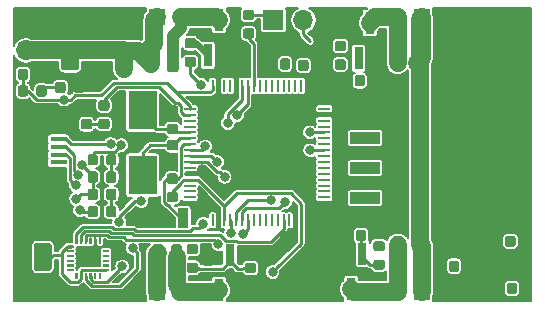
<source format=gbr>
G04 #@! TF.GenerationSoftware,KiCad,Pcbnew,(5.1.5)-3*
G04 #@! TF.CreationDate,2020-04-16T14:44:52-04:00*
G04 #@! TF.ProjectId,STM32_SMD_Quadcopter,53544d33-325f-4534-9d44-5f5175616463,rev?*
G04 #@! TF.SameCoordinates,PX2daf690PY1aab7d8*
G04 #@! TF.FileFunction,Copper,L1,Top*
G04 #@! TF.FilePolarity,Positive*
%FSLAX46Y46*%
G04 Gerber Fmt 4.6, Leading zero omitted, Abs format (unit mm)*
G04 Created by KiCad (PCBNEW (5.1.5)-3) date 2020-04-16 14:44:52*
%MOMM*%
%LPD*%
G04 APERTURE LIST*
%ADD10C,0.100000*%
%ADD11R,2.400000X3.325000*%
%ADD12R,1.700000X1.700000*%
%ADD13O,1.700000X1.700000*%
%ADD14R,1.900000X1.175000*%
%ADD15R,1.900000X2.375000*%
%ADD16R,2.100000X1.475000*%
%ADD17R,1.380000X0.450000*%
%ADD18R,0.800000X1.900000*%
%ADD19R,1.000000X0.250000*%
%ADD20R,0.250000X1.000000*%
%ADD21R,1.350000X1.350000*%
%ADD22O,1.350000X1.350000*%
%ADD23R,0.900000X1.700000*%
%ADD24R,2.500000X1.000000*%
%ADD25C,0.800000*%
%ADD26C,1.500000*%
%ADD27C,0.220000*%
%ADD28C,1.000000*%
%ADD29C,0.500000*%
%ADD30C,0.127000*%
G04 APERTURE END LIST*
G04 #@! TA.AperFunction,SMDPad,CuDef*
D10*
G36*
X42734491Y-23554453D02*
G01*
X42755726Y-23557603D01*
X42776550Y-23562819D01*
X42796762Y-23570051D01*
X42816168Y-23579230D01*
X42834581Y-23590266D01*
X42851824Y-23603054D01*
X42867730Y-23617470D01*
X42882146Y-23633376D01*
X42894934Y-23650619D01*
X42905970Y-23669032D01*
X42915149Y-23688438D01*
X42922381Y-23708650D01*
X42927597Y-23729474D01*
X42930747Y-23750709D01*
X42931800Y-23772150D01*
X42931800Y-24284650D01*
X42930747Y-24306091D01*
X42927597Y-24327326D01*
X42922381Y-24348150D01*
X42915149Y-24368362D01*
X42905970Y-24387768D01*
X42894934Y-24406181D01*
X42882146Y-24423424D01*
X42867730Y-24439330D01*
X42851824Y-24453746D01*
X42834581Y-24466534D01*
X42816168Y-24477570D01*
X42796762Y-24486749D01*
X42776550Y-24493981D01*
X42755726Y-24499197D01*
X42734491Y-24502347D01*
X42713050Y-24503400D01*
X42275550Y-24503400D01*
X42254109Y-24502347D01*
X42232874Y-24499197D01*
X42212050Y-24493981D01*
X42191838Y-24486749D01*
X42172432Y-24477570D01*
X42154019Y-24466534D01*
X42136776Y-24453746D01*
X42120870Y-24439330D01*
X42106454Y-24423424D01*
X42093666Y-24406181D01*
X42082630Y-24387768D01*
X42073451Y-24368362D01*
X42066219Y-24348150D01*
X42061003Y-24327326D01*
X42057853Y-24306091D01*
X42056800Y-24284650D01*
X42056800Y-23772150D01*
X42057853Y-23750709D01*
X42061003Y-23729474D01*
X42066219Y-23708650D01*
X42073451Y-23688438D01*
X42082630Y-23669032D01*
X42093666Y-23650619D01*
X42106454Y-23633376D01*
X42120870Y-23617470D01*
X42136776Y-23603054D01*
X42154019Y-23590266D01*
X42172432Y-23579230D01*
X42191838Y-23570051D01*
X42212050Y-23562819D01*
X42232874Y-23557603D01*
X42254109Y-23554453D01*
X42275550Y-23553400D01*
X42713050Y-23553400D01*
X42734491Y-23554453D01*
G37*
G04 #@! TD.AperFunction*
G04 #@! TA.AperFunction,SMDPad,CuDef*
G36*
X41159491Y-23554453D02*
G01*
X41180726Y-23557603D01*
X41201550Y-23562819D01*
X41221762Y-23570051D01*
X41241168Y-23579230D01*
X41259581Y-23590266D01*
X41276824Y-23603054D01*
X41292730Y-23617470D01*
X41307146Y-23633376D01*
X41319934Y-23650619D01*
X41330970Y-23669032D01*
X41340149Y-23688438D01*
X41347381Y-23708650D01*
X41352597Y-23729474D01*
X41355747Y-23750709D01*
X41356800Y-23772150D01*
X41356800Y-24284650D01*
X41355747Y-24306091D01*
X41352597Y-24327326D01*
X41347381Y-24348150D01*
X41340149Y-24368362D01*
X41330970Y-24387768D01*
X41319934Y-24406181D01*
X41307146Y-24423424D01*
X41292730Y-24439330D01*
X41276824Y-24453746D01*
X41259581Y-24466534D01*
X41241168Y-24477570D01*
X41221762Y-24486749D01*
X41201550Y-24493981D01*
X41180726Y-24499197D01*
X41159491Y-24502347D01*
X41138050Y-24503400D01*
X40700550Y-24503400D01*
X40679109Y-24502347D01*
X40657874Y-24499197D01*
X40637050Y-24493981D01*
X40616838Y-24486749D01*
X40597432Y-24477570D01*
X40579019Y-24466534D01*
X40561776Y-24453746D01*
X40545870Y-24439330D01*
X40531454Y-24423424D01*
X40518666Y-24406181D01*
X40507630Y-24387768D01*
X40498451Y-24368362D01*
X40491219Y-24348150D01*
X40486003Y-24327326D01*
X40482853Y-24306091D01*
X40481800Y-24284650D01*
X40481800Y-23772150D01*
X40482853Y-23750709D01*
X40486003Y-23729474D01*
X40491219Y-23708650D01*
X40498451Y-23688438D01*
X40507630Y-23669032D01*
X40518666Y-23650619D01*
X40531454Y-23633376D01*
X40545870Y-23617470D01*
X40561776Y-23603054D01*
X40579019Y-23590266D01*
X40597432Y-23579230D01*
X40616838Y-23570051D01*
X40637050Y-23562819D01*
X40657874Y-23557603D01*
X40679109Y-23554453D01*
X40700550Y-23553400D01*
X41138050Y-23553400D01*
X41159491Y-23554453D01*
G37*
G04 #@! TD.AperFunction*
D11*
X11226800Y-8921500D03*
X11226800Y-14446500D03*
D12*
X1346200Y-1346200D03*
D13*
X1346200Y-3886200D03*
D14*
X1454300Y-13540000D03*
X1454300Y-11860000D03*
D15*
X1454300Y-15610000D03*
X1454300Y-9790000D03*
D16*
X3754300Y-15162500D03*
X3754300Y-10237500D03*
D17*
X4114300Y-14000000D03*
X4114300Y-13350000D03*
X4114300Y-12700000D03*
X4114300Y-12050000D03*
X4114300Y-11400000D03*
G04 #@! TA.AperFunction,SMDPad,CuDef*
D10*
G36*
X33112142Y-19621174D02*
G01*
X33135803Y-19624684D01*
X33159007Y-19630496D01*
X33181529Y-19638554D01*
X33203153Y-19648782D01*
X33223670Y-19661079D01*
X33242883Y-19675329D01*
X33260607Y-19691393D01*
X33276671Y-19709117D01*
X33290921Y-19728330D01*
X33303218Y-19748847D01*
X33313446Y-19770471D01*
X33321504Y-19792993D01*
X33327316Y-19816197D01*
X33330826Y-19839858D01*
X33332000Y-19863750D01*
X33332000Y-20776250D01*
X33330826Y-20800142D01*
X33327316Y-20823803D01*
X33321504Y-20847007D01*
X33313446Y-20869529D01*
X33303218Y-20891153D01*
X33290921Y-20911670D01*
X33276671Y-20930883D01*
X33260607Y-20948607D01*
X33242883Y-20964671D01*
X33223670Y-20978921D01*
X33203153Y-20991218D01*
X33181529Y-21001446D01*
X33159007Y-21009504D01*
X33135803Y-21015316D01*
X33112142Y-21018826D01*
X33088250Y-21020000D01*
X32600750Y-21020000D01*
X32576858Y-21018826D01*
X32553197Y-21015316D01*
X32529993Y-21009504D01*
X32507471Y-21001446D01*
X32485847Y-20991218D01*
X32465330Y-20978921D01*
X32446117Y-20964671D01*
X32428393Y-20948607D01*
X32412329Y-20930883D01*
X32398079Y-20911670D01*
X32385782Y-20891153D01*
X32375554Y-20869529D01*
X32367496Y-20847007D01*
X32361684Y-20823803D01*
X32358174Y-20800142D01*
X32357000Y-20776250D01*
X32357000Y-19863750D01*
X32358174Y-19839858D01*
X32361684Y-19816197D01*
X32367496Y-19792993D01*
X32375554Y-19770471D01*
X32385782Y-19748847D01*
X32398079Y-19728330D01*
X32412329Y-19709117D01*
X32428393Y-19691393D01*
X32446117Y-19675329D01*
X32465330Y-19661079D01*
X32485847Y-19648782D01*
X32507471Y-19638554D01*
X32529993Y-19630496D01*
X32553197Y-19624684D01*
X32576858Y-19621174D01*
X32600750Y-19620000D01*
X33088250Y-19620000D01*
X33112142Y-19621174D01*
G37*
G04 #@! TD.AperFunction*
G04 #@! TA.AperFunction,SMDPad,CuDef*
G36*
X34987142Y-19621174D02*
G01*
X35010803Y-19624684D01*
X35034007Y-19630496D01*
X35056529Y-19638554D01*
X35078153Y-19648782D01*
X35098670Y-19661079D01*
X35117883Y-19675329D01*
X35135607Y-19691393D01*
X35151671Y-19709117D01*
X35165921Y-19728330D01*
X35178218Y-19748847D01*
X35188446Y-19770471D01*
X35196504Y-19792993D01*
X35202316Y-19816197D01*
X35205826Y-19839858D01*
X35207000Y-19863750D01*
X35207000Y-20776250D01*
X35205826Y-20800142D01*
X35202316Y-20823803D01*
X35196504Y-20847007D01*
X35188446Y-20869529D01*
X35178218Y-20891153D01*
X35165921Y-20911670D01*
X35151671Y-20930883D01*
X35135607Y-20948607D01*
X35117883Y-20964671D01*
X35098670Y-20978921D01*
X35078153Y-20991218D01*
X35056529Y-21001446D01*
X35034007Y-21009504D01*
X35010803Y-21015316D01*
X34987142Y-21018826D01*
X34963250Y-21020000D01*
X34475750Y-21020000D01*
X34451858Y-21018826D01*
X34428197Y-21015316D01*
X34404993Y-21009504D01*
X34382471Y-21001446D01*
X34360847Y-20991218D01*
X34340330Y-20978921D01*
X34321117Y-20964671D01*
X34303393Y-20948607D01*
X34287329Y-20930883D01*
X34273079Y-20911670D01*
X34260782Y-20891153D01*
X34250554Y-20869529D01*
X34242496Y-20847007D01*
X34236684Y-20823803D01*
X34233174Y-20800142D01*
X34232000Y-20776250D01*
X34232000Y-19863750D01*
X34233174Y-19839858D01*
X34236684Y-19816197D01*
X34242496Y-19792993D01*
X34250554Y-19770471D01*
X34260782Y-19748847D01*
X34273079Y-19728330D01*
X34287329Y-19709117D01*
X34303393Y-19691393D01*
X34321117Y-19675329D01*
X34340330Y-19661079D01*
X34360847Y-19648782D01*
X34382471Y-19638554D01*
X34404993Y-19630496D01*
X34428197Y-19624684D01*
X34451858Y-19621174D01*
X34475750Y-19620000D01*
X34963250Y-19620000D01*
X34987142Y-19621174D01*
G37*
G04 #@! TD.AperFunction*
D18*
X29840000Y-21082000D03*
X27940000Y-21082000D03*
X28890000Y-24082000D03*
G04 #@! TA.AperFunction,SMDPad,CuDef*
D10*
G36*
X34631891Y-4479053D02*
G01*
X34653126Y-4482203D01*
X34673950Y-4487419D01*
X34694162Y-4494651D01*
X34713568Y-4503830D01*
X34731981Y-4514866D01*
X34749224Y-4527654D01*
X34765130Y-4542070D01*
X34779546Y-4557976D01*
X34792334Y-4575219D01*
X34803370Y-4593632D01*
X34812549Y-4613038D01*
X34819781Y-4633250D01*
X34824997Y-4654074D01*
X34828147Y-4675309D01*
X34829200Y-4696750D01*
X34829200Y-5209250D01*
X34828147Y-5230691D01*
X34824997Y-5251926D01*
X34819781Y-5272750D01*
X34812549Y-5292962D01*
X34803370Y-5312368D01*
X34792334Y-5330781D01*
X34779546Y-5348024D01*
X34765130Y-5363930D01*
X34749224Y-5378346D01*
X34731981Y-5391134D01*
X34713568Y-5402170D01*
X34694162Y-5411349D01*
X34673950Y-5418581D01*
X34653126Y-5423797D01*
X34631891Y-5426947D01*
X34610450Y-5428000D01*
X34172950Y-5428000D01*
X34151509Y-5426947D01*
X34130274Y-5423797D01*
X34109450Y-5418581D01*
X34089238Y-5411349D01*
X34069832Y-5402170D01*
X34051419Y-5391134D01*
X34034176Y-5378346D01*
X34018270Y-5363930D01*
X34003854Y-5348024D01*
X33991066Y-5330781D01*
X33980030Y-5312368D01*
X33970851Y-5292962D01*
X33963619Y-5272750D01*
X33958403Y-5251926D01*
X33955253Y-5230691D01*
X33954200Y-5209250D01*
X33954200Y-4696750D01*
X33955253Y-4675309D01*
X33958403Y-4654074D01*
X33963619Y-4633250D01*
X33970851Y-4613038D01*
X33980030Y-4593632D01*
X33991066Y-4575219D01*
X34003854Y-4557976D01*
X34018270Y-4542070D01*
X34034176Y-4527654D01*
X34051419Y-4514866D01*
X34069832Y-4503830D01*
X34089238Y-4494651D01*
X34109450Y-4487419D01*
X34130274Y-4482203D01*
X34151509Y-4479053D01*
X34172950Y-4478000D01*
X34610450Y-4478000D01*
X34631891Y-4479053D01*
G37*
G04 #@! TD.AperFunction*
G04 #@! TA.AperFunction,SMDPad,CuDef*
G36*
X33056891Y-4479053D02*
G01*
X33078126Y-4482203D01*
X33098950Y-4487419D01*
X33119162Y-4494651D01*
X33138568Y-4503830D01*
X33156981Y-4514866D01*
X33174224Y-4527654D01*
X33190130Y-4542070D01*
X33204546Y-4557976D01*
X33217334Y-4575219D01*
X33228370Y-4593632D01*
X33237549Y-4613038D01*
X33244781Y-4633250D01*
X33249997Y-4654074D01*
X33253147Y-4675309D01*
X33254200Y-4696750D01*
X33254200Y-5209250D01*
X33253147Y-5230691D01*
X33249997Y-5251926D01*
X33244781Y-5272750D01*
X33237549Y-5292962D01*
X33228370Y-5312368D01*
X33217334Y-5330781D01*
X33204546Y-5348024D01*
X33190130Y-5363930D01*
X33174224Y-5378346D01*
X33156981Y-5391134D01*
X33138568Y-5402170D01*
X33119162Y-5411349D01*
X33098950Y-5418581D01*
X33078126Y-5423797D01*
X33056891Y-5426947D01*
X33035450Y-5428000D01*
X32597950Y-5428000D01*
X32576509Y-5426947D01*
X32555274Y-5423797D01*
X32534450Y-5418581D01*
X32514238Y-5411349D01*
X32494832Y-5402170D01*
X32476419Y-5391134D01*
X32459176Y-5378346D01*
X32443270Y-5363930D01*
X32428854Y-5348024D01*
X32416066Y-5330781D01*
X32405030Y-5312368D01*
X32395851Y-5292962D01*
X32388619Y-5272750D01*
X32383403Y-5251926D01*
X32380253Y-5230691D01*
X32379200Y-5209250D01*
X32379200Y-4696750D01*
X32380253Y-4675309D01*
X32383403Y-4654074D01*
X32388619Y-4633250D01*
X32395851Y-4613038D01*
X32405030Y-4593632D01*
X32416066Y-4575219D01*
X32428854Y-4557976D01*
X32443270Y-4542070D01*
X32459176Y-4527654D01*
X32476419Y-4514866D01*
X32494832Y-4503830D01*
X32514238Y-4494651D01*
X32534450Y-4487419D01*
X32555274Y-4482203D01*
X32576509Y-4479053D01*
X32597950Y-4478000D01*
X33035450Y-4478000D01*
X33056891Y-4479053D01*
G37*
G04 #@! TD.AperFunction*
G04 #@! TA.AperFunction,SMDPad,CuDef*
G36*
X35037942Y-2526974D02*
G01*
X35061603Y-2530484D01*
X35084807Y-2536296D01*
X35107329Y-2544354D01*
X35128953Y-2554582D01*
X35149470Y-2566879D01*
X35168683Y-2581129D01*
X35186407Y-2597193D01*
X35202471Y-2614917D01*
X35216721Y-2634130D01*
X35229018Y-2654647D01*
X35239246Y-2676271D01*
X35247304Y-2698793D01*
X35253116Y-2721997D01*
X35256626Y-2745658D01*
X35257800Y-2769550D01*
X35257800Y-3682050D01*
X35256626Y-3705942D01*
X35253116Y-3729603D01*
X35247304Y-3752807D01*
X35239246Y-3775329D01*
X35229018Y-3796953D01*
X35216721Y-3817470D01*
X35202471Y-3836683D01*
X35186407Y-3854407D01*
X35168683Y-3870471D01*
X35149470Y-3884721D01*
X35128953Y-3897018D01*
X35107329Y-3907246D01*
X35084807Y-3915304D01*
X35061603Y-3921116D01*
X35037942Y-3924626D01*
X35014050Y-3925800D01*
X34526550Y-3925800D01*
X34502658Y-3924626D01*
X34478997Y-3921116D01*
X34455793Y-3915304D01*
X34433271Y-3907246D01*
X34411647Y-3897018D01*
X34391130Y-3884721D01*
X34371917Y-3870471D01*
X34354193Y-3854407D01*
X34338129Y-3836683D01*
X34323879Y-3817470D01*
X34311582Y-3796953D01*
X34301354Y-3775329D01*
X34293296Y-3752807D01*
X34287484Y-3729603D01*
X34283974Y-3705942D01*
X34282800Y-3682050D01*
X34282800Y-2769550D01*
X34283974Y-2745658D01*
X34287484Y-2721997D01*
X34293296Y-2698793D01*
X34301354Y-2676271D01*
X34311582Y-2654647D01*
X34323879Y-2634130D01*
X34338129Y-2614917D01*
X34354193Y-2597193D01*
X34371917Y-2581129D01*
X34391130Y-2566879D01*
X34411647Y-2554582D01*
X34433271Y-2544354D01*
X34455793Y-2536296D01*
X34478997Y-2530484D01*
X34502658Y-2526974D01*
X34526550Y-2525800D01*
X35014050Y-2525800D01*
X35037942Y-2526974D01*
G37*
G04 #@! TD.AperFunction*
G04 #@! TA.AperFunction,SMDPad,CuDef*
G36*
X33162942Y-2526974D02*
G01*
X33186603Y-2530484D01*
X33209807Y-2536296D01*
X33232329Y-2544354D01*
X33253953Y-2554582D01*
X33274470Y-2566879D01*
X33293683Y-2581129D01*
X33311407Y-2597193D01*
X33327471Y-2614917D01*
X33341721Y-2634130D01*
X33354018Y-2654647D01*
X33364246Y-2676271D01*
X33372304Y-2698793D01*
X33378116Y-2721997D01*
X33381626Y-2745658D01*
X33382800Y-2769550D01*
X33382800Y-3682050D01*
X33381626Y-3705942D01*
X33378116Y-3729603D01*
X33372304Y-3752807D01*
X33364246Y-3775329D01*
X33354018Y-3796953D01*
X33341721Y-3817470D01*
X33327471Y-3836683D01*
X33311407Y-3854407D01*
X33293683Y-3870471D01*
X33274470Y-3884721D01*
X33253953Y-3897018D01*
X33232329Y-3907246D01*
X33209807Y-3915304D01*
X33186603Y-3921116D01*
X33162942Y-3924626D01*
X33139050Y-3925800D01*
X32651550Y-3925800D01*
X32627658Y-3924626D01*
X32603997Y-3921116D01*
X32580793Y-3915304D01*
X32558271Y-3907246D01*
X32536647Y-3897018D01*
X32516130Y-3884721D01*
X32496917Y-3870471D01*
X32479193Y-3854407D01*
X32463129Y-3836683D01*
X32448879Y-3817470D01*
X32436582Y-3796953D01*
X32426354Y-3775329D01*
X32418296Y-3752807D01*
X32412484Y-3729603D01*
X32408974Y-3705942D01*
X32407800Y-3682050D01*
X32407800Y-2769550D01*
X32408974Y-2745658D01*
X32412484Y-2721997D01*
X32418296Y-2698793D01*
X32426354Y-2676271D01*
X32436582Y-2654647D01*
X32448879Y-2634130D01*
X32463129Y-2614917D01*
X32479193Y-2597193D01*
X32496917Y-2581129D01*
X32516130Y-2566879D01*
X32536647Y-2554582D01*
X32558271Y-2544354D01*
X32580793Y-2536296D01*
X32603997Y-2530484D01*
X32627658Y-2526974D01*
X32651550Y-2525800D01*
X33139050Y-2525800D01*
X33162942Y-2526974D01*
G37*
G04 #@! TD.AperFunction*
G04 #@! TA.AperFunction,SMDPad,CuDef*
G36*
X5349901Y-20387241D02*
G01*
X5354755Y-20387961D01*
X5359514Y-20389153D01*
X5364134Y-20390806D01*
X5368570Y-20392904D01*
X5372779Y-20395427D01*
X5376720Y-20398349D01*
X5380355Y-20401645D01*
X5383651Y-20405280D01*
X5386573Y-20409221D01*
X5389096Y-20413430D01*
X5391194Y-20417866D01*
X5392847Y-20422486D01*
X5394039Y-20427245D01*
X5394759Y-20432099D01*
X5395000Y-20437000D01*
X5395000Y-20537000D01*
X5394759Y-20541901D01*
X5394039Y-20546755D01*
X5392847Y-20551514D01*
X5391194Y-20556134D01*
X5389096Y-20560570D01*
X5386573Y-20564779D01*
X5383651Y-20568720D01*
X5380355Y-20572355D01*
X5376720Y-20575651D01*
X5372779Y-20578573D01*
X5368570Y-20581096D01*
X5364134Y-20583194D01*
X5359514Y-20584847D01*
X5354755Y-20586039D01*
X5349901Y-20586759D01*
X5345000Y-20587000D01*
X4895000Y-20587000D01*
X4890099Y-20586759D01*
X4885245Y-20586039D01*
X4880486Y-20584847D01*
X4875866Y-20583194D01*
X4871430Y-20581096D01*
X4867221Y-20578573D01*
X4863280Y-20575651D01*
X4859645Y-20572355D01*
X4856349Y-20568720D01*
X4853427Y-20564779D01*
X4850904Y-20560570D01*
X4848806Y-20556134D01*
X4847153Y-20551514D01*
X4845961Y-20546755D01*
X4845241Y-20541901D01*
X4845000Y-20537000D01*
X4845000Y-20437000D01*
X4845241Y-20432099D01*
X4845961Y-20427245D01*
X4847153Y-20422486D01*
X4848806Y-20417866D01*
X4850904Y-20413430D01*
X4853427Y-20409221D01*
X4856349Y-20405280D01*
X4859645Y-20401645D01*
X4863280Y-20398349D01*
X4867221Y-20395427D01*
X4871430Y-20392904D01*
X4875866Y-20390806D01*
X4880486Y-20389153D01*
X4885245Y-20387961D01*
X4890099Y-20387241D01*
X4895000Y-20387000D01*
X5345000Y-20387000D01*
X5349901Y-20387241D01*
G37*
G04 #@! TD.AperFunction*
G04 #@! TA.AperFunction,SMDPad,CuDef*
G36*
X5349901Y-20787241D02*
G01*
X5354755Y-20787961D01*
X5359514Y-20789153D01*
X5364134Y-20790806D01*
X5368570Y-20792904D01*
X5372779Y-20795427D01*
X5376720Y-20798349D01*
X5380355Y-20801645D01*
X5383651Y-20805280D01*
X5386573Y-20809221D01*
X5389096Y-20813430D01*
X5391194Y-20817866D01*
X5392847Y-20822486D01*
X5394039Y-20827245D01*
X5394759Y-20832099D01*
X5395000Y-20837000D01*
X5395000Y-20937000D01*
X5394759Y-20941901D01*
X5394039Y-20946755D01*
X5392847Y-20951514D01*
X5391194Y-20956134D01*
X5389096Y-20960570D01*
X5386573Y-20964779D01*
X5383651Y-20968720D01*
X5380355Y-20972355D01*
X5376720Y-20975651D01*
X5372779Y-20978573D01*
X5368570Y-20981096D01*
X5364134Y-20983194D01*
X5359514Y-20984847D01*
X5354755Y-20986039D01*
X5349901Y-20986759D01*
X5345000Y-20987000D01*
X4895000Y-20987000D01*
X4890099Y-20986759D01*
X4885245Y-20986039D01*
X4880486Y-20984847D01*
X4875866Y-20983194D01*
X4871430Y-20981096D01*
X4867221Y-20978573D01*
X4863280Y-20975651D01*
X4859645Y-20972355D01*
X4856349Y-20968720D01*
X4853427Y-20964779D01*
X4850904Y-20960570D01*
X4848806Y-20956134D01*
X4847153Y-20951514D01*
X4845961Y-20946755D01*
X4845241Y-20941901D01*
X4845000Y-20937000D01*
X4845000Y-20837000D01*
X4845241Y-20832099D01*
X4845961Y-20827245D01*
X4847153Y-20822486D01*
X4848806Y-20817866D01*
X4850904Y-20813430D01*
X4853427Y-20809221D01*
X4856349Y-20805280D01*
X4859645Y-20801645D01*
X4863280Y-20798349D01*
X4867221Y-20795427D01*
X4871430Y-20792904D01*
X4875866Y-20790806D01*
X4880486Y-20789153D01*
X4885245Y-20787961D01*
X4890099Y-20787241D01*
X4895000Y-20787000D01*
X5345000Y-20787000D01*
X5349901Y-20787241D01*
G37*
G04 #@! TD.AperFunction*
G04 #@! TA.AperFunction,SMDPad,CuDef*
G36*
X5349901Y-21187241D02*
G01*
X5354755Y-21187961D01*
X5359514Y-21189153D01*
X5364134Y-21190806D01*
X5368570Y-21192904D01*
X5372779Y-21195427D01*
X5376720Y-21198349D01*
X5380355Y-21201645D01*
X5383651Y-21205280D01*
X5386573Y-21209221D01*
X5389096Y-21213430D01*
X5391194Y-21217866D01*
X5392847Y-21222486D01*
X5394039Y-21227245D01*
X5394759Y-21232099D01*
X5395000Y-21237000D01*
X5395000Y-21337000D01*
X5394759Y-21341901D01*
X5394039Y-21346755D01*
X5392847Y-21351514D01*
X5391194Y-21356134D01*
X5389096Y-21360570D01*
X5386573Y-21364779D01*
X5383651Y-21368720D01*
X5380355Y-21372355D01*
X5376720Y-21375651D01*
X5372779Y-21378573D01*
X5368570Y-21381096D01*
X5364134Y-21383194D01*
X5359514Y-21384847D01*
X5354755Y-21386039D01*
X5349901Y-21386759D01*
X5345000Y-21387000D01*
X4895000Y-21387000D01*
X4890099Y-21386759D01*
X4885245Y-21386039D01*
X4880486Y-21384847D01*
X4875866Y-21383194D01*
X4871430Y-21381096D01*
X4867221Y-21378573D01*
X4863280Y-21375651D01*
X4859645Y-21372355D01*
X4856349Y-21368720D01*
X4853427Y-21364779D01*
X4850904Y-21360570D01*
X4848806Y-21356134D01*
X4847153Y-21351514D01*
X4845961Y-21346755D01*
X4845241Y-21341901D01*
X4845000Y-21337000D01*
X4845000Y-21237000D01*
X4845241Y-21232099D01*
X4845961Y-21227245D01*
X4847153Y-21222486D01*
X4848806Y-21217866D01*
X4850904Y-21213430D01*
X4853427Y-21209221D01*
X4856349Y-21205280D01*
X4859645Y-21201645D01*
X4863280Y-21198349D01*
X4867221Y-21195427D01*
X4871430Y-21192904D01*
X4875866Y-21190806D01*
X4880486Y-21189153D01*
X4885245Y-21187961D01*
X4890099Y-21187241D01*
X4895000Y-21187000D01*
X5345000Y-21187000D01*
X5349901Y-21187241D01*
G37*
G04 #@! TD.AperFunction*
G04 #@! TA.AperFunction,SMDPad,CuDef*
G36*
X5349901Y-21587241D02*
G01*
X5354755Y-21587961D01*
X5359514Y-21589153D01*
X5364134Y-21590806D01*
X5368570Y-21592904D01*
X5372779Y-21595427D01*
X5376720Y-21598349D01*
X5380355Y-21601645D01*
X5383651Y-21605280D01*
X5386573Y-21609221D01*
X5389096Y-21613430D01*
X5391194Y-21617866D01*
X5392847Y-21622486D01*
X5394039Y-21627245D01*
X5394759Y-21632099D01*
X5395000Y-21637000D01*
X5395000Y-21737000D01*
X5394759Y-21741901D01*
X5394039Y-21746755D01*
X5392847Y-21751514D01*
X5391194Y-21756134D01*
X5389096Y-21760570D01*
X5386573Y-21764779D01*
X5383651Y-21768720D01*
X5380355Y-21772355D01*
X5376720Y-21775651D01*
X5372779Y-21778573D01*
X5368570Y-21781096D01*
X5364134Y-21783194D01*
X5359514Y-21784847D01*
X5354755Y-21786039D01*
X5349901Y-21786759D01*
X5345000Y-21787000D01*
X4895000Y-21787000D01*
X4890099Y-21786759D01*
X4885245Y-21786039D01*
X4880486Y-21784847D01*
X4875866Y-21783194D01*
X4871430Y-21781096D01*
X4867221Y-21778573D01*
X4863280Y-21775651D01*
X4859645Y-21772355D01*
X4856349Y-21768720D01*
X4853427Y-21764779D01*
X4850904Y-21760570D01*
X4848806Y-21756134D01*
X4847153Y-21751514D01*
X4845961Y-21746755D01*
X4845241Y-21741901D01*
X4845000Y-21737000D01*
X4845000Y-21637000D01*
X4845241Y-21632099D01*
X4845961Y-21627245D01*
X4847153Y-21622486D01*
X4848806Y-21617866D01*
X4850904Y-21613430D01*
X4853427Y-21609221D01*
X4856349Y-21605280D01*
X4859645Y-21601645D01*
X4863280Y-21598349D01*
X4867221Y-21595427D01*
X4871430Y-21592904D01*
X4875866Y-21590806D01*
X4880486Y-21589153D01*
X4885245Y-21587961D01*
X4890099Y-21587241D01*
X4895000Y-21587000D01*
X5345000Y-21587000D01*
X5349901Y-21587241D01*
G37*
G04 #@! TD.AperFunction*
G04 #@! TA.AperFunction,SMDPad,CuDef*
G36*
X5349901Y-21987241D02*
G01*
X5354755Y-21987961D01*
X5359514Y-21989153D01*
X5364134Y-21990806D01*
X5368570Y-21992904D01*
X5372779Y-21995427D01*
X5376720Y-21998349D01*
X5380355Y-22001645D01*
X5383651Y-22005280D01*
X5386573Y-22009221D01*
X5389096Y-22013430D01*
X5391194Y-22017866D01*
X5392847Y-22022486D01*
X5394039Y-22027245D01*
X5394759Y-22032099D01*
X5395000Y-22037000D01*
X5395000Y-22137000D01*
X5394759Y-22141901D01*
X5394039Y-22146755D01*
X5392847Y-22151514D01*
X5391194Y-22156134D01*
X5389096Y-22160570D01*
X5386573Y-22164779D01*
X5383651Y-22168720D01*
X5380355Y-22172355D01*
X5376720Y-22175651D01*
X5372779Y-22178573D01*
X5368570Y-22181096D01*
X5364134Y-22183194D01*
X5359514Y-22184847D01*
X5354755Y-22186039D01*
X5349901Y-22186759D01*
X5345000Y-22187000D01*
X4895000Y-22187000D01*
X4890099Y-22186759D01*
X4885245Y-22186039D01*
X4880486Y-22184847D01*
X4875866Y-22183194D01*
X4871430Y-22181096D01*
X4867221Y-22178573D01*
X4863280Y-22175651D01*
X4859645Y-22172355D01*
X4856349Y-22168720D01*
X4853427Y-22164779D01*
X4850904Y-22160570D01*
X4848806Y-22156134D01*
X4847153Y-22151514D01*
X4845961Y-22146755D01*
X4845241Y-22141901D01*
X4845000Y-22137000D01*
X4845000Y-22037000D01*
X4845241Y-22032099D01*
X4845961Y-22027245D01*
X4847153Y-22022486D01*
X4848806Y-22017866D01*
X4850904Y-22013430D01*
X4853427Y-22009221D01*
X4856349Y-22005280D01*
X4859645Y-22001645D01*
X4863280Y-21998349D01*
X4867221Y-21995427D01*
X4871430Y-21992904D01*
X4875866Y-21990806D01*
X4880486Y-21989153D01*
X4885245Y-21987961D01*
X4890099Y-21987241D01*
X4895000Y-21987000D01*
X5345000Y-21987000D01*
X5349901Y-21987241D01*
G37*
G04 #@! TD.AperFunction*
G04 #@! TA.AperFunction,SMDPad,CuDef*
G36*
X5349901Y-22387241D02*
G01*
X5354755Y-22387961D01*
X5359514Y-22389153D01*
X5364134Y-22390806D01*
X5368570Y-22392904D01*
X5372779Y-22395427D01*
X5376720Y-22398349D01*
X5380355Y-22401645D01*
X5383651Y-22405280D01*
X5386573Y-22409221D01*
X5389096Y-22413430D01*
X5391194Y-22417866D01*
X5392847Y-22422486D01*
X5394039Y-22427245D01*
X5394759Y-22432099D01*
X5395000Y-22437000D01*
X5395000Y-22537000D01*
X5394759Y-22541901D01*
X5394039Y-22546755D01*
X5392847Y-22551514D01*
X5391194Y-22556134D01*
X5389096Y-22560570D01*
X5386573Y-22564779D01*
X5383651Y-22568720D01*
X5380355Y-22572355D01*
X5376720Y-22575651D01*
X5372779Y-22578573D01*
X5368570Y-22581096D01*
X5364134Y-22583194D01*
X5359514Y-22584847D01*
X5354755Y-22586039D01*
X5349901Y-22586759D01*
X5345000Y-22587000D01*
X4895000Y-22587000D01*
X4890099Y-22586759D01*
X4885245Y-22586039D01*
X4880486Y-22584847D01*
X4875866Y-22583194D01*
X4871430Y-22581096D01*
X4867221Y-22578573D01*
X4863280Y-22575651D01*
X4859645Y-22572355D01*
X4856349Y-22568720D01*
X4853427Y-22564779D01*
X4850904Y-22560570D01*
X4848806Y-22556134D01*
X4847153Y-22551514D01*
X4845961Y-22546755D01*
X4845241Y-22541901D01*
X4845000Y-22537000D01*
X4845000Y-22437000D01*
X4845241Y-22432099D01*
X4845961Y-22427245D01*
X4847153Y-22422486D01*
X4848806Y-22417866D01*
X4850904Y-22413430D01*
X4853427Y-22409221D01*
X4856349Y-22405280D01*
X4859645Y-22401645D01*
X4863280Y-22398349D01*
X4867221Y-22395427D01*
X4871430Y-22392904D01*
X4875866Y-22390806D01*
X4880486Y-22389153D01*
X4885245Y-22387961D01*
X4890099Y-22387241D01*
X4895000Y-22387000D01*
X5345000Y-22387000D01*
X5349901Y-22387241D01*
G37*
G04 #@! TD.AperFunction*
G04 #@! TA.AperFunction,SMDPad,CuDef*
G36*
X5674901Y-22712241D02*
G01*
X5679755Y-22712961D01*
X5684514Y-22714153D01*
X5689134Y-22715806D01*
X5693570Y-22717904D01*
X5697779Y-22720427D01*
X5701720Y-22723349D01*
X5705355Y-22726645D01*
X5708651Y-22730280D01*
X5711573Y-22734221D01*
X5714096Y-22738430D01*
X5716194Y-22742866D01*
X5717847Y-22747486D01*
X5719039Y-22752245D01*
X5719759Y-22757099D01*
X5720000Y-22762000D01*
X5720000Y-23212000D01*
X5719759Y-23216901D01*
X5719039Y-23221755D01*
X5717847Y-23226514D01*
X5716194Y-23231134D01*
X5714096Y-23235570D01*
X5711573Y-23239779D01*
X5708651Y-23243720D01*
X5705355Y-23247355D01*
X5701720Y-23250651D01*
X5697779Y-23253573D01*
X5693570Y-23256096D01*
X5689134Y-23258194D01*
X5684514Y-23259847D01*
X5679755Y-23261039D01*
X5674901Y-23261759D01*
X5670000Y-23262000D01*
X5570000Y-23262000D01*
X5565099Y-23261759D01*
X5560245Y-23261039D01*
X5555486Y-23259847D01*
X5550866Y-23258194D01*
X5546430Y-23256096D01*
X5542221Y-23253573D01*
X5538280Y-23250651D01*
X5534645Y-23247355D01*
X5531349Y-23243720D01*
X5528427Y-23239779D01*
X5525904Y-23235570D01*
X5523806Y-23231134D01*
X5522153Y-23226514D01*
X5520961Y-23221755D01*
X5520241Y-23216901D01*
X5520000Y-23212000D01*
X5520000Y-22762000D01*
X5520241Y-22757099D01*
X5520961Y-22752245D01*
X5522153Y-22747486D01*
X5523806Y-22742866D01*
X5525904Y-22738430D01*
X5528427Y-22734221D01*
X5531349Y-22730280D01*
X5534645Y-22726645D01*
X5538280Y-22723349D01*
X5542221Y-22720427D01*
X5546430Y-22717904D01*
X5550866Y-22715806D01*
X5555486Y-22714153D01*
X5560245Y-22712961D01*
X5565099Y-22712241D01*
X5570000Y-22712000D01*
X5670000Y-22712000D01*
X5674901Y-22712241D01*
G37*
G04 #@! TD.AperFunction*
G04 #@! TA.AperFunction,SMDPad,CuDef*
G36*
X6074901Y-22712241D02*
G01*
X6079755Y-22712961D01*
X6084514Y-22714153D01*
X6089134Y-22715806D01*
X6093570Y-22717904D01*
X6097779Y-22720427D01*
X6101720Y-22723349D01*
X6105355Y-22726645D01*
X6108651Y-22730280D01*
X6111573Y-22734221D01*
X6114096Y-22738430D01*
X6116194Y-22742866D01*
X6117847Y-22747486D01*
X6119039Y-22752245D01*
X6119759Y-22757099D01*
X6120000Y-22762000D01*
X6120000Y-23212000D01*
X6119759Y-23216901D01*
X6119039Y-23221755D01*
X6117847Y-23226514D01*
X6116194Y-23231134D01*
X6114096Y-23235570D01*
X6111573Y-23239779D01*
X6108651Y-23243720D01*
X6105355Y-23247355D01*
X6101720Y-23250651D01*
X6097779Y-23253573D01*
X6093570Y-23256096D01*
X6089134Y-23258194D01*
X6084514Y-23259847D01*
X6079755Y-23261039D01*
X6074901Y-23261759D01*
X6070000Y-23262000D01*
X5970000Y-23262000D01*
X5965099Y-23261759D01*
X5960245Y-23261039D01*
X5955486Y-23259847D01*
X5950866Y-23258194D01*
X5946430Y-23256096D01*
X5942221Y-23253573D01*
X5938280Y-23250651D01*
X5934645Y-23247355D01*
X5931349Y-23243720D01*
X5928427Y-23239779D01*
X5925904Y-23235570D01*
X5923806Y-23231134D01*
X5922153Y-23226514D01*
X5920961Y-23221755D01*
X5920241Y-23216901D01*
X5920000Y-23212000D01*
X5920000Y-22762000D01*
X5920241Y-22757099D01*
X5920961Y-22752245D01*
X5922153Y-22747486D01*
X5923806Y-22742866D01*
X5925904Y-22738430D01*
X5928427Y-22734221D01*
X5931349Y-22730280D01*
X5934645Y-22726645D01*
X5938280Y-22723349D01*
X5942221Y-22720427D01*
X5946430Y-22717904D01*
X5950866Y-22715806D01*
X5955486Y-22714153D01*
X5960245Y-22712961D01*
X5965099Y-22712241D01*
X5970000Y-22712000D01*
X6070000Y-22712000D01*
X6074901Y-22712241D01*
G37*
G04 #@! TD.AperFunction*
G04 #@! TA.AperFunction,SMDPad,CuDef*
G36*
X6474901Y-22712241D02*
G01*
X6479755Y-22712961D01*
X6484514Y-22714153D01*
X6489134Y-22715806D01*
X6493570Y-22717904D01*
X6497779Y-22720427D01*
X6501720Y-22723349D01*
X6505355Y-22726645D01*
X6508651Y-22730280D01*
X6511573Y-22734221D01*
X6514096Y-22738430D01*
X6516194Y-22742866D01*
X6517847Y-22747486D01*
X6519039Y-22752245D01*
X6519759Y-22757099D01*
X6520000Y-22762000D01*
X6520000Y-23212000D01*
X6519759Y-23216901D01*
X6519039Y-23221755D01*
X6517847Y-23226514D01*
X6516194Y-23231134D01*
X6514096Y-23235570D01*
X6511573Y-23239779D01*
X6508651Y-23243720D01*
X6505355Y-23247355D01*
X6501720Y-23250651D01*
X6497779Y-23253573D01*
X6493570Y-23256096D01*
X6489134Y-23258194D01*
X6484514Y-23259847D01*
X6479755Y-23261039D01*
X6474901Y-23261759D01*
X6470000Y-23262000D01*
X6370000Y-23262000D01*
X6365099Y-23261759D01*
X6360245Y-23261039D01*
X6355486Y-23259847D01*
X6350866Y-23258194D01*
X6346430Y-23256096D01*
X6342221Y-23253573D01*
X6338280Y-23250651D01*
X6334645Y-23247355D01*
X6331349Y-23243720D01*
X6328427Y-23239779D01*
X6325904Y-23235570D01*
X6323806Y-23231134D01*
X6322153Y-23226514D01*
X6320961Y-23221755D01*
X6320241Y-23216901D01*
X6320000Y-23212000D01*
X6320000Y-22762000D01*
X6320241Y-22757099D01*
X6320961Y-22752245D01*
X6322153Y-22747486D01*
X6323806Y-22742866D01*
X6325904Y-22738430D01*
X6328427Y-22734221D01*
X6331349Y-22730280D01*
X6334645Y-22726645D01*
X6338280Y-22723349D01*
X6342221Y-22720427D01*
X6346430Y-22717904D01*
X6350866Y-22715806D01*
X6355486Y-22714153D01*
X6360245Y-22712961D01*
X6365099Y-22712241D01*
X6370000Y-22712000D01*
X6470000Y-22712000D01*
X6474901Y-22712241D01*
G37*
G04 #@! TD.AperFunction*
G04 #@! TA.AperFunction,SMDPad,CuDef*
G36*
X6874901Y-22712241D02*
G01*
X6879755Y-22712961D01*
X6884514Y-22714153D01*
X6889134Y-22715806D01*
X6893570Y-22717904D01*
X6897779Y-22720427D01*
X6901720Y-22723349D01*
X6905355Y-22726645D01*
X6908651Y-22730280D01*
X6911573Y-22734221D01*
X6914096Y-22738430D01*
X6916194Y-22742866D01*
X6917847Y-22747486D01*
X6919039Y-22752245D01*
X6919759Y-22757099D01*
X6920000Y-22762000D01*
X6920000Y-23212000D01*
X6919759Y-23216901D01*
X6919039Y-23221755D01*
X6917847Y-23226514D01*
X6916194Y-23231134D01*
X6914096Y-23235570D01*
X6911573Y-23239779D01*
X6908651Y-23243720D01*
X6905355Y-23247355D01*
X6901720Y-23250651D01*
X6897779Y-23253573D01*
X6893570Y-23256096D01*
X6889134Y-23258194D01*
X6884514Y-23259847D01*
X6879755Y-23261039D01*
X6874901Y-23261759D01*
X6870000Y-23262000D01*
X6770000Y-23262000D01*
X6765099Y-23261759D01*
X6760245Y-23261039D01*
X6755486Y-23259847D01*
X6750866Y-23258194D01*
X6746430Y-23256096D01*
X6742221Y-23253573D01*
X6738280Y-23250651D01*
X6734645Y-23247355D01*
X6731349Y-23243720D01*
X6728427Y-23239779D01*
X6725904Y-23235570D01*
X6723806Y-23231134D01*
X6722153Y-23226514D01*
X6720961Y-23221755D01*
X6720241Y-23216901D01*
X6720000Y-23212000D01*
X6720000Y-22762000D01*
X6720241Y-22757099D01*
X6720961Y-22752245D01*
X6722153Y-22747486D01*
X6723806Y-22742866D01*
X6725904Y-22738430D01*
X6728427Y-22734221D01*
X6731349Y-22730280D01*
X6734645Y-22726645D01*
X6738280Y-22723349D01*
X6742221Y-22720427D01*
X6746430Y-22717904D01*
X6750866Y-22715806D01*
X6755486Y-22714153D01*
X6760245Y-22712961D01*
X6765099Y-22712241D01*
X6770000Y-22712000D01*
X6870000Y-22712000D01*
X6874901Y-22712241D01*
G37*
G04 #@! TD.AperFunction*
G04 #@! TA.AperFunction,SMDPad,CuDef*
G36*
X7274901Y-22712241D02*
G01*
X7279755Y-22712961D01*
X7284514Y-22714153D01*
X7289134Y-22715806D01*
X7293570Y-22717904D01*
X7297779Y-22720427D01*
X7301720Y-22723349D01*
X7305355Y-22726645D01*
X7308651Y-22730280D01*
X7311573Y-22734221D01*
X7314096Y-22738430D01*
X7316194Y-22742866D01*
X7317847Y-22747486D01*
X7319039Y-22752245D01*
X7319759Y-22757099D01*
X7320000Y-22762000D01*
X7320000Y-23212000D01*
X7319759Y-23216901D01*
X7319039Y-23221755D01*
X7317847Y-23226514D01*
X7316194Y-23231134D01*
X7314096Y-23235570D01*
X7311573Y-23239779D01*
X7308651Y-23243720D01*
X7305355Y-23247355D01*
X7301720Y-23250651D01*
X7297779Y-23253573D01*
X7293570Y-23256096D01*
X7289134Y-23258194D01*
X7284514Y-23259847D01*
X7279755Y-23261039D01*
X7274901Y-23261759D01*
X7270000Y-23262000D01*
X7170000Y-23262000D01*
X7165099Y-23261759D01*
X7160245Y-23261039D01*
X7155486Y-23259847D01*
X7150866Y-23258194D01*
X7146430Y-23256096D01*
X7142221Y-23253573D01*
X7138280Y-23250651D01*
X7134645Y-23247355D01*
X7131349Y-23243720D01*
X7128427Y-23239779D01*
X7125904Y-23235570D01*
X7123806Y-23231134D01*
X7122153Y-23226514D01*
X7120961Y-23221755D01*
X7120241Y-23216901D01*
X7120000Y-23212000D01*
X7120000Y-22762000D01*
X7120241Y-22757099D01*
X7120961Y-22752245D01*
X7122153Y-22747486D01*
X7123806Y-22742866D01*
X7125904Y-22738430D01*
X7128427Y-22734221D01*
X7131349Y-22730280D01*
X7134645Y-22726645D01*
X7138280Y-22723349D01*
X7142221Y-22720427D01*
X7146430Y-22717904D01*
X7150866Y-22715806D01*
X7155486Y-22714153D01*
X7160245Y-22712961D01*
X7165099Y-22712241D01*
X7170000Y-22712000D01*
X7270000Y-22712000D01*
X7274901Y-22712241D01*
G37*
G04 #@! TD.AperFunction*
G04 #@! TA.AperFunction,SMDPad,CuDef*
G36*
X7674901Y-22712241D02*
G01*
X7679755Y-22712961D01*
X7684514Y-22714153D01*
X7689134Y-22715806D01*
X7693570Y-22717904D01*
X7697779Y-22720427D01*
X7701720Y-22723349D01*
X7705355Y-22726645D01*
X7708651Y-22730280D01*
X7711573Y-22734221D01*
X7714096Y-22738430D01*
X7716194Y-22742866D01*
X7717847Y-22747486D01*
X7719039Y-22752245D01*
X7719759Y-22757099D01*
X7720000Y-22762000D01*
X7720000Y-23212000D01*
X7719759Y-23216901D01*
X7719039Y-23221755D01*
X7717847Y-23226514D01*
X7716194Y-23231134D01*
X7714096Y-23235570D01*
X7711573Y-23239779D01*
X7708651Y-23243720D01*
X7705355Y-23247355D01*
X7701720Y-23250651D01*
X7697779Y-23253573D01*
X7693570Y-23256096D01*
X7689134Y-23258194D01*
X7684514Y-23259847D01*
X7679755Y-23261039D01*
X7674901Y-23261759D01*
X7670000Y-23262000D01*
X7570000Y-23262000D01*
X7565099Y-23261759D01*
X7560245Y-23261039D01*
X7555486Y-23259847D01*
X7550866Y-23258194D01*
X7546430Y-23256096D01*
X7542221Y-23253573D01*
X7538280Y-23250651D01*
X7534645Y-23247355D01*
X7531349Y-23243720D01*
X7528427Y-23239779D01*
X7525904Y-23235570D01*
X7523806Y-23231134D01*
X7522153Y-23226514D01*
X7520961Y-23221755D01*
X7520241Y-23216901D01*
X7520000Y-23212000D01*
X7520000Y-22762000D01*
X7520241Y-22757099D01*
X7520961Y-22752245D01*
X7522153Y-22747486D01*
X7523806Y-22742866D01*
X7525904Y-22738430D01*
X7528427Y-22734221D01*
X7531349Y-22730280D01*
X7534645Y-22726645D01*
X7538280Y-22723349D01*
X7542221Y-22720427D01*
X7546430Y-22717904D01*
X7550866Y-22715806D01*
X7555486Y-22714153D01*
X7560245Y-22712961D01*
X7565099Y-22712241D01*
X7570000Y-22712000D01*
X7670000Y-22712000D01*
X7674901Y-22712241D01*
G37*
G04 #@! TD.AperFunction*
G04 #@! TA.AperFunction,SMDPad,CuDef*
G36*
X8349901Y-22387241D02*
G01*
X8354755Y-22387961D01*
X8359514Y-22389153D01*
X8364134Y-22390806D01*
X8368570Y-22392904D01*
X8372779Y-22395427D01*
X8376720Y-22398349D01*
X8380355Y-22401645D01*
X8383651Y-22405280D01*
X8386573Y-22409221D01*
X8389096Y-22413430D01*
X8391194Y-22417866D01*
X8392847Y-22422486D01*
X8394039Y-22427245D01*
X8394759Y-22432099D01*
X8395000Y-22437000D01*
X8395000Y-22537000D01*
X8394759Y-22541901D01*
X8394039Y-22546755D01*
X8392847Y-22551514D01*
X8391194Y-22556134D01*
X8389096Y-22560570D01*
X8386573Y-22564779D01*
X8383651Y-22568720D01*
X8380355Y-22572355D01*
X8376720Y-22575651D01*
X8372779Y-22578573D01*
X8368570Y-22581096D01*
X8364134Y-22583194D01*
X8359514Y-22584847D01*
X8354755Y-22586039D01*
X8349901Y-22586759D01*
X8345000Y-22587000D01*
X7895000Y-22587000D01*
X7890099Y-22586759D01*
X7885245Y-22586039D01*
X7880486Y-22584847D01*
X7875866Y-22583194D01*
X7871430Y-22581096D01*
X7867221Y-22578573D01*
X7863280Y-22575651D01*
X7859645Y-22572355D01*
X7856349Y-22568720D01*
X7853427Y-22564779D01*
X7850904Y-22560570D01*
X7848806Y-22556134D01*
X7847153Y-22551514D01*
X7845961Y-22546755D01*
X7845241Y-22541901D01*
X7845000Y-22537000D01*
X7845000Y-22437000D01*
X7845241Y-22432099D01*
X7845961Y-22427245D01*
X7847153Y-22422486D01*
X7848806Y-22417866D01*
X7850904Y-22413430D01*
X7853427Y-22409221D01*
X7856349Y-22405280D01*
X7859645Y-22401645D01*
X7863280Y-22398349D01*
X7867221Y-22395427D01*
X7871430Y-22392904D01*
X7875866Y-22390806D01*
X7880486Y-22389153D01*
X7885245Y-22387961D01*
X7890099Y-22387241D01*
X7895000Y-22387000D01*
X8345000Y-22387000D01*
X8349901Y-22387241D01*
G37*
G04 #@! TD.AperFunction*
G04 #@! TA.AperFunction,SMDPad,CuDef*
G36*
X8349901Y-21987241D02*
G01*
X8354755Y-21987961D01*
X8359514Y-21989153D01*
X8364134Y-21990806D01*
X8368570Y-21992904D01*
X8372779Y-21995427D01*
X8376720Y-21998349D01*
X8380355Y-22001645D01*
X8383651Y-22005280D01*
X8386573Y-22009221D01*
X8389096Y-22013430D01*
X8391194Y-22017866D01*
X8392847Y-22022486D01*
X8394039Y-22027245D01*
X8394759Y-22032099D01*
X8395000Y-22037000D01*
X8395000Y-22137000D01*
X8394759Y-22141901D01*
X8394039Y-22146755D01*
X8392847Y-22151514D01*
X8391194Y-22156134D01*
X8389096Y-22160570D01*
X8386573Y-22164779D01*
X8383651Y-22168720D01*
X8380355Y-22172355D01*
X8376720Y-22175651D01*
X8372779Y-22178573D01*
X8368570Y-22181096D01*
X8364134Y-22183194D01*
X8359514Y-22184847D01*
X8354755Y-22186039D01*
X8349901Y-22186759D01*
X8345000Y-22187000D01*
X7895000Y-22187000D01*
X7890099Y-22186759D01*
X7885245Y-22186039D01*
X7880486Y-22184847D01*
X7875866Y-22183194D01*
X7871430Y-22181096D01*
X7867221Y-22178573D01*
X7863280Y-22175651D01*
X7859645Y-22172355D01*
X7856349Y-22168720D01*
X7853427Y-22164779D01*
X7850904Y-22160570D01*
X7848806Y-22156134D01*
X7847153Y-22151514D01*
X7845961Y-22146755D01*
X7845241Y-22141901D01*
X7845000Y-22137000D01*
X7845000Y-22037000D01*
X7845241Y-22032099D01*
X7845961Y-22027245D01*
X7847153Y-22022486D01*
X7848806Y-22017866D01*
X7850904Y-22013430D01*
X7853427Y-22009221D01*
X7856349Y-22005280D01*
X7859645Y-22001645D01*
X7863280Y-21998349D01*
X7867221Y-21995427D01*
X7871430Y-21992904D01*
X7875866Y-21990806D01*
X7880486Y-21989153D01*
X7885245Y-21987961D01*
X7890099Y-21987241D01*
X7895000Y-21987000D01*
X8345000Y-21987000D01*
X8349901Y-21987241D01*
G37*
G04 #@! TD.AperFunction*
G04 #@! TA.AperFunction,SMDPad,CuDef*
G36*
X8349901Y-21587241D02*
G01*
X8354755Y-21587961D01*
X8359514Y-21589153D01*
X8364134Y-21590806D01*
X8368570Y-21592904D01*
X8372779Y-21595427D01*
X8376720Y-21598349D01*
X8380355Y-21601645D01*
X8383651Y-21605280D01*
X8386573Y-21609221D01*
X8389096Y-21613430D01*
X8391194Y-21617866D01*
X8392847Y-21622486D01*
X8394039Y-21627245D01*
X8394759Y-21632099D01*
X8395000Y-21637000D01*
X8395000Y-21737000D01*
X8394759Y-21741901D01*
X8394039Y-21746755D01*
X8392847Y-21751514D01*
X8391194Y-21756134D01*
X8389096Y-21760570D01*
X8386573Y-21764779D01*
X8383651Y-21768720D01*
X8380355Y-21772355D01*
X8376720Y-21775651D01*
X8372779Y-21778573D01*
X8368570Y-21781096D01*
X8364134Y-21783194D01*
X8359514Y-21784847D01*
X8354755Y-21786039D01*
X8349901Y-21786759D01*
X8345000Y-21787000D01*
X7895000Y-21787000D01*
X7890099Y-21786759D01*
X7885245Y-21786039D01*
X7880486Y-21784847D01*
X7875866Y-21783194D01*
X7871430Y-21781096D01*
X7867221Y-21778573D01*
X7863280Y-21775651D01*
X7859645Y-21772355D01*
X7856349Y-21768720D01*
X7853427Y-21764779D01*
X7850904Y-21760570D01*
X7848806Y-21756134D01*
X7847153Y-21751514D01*
X7845961Y-21746755D01*
X7845241Y-21741901D01*
X7845000Y-21737000D01*
X7845000Y-21637000D01*
X7845241Y-21632099D01*
X7845961Y-21627245D01*
X7847153Y-21622486D01*
X7848806Y-21617866D01*
X7850904Y-21613430D01*
X7853427Y-21609221D01*
X7856349Y-21605280D01*
X7859645Y-21601645D01*
X7863280Y-21598349D01*
X7867221Y-21595427D01*
X7871430Y-21592904D01*
X7875866Y-21590806D01*
X7880486Y-21589153D01*
X7885245Y-21587961D01*
X7890099Y-21587241D01*
X7895000Y-21587000D01*
X8345000Y-21587000D01*
X8349901Y-21587241D01*
G37*
G04 #@! TD.AperFunction*
G04 #@! TA.AperFunction,SMDPad,CuDef*
G36*
X8349901Y-21187241D02*
G01*
X8354755Y-21187961D01*
X8359514Y-21189153D01*
X8364134Y-21190806D01*
X8368570Y-21192904D01*
X8372779Y-21195427D01*
X8376720Y-21198349D01*
X8380355Y-21201645D01*
X8383651Y-21205280D01*
X8386573Y-21209221D01*
X8389096Y-21213430D01*
X8391194Y-21217866D01*
X8392847Y-21222486D01*
X8394039Y-21227245D01*
X8394759Y-21232099D01*
X8395000Y-21237000D01*
X8395000Y-21337000D01*
X8394759Y-21341901D01*
X8394039Y-21346755D01*
X8392847Y-21351514D01*
X8391194Y-21356134D01*
X8389096Y-21360570D01*
X8386573Y-21364779D01*
X8383651Y-21368720D01*
X8380355Y-21372355D01*
X8376720Y-21375651D01*
X8372779Y-21378573D01*
X8368570Y-21381096D01*
X8364134Y-21383194D01*
X8359514Y-21384847D01*
X8354755Y-21386039D01*
X8349901Y-21386759D01*
X8345000Y-21387000D01*
X7895000Y-21387000D01*
X7890099Y-21386759D01*
X7885245Y-21386039D01*
X7880486Y-21384847D01*
X7875866Y-21383194D01*
X7871430Y-21381096D01*
X7867221Y-21378573D01*
X7863280Y-21375651D01*
X7859645Y-21372355D01*
X7856349Y-21368720D01*
X7853427Y-21364779D01*
X7850904Y-21360570D01*
X7848806Y-21356134D01*
X7847153Y-21351514D01*
X7845961Y-21346755D01*
X7845241Y-21341901D01*
X7845000Y-21337000D01*
X7845000Y-21237000D01*
X7845241Y-21232099D01*
X7845961Y-21227245D01*
X7847153Y-21222486D01*
X7848806Y-21217866D01*
X7850904Y-21213430D01*
X7853427Y-21209221D01*
X7856349Y-21205280D01*
X7859645Y-21201645D01*
X7863280Y-21198349D01*
X7867221Y-21195427D01*
X7871430Y-21192904D01*
X7875866Y-21190806D01*
X7880486Y-21189153D01*
X7885245Y-21187961D01*
X7890099Y-21187241D01*
X7895000Y-21187000D01*
X8345000Y-21187000D01*
X8349901Y-21187241D01*
G37*
G04 #@! TD.AperFunction*
G04 #@! TA.AperFunction,SMDPad,CuDef*
G36*
X8349901Y-20787241D02*
G01*
X8354755Y-20787961D01*
X8359514Y-20789153D01*
X8364134Y-20790806D01*
X8368570Y-20792904D01*
X8372779Y-20795427D01*
X8376720Y-20798349D01*
X8380355Y-20801645D01*
X8383651Y-20805280D01*
X8386573Y-20809221D01*
X8389096Y-20813430D01*
X8391194Y-20817866D01*
X8392847Y-20822486D01*
X8394039Y-20827245D01*
X8394759Y-20832099D01*
X8395000Y-20837000D01*
X8395000Y-20937000D01*
X8394759Y-20941901D01*
X8394039Y-20946755D01*
X8392847Y-20951514D01*
X8391194Y-20956134D01*
X8389096Y-20960570D01*
X8386573Y-20964779D01*
X8383651Y-20968720D01*
X8380355Y-20972355D01*
X8376720Y-20975651D01*
X8372779Y-20978573D01*
X8368570Y-20981096D01*
X8364134Y-20983194D01*
X8359514Y-20984847D01*
X8354755Y-20986039D01*
X8349901Y-20986759D01*
X8345000Y-20987000D01*
X7895000Y-20987000D01*
X7890099Y-20986759D01*
X7885245Y-20986039D01*
X7880486Y-20984847D01*
X7875866Y-20983194D01*
X7871430Y-20981096D01*
X7867221Y-20978573D01*
X7863280Y-20975651D01*
X7859645Y-20972355D01*
X7856349Y-20968720D01*
X7853427Y-20964779D01*
X7850904Y-20960570D01*
X7848806Y-20956134D01*
X7847153Y-20951514D01*
X7845961Y-20946755D01*
X7845241Y-20941901D01*
X7845000Y-20937000D01*
X7845000Y-20837000D01*
X7845241Y-20832099D01*
X7845961Y-20827245D01*
X7847153Y-20822486D01*
X7848806Y-20817866D01*
X7850904Y-20813430D01*
X7853427Y-20809221D01*
X7856349Y-20805280D01*
X7859645Y-20801645D01*
X7863280Y-20798349D01*
X7867221Y-20795427D01*
X7871430Y-20792904D01*
X7875866Y-20790806D01*
X7880486Y-20789153D01*
X7885245Y-20787961D01*
X7890099Y-20787241D01*
X7895000Y-20787000D01*
X8345000Y-20787000D01*
X8349901Y-20787241D01*
G37*
G04 #@! TD.AperFunction*
G04 #@! TA.AperFunction,SMDPad,CuDef*
G36*
X8349901Y-20387241D02*
G01*
X8354755Y-20387961D01*
X8359514Y-20389153D01*
X8364134Y-20390806D01*
X8368570Y-20392904D01*
X8372779Y-20395427D01*
X8376720Y-20398349D01*
X8380355Y-20401645D01*
X8383651Y-20405280D01*
X8386573Y-20409221D01*
X8389096Y-20413430D01*
X8391194Y-20417866D01*
X8392847Y-20422486D01*
X8394039Y-20427245D01*
X8394759Y-20432099D01*
X8395000Y-20437000D01*
X8395000Y-20537000D01*
X8394759Y-20541901D01*
X8394039Y-20546755D01*
X8392847Y-20551514D01*
X8391194Y-20556134D01*
X8389096Y-20560570D01*
X8386573Y-20564779D01*
X8383651Y-20568720D01*
X8380355Y-20572355D01*
X8376720Y-20575651D01*
X8372779Y-20578573D01*
X8368570Y-20581096D01*
X8364134Y-20583194D01*
X8359514Y-20584847D01*
X8354755Y-20586039D01*
X8349901Y-20586759D01*
X8345000Y-20587000D01*
X7895000Y-20587000D01*
X7890099Y-20586759D01*
X7885245Y-20586039D01*
X7880486Y-20584847D01*
X7875866Y-20583194D01*
X7871430Y-20581096D01*
X7867221Y-20578573D01*
X7863280Y-20575651D01*
X7859645Y-20572355D01*
X7856349Y-20568720D01*
X7853427Y-20564779D01*
X7850904Y-20560570D01*
X7848806Y-20556134D01*
X7847153Y-20551514D01*
X7845961Y-20546755D01*
X7845241Y-20541901D01*
X7845000Y-20537000D01*
X7845000Y-20437000D01*
X7845241Y-20432099D01*
X7845961Y-20427245D01*
X7847153Y-20422486D01*
X7848806Y-20417866D01*
X7850904Y-20413430D01*
X7853427Y-20409221D01*
X7856349Y-20405280D01*
X7859645Y-20401645D01*
X7863280Y-20398349D01*
X7867221Y-20395427D01*
X7871430Y-20392904D01*
X7875866Y-20390806D01*
X7880486Y-20389153D01*
X7885245Y-20387961D01*
X7890099Y-20387241D01*
X7895000Y-20387000D01*
X8345000Y-20387000D01*
X8349901Y-20387241D01*
G37*
G04 #@! TD.AperFunction*
G04 #@! TA.AperFunction,SMDPad,CuDef*
G36*
X7674901Y-19712241D02*
G01*
X7679755Y-19712961D01*
X7684514Y-19714153D01*
X7689134Y-19715806D01*
X7693570Y-19717904D01*
X7697779Y-19720427D01*
X7701720Y-19723349D01*
X7705355Y-19726645D01*
X7708651Y-19730280D01*
X7711573Y-19734221D01*
X7714096Y-19738430D01*
X7716194Y-19742866D01*
X7717847Y-19747486D01*
X7719039Y-19752245D01*
X7719759Y-19757099D01*
X7720000Y-19762000D01*
X7720000Y-20212000D01*
X7719759Y-20216901D01*
X7719039Y-20221755D01*
X7717847Y-20226514D01*
X7716194Y-20231134D01*
X7714096Y-20235570D01*
X7711573Y-20239779D01*
X7708651Y-20243720D01*
X7705355Y-20247355D01*
X7701720Y-20250651D01*
X7697779Y-20253573D01*
X7693570Y-20256096D01*
X7689134Y-20258194D01*
X7684514Y-20259847D01*
X7679755Y-20261039D01*
X7674901Y-20261759D01*
X7670000Y-20262000D01*
X7570000Y-20262000D01*
X7565099Y-20261759D01*
X7560245Y-20261039D01*
X7555486Y-20259847D01*
X7550866Y-20258194D01*
X7546430Y-20256096D01*
X7542221Y-20253573D01*
X7538280Y-20250651D01*
X7534645Y-20247355D01*
X7531349Y-20243720D01*
X7528427Y-20239779D01*
X7525904Y-20235570D01*
X7523806Y-20231134D01*
X7522153Y-20226514D01*
X7520961Y-20221755D01*
X7520241Y-20216901D01*
X7520000Y-20212000D01*
X7520000Y-19762000D01*
X7520241Y-19757099D01*
X7520961Y-19752245D01*
X7522153Y-19747486D01*
X7523806Y-19742866D01*
X7525904Y-19738430D01*
X7528427Y-19734221D01*
X7531349Y-19730280D01*
X7534645Y-19726645D01*
X7538280Y-19723349D01*
X7542221Y-19720427D01*
X7546430Y-19717904D01*
X7550866Y-19715806D01*
X7555486Y-19714153D01*
X7560245Y-19712961D01*
X7565099Y-19712241D01*
X7570000Y-19712000D01*
X7670000Y-19712000D01*
X7674901Y-19712241D01*
G37*
G04 #@! TD.AperFunction*
G04 #@! TA.AperFunction,SMDPad,CuDef*
G36*
X7274901Y-19712241D02*
G01*
X7279755Y-19712961D01*
X7284514Y-19714153D01*
X7289134Y-19715806D01*
X7293570Y-19717904D01*
X7297779Y-19720427D01*
X7301720Y-19723349D01*
X7305355Y-19726645D01*
X7308651Y-19730280D01*
X7311573Y-19734221D01*
X7314096Y-19738430D01*
X7316194Y-19742866D01*
X7317847Y-19747486D01*
X7319039Y-19752245D01*
X7319759Y-19757099D01*
X7320000Y-19762000D01*
X7320000Y-20212000D01*
X7319759Y-20216901D01*
X7319039Y-20221755D01*
X7317847Y-20226514D01*
X7316194Y-20231134D01*
X7314096Y-20235570D01*
X7311573Y-20239779D01*
X7308651Y-20243720D01*
X7305355Y-20247355D01*
X7301720Y-20250651D01*
X7297779Y-20253573D01*
X7293570Y-20256096D01*
X7289134Y-20258194D01*
X7284514Y-20259847D01*
X7279755Y-20261039D01*
X7274901Y-20261759D01*
X7270000Y-20262000D01*
X7170000Y-20262000D01*
X7165099Y-20261759D01*
X7160245Y-20261039D01*
X7155486Y-20259847D01*
X7150866Y-20258194D01*
X7146430Y-20256096D01*
X7142221Y-20253573D01*
X7138280Y-20250651D01*
X7134645Y-20247355D01*
X7131349Y-20243720D01*
X7128427Y-20239779D01*
X7125904Y-20235570D01*
X7123806Y-20231134D01*
X7122153Y-20226514D01*
X7120961Y-20221755D01*
X7120241Y-20216901D01*
X7120000Y-20212000D01*
X7120000Y-19762000D01*
X7120241Y-19757099D01*
X7120961Y-19752245D01*
X7122153Y-19747486D01*
X7123806Y-19742866D01*
X7125904Y-19738430D01*
X7128427Y-19734221D01*
X7131349Y-19730280D01*
X7134645Y-19726645D01*
X7138280Y-19723349D01*
X7142221Y-19720427D01*
X7146430Y-19717904D01*
X7150866Y-19715806D01*
X7155486Y-19714153D01*
X7160245Y-19712961D01*
X7165099Y-19712241D01*
X7170000Y-19712000D01*
X7270000Y-19712000D01*
X7274901Y-19712241D01*
G37*
G04 #@! TD.AperFunction*
G04 #@! TA.AperFunction,SMDPad,CuDef*
G36*
X6874901Y-19712241D02*
G01*
X6879755Y-19712961D01*
X6884514Y-19714153D01*
X6889134Y-19715806D01*
X6893570Y-19717904D01*
X6897779Y-19720427D01*
X6901720Y-19723349D01*
X6905355Y-19726645D01*
X6908651Y-19730280D01*
X6911573Y-19734221D01*
X6914096Y-19738430D01*
X6916194Y-19742866D01*
X6917847Y-19747486D01*
X6919039Y-19752245D01*
X6919759Y-19757099D01*
X6920000Y-19762000D01*
X6920000Y-20212000D01*
X6919759Y-20216901D01*
X6919039Y-20221755D01*
X6917847Y-20226514D01*
X6916194Y-20231134D01*
X6914096Y-20235570D01*
X6911573Y-20239779D01*
X6908651Y-20243720D01*
X6905355Y-20247355D01*
X6901720Y-20250651D01*
X6897779Y-20253573D01*
X6893570Y-20256096D01*
X6889134Y-20258194D01*
X6884514Y-20259847D01*
X6879755Y-20261039D01*
X6874901Y-20261759D01*
X6870000Y-20262000D01*
X6770000Y-20262000D01*
X6765099Y-20261759D01*
X6760245Y-20261039D01*
X6755486Y-20259847D01*
X6750866Y-20258194D01*
X6746430Y-20256096D01*
X6742221Y-20253573D01*
X6738280Y-20250651D01*
X6734645Y-20247355D01*
X6731349Y-20243720D01*
X6728427Y-20239779D01*
X6725904Y-20235570D01*
X6723806Y-20231134D01*
X6722153Y-20226514D01*
X6720961Y-20221755D01*
X6720241Y-20216901D01*
X6720000Y-20212000D01*
X6720000Y-19762000D01*
X6720241Y-19757099D01*
X6720961Y-19752245D01*
X6722153Y-19747486D01*
X6723806Y-19742866D01*
X6725904Y-19738430D01*
X6728427Y-19734221D01*
X6731349Y-19730280D01*
X6734645Y-19726645D01*
X6738280Y-19723349D01*
X6742221Y-19720427D01*
X6746430Y-19717904D01*
X6750866Y-19715806D01*
X6755486Y-19714153D01*
X6760245Y-19712961D01*
X6765099Y-19712241D01*
X6770000Y-19712000D01*
X6870000Y-19712000D01*
X6874901Y-19712241D01*
G37*
G04 #@! TD.AperFunction*
G04 #@! TA.AperFunction,SMDPad,CuDef*
G36*
X6474901Y-19712241D02*
G01*
X6479755Y-19712961D01*
X6484514Y-19714153D01*
X6489134Y-19715806D01*
X6493570Y-19717904D01*
X6497779Y-19720427D01*
X6501720Y-19723349D01*
X6505355Y-19726645D01*
X6508651Y-19730280D01*
X6511573Y-19734221D01*
X6514096Y-19738430D01*
X6516194Y-19742866D01*
X6517847Y-19747486D01*
X6519039Y-19752245D01*
X6519759Y-19757099D01*
X6520000Y-19762000D01*
X6520000Y-20212000D01*
X6519759Y-20216901D01*
X6519039Y-20221755D01*
X6517847Y-20226514D01*
X6516194Y-20231134D01*
X6514096Y-20235570D01*
X6511573Y-20239779D01*
X6508651Y-20243720D01*
X6505355Y-20247355D01*
X6501720Y-20250651D01*
X6497779Y-20253573D01*
X6493570Y-20256096D01*
X6489134Y-20258194D01*
X6484514Y-20259847D01*
X6479755Y-20261039D01*
X6474901Y-20261759D01*
X6470000Y-20262000D01*
X6370000Y-20262000D01*
X6365099Y-20261759D01*
X6360245Y-20261039D01*
X6355486Y-20259847D01*
X6350866Y-20258194D01*
X6346430Y-20256096D01*
X6342221Y-20253573D01*
X6338280Y-20250651D01*
X6334645Y-20247355D01*
X6331349Y-20243720D01*
X6328427Y-20239779D01*
X6325904Y-20235570D01*
X6323806Y-20231134D01*
X6322153Y-20226514D01*
X6320961Y-20221755D01*
X6320241Y-20216901D01*
X6320000Y-20212000D01*
X6320000Y-19762000D01*
X6320241Y-19757099D01*
X6320961Y-19752245D01*
X6322153Y-19747486D01*
X6323806Y-19742866D01*
X6325904Y-19738430D01*
X6328427Y-19734221D01*
X6331349Y-19730280D01*
X6334645Y-19726645D01*
X6338280Y-19723349D01*
X6342221Y-19720427D01*
X6346430Y-19717904D01*
X6350866Y-19715806D01*
X6355486Y-19714153D01*
X6360245Y-19712961D01*
X6365099Y-19712241D01*
X6370000Y-19712000D01*
X6470000Y-19712000D01*
X6474901Y-19712241D01*
G37*
G04 #@! TD.AperFunction*
G04 #@! TA.AperFunction,SMDPad,CuDef*
G36*
X6074901Y-19712241D02*
G01*
X6079755Y-19712961D01*
X6084514Y-19714153D01*
X6089134Y-19715806D01*
X6093570Y-19717904D01*
X6097779Y-19720427D01*
X6101720Y-19723349D01*
X6105355Y-19726645D01*
X6108651Y-19730280D01*
X6111573Y-19734221D01*
X6114096Y-19738430D01*
X6116194Y-19742866D01*
X6117847Y-19747486D01*
X6119039Y-19752245D01*
X6119759Y-19757099D01*
X6120000Y-19762000D01*
X6120000Y-20212000D01*
X6119759Y-20216901D01*
X6119039Y-20221755D01*
X6117847Y-20226514D01*
X6116194Y-20231134D01*
X6114096Y-20235570D01*
X6111573Y-20239779D01*
X6108651Y-20243720D01*
X6105355Y-20247355D01*
X6101720Y-20250651D01*
X6097779Y-20253573D01*
X6093570Y-20256096D01*
X6089134Y-20258194D01*
X6084514Y-20259847D01*
X6079755Y-20261039D01*
X6074901Y-20261759D01*
X6070000Y-20262000D01*
X5970000Y-20262000D01*
X5965099Y-20261759D01*
X5960245Y-20261039D01*
X5955486Y-20259847D01*
X5950866Y-20258194D01*
X5946430Y-20256096D01*
X5942221Y-20253573D01*
X5938280Y-20250651D01*
X5934645Y-20247355D01*
X5931349Y-20243720D01*
X5928427Y-20239779D01*
X5925904Y-20235570D01*
X5923806Y-20231134D01*
X5922153Y-20226514D01*
X5920961Y-20221755D01*
X5920241Y-20216901D01*
X5920000Y-20212000D01*
X5920000Y-19762000D01*
X5920241Y-19757099D01*
X5920961Y-19752245D01*
X5922153Y-19747486D01*
X5923806Y-19742866D01*
X5925904Y-19738430D01*
X5928427Y-19734221D01*
X5931349Y-19730280D01*
X5934645Y-19726645D01*
X5938280Y-19723349D01*
X5942221Y-19720427D01*
X5946430Y-19717904D01*
X5950866Y-19715806D01*
X5955486Y-19714153D01*
X5960245Y-19712961D01*
X5965099Y-19712241D01*
X5970000Y-19712000D01*
X6070000Y-19712000D01*
X6074901Y-19712241D01*
G37*
G04 #@! TD.AperFunction*
G04 #@! TA.AperFunction,SMDPad,CuDef*
G36*
X5674901Y-19712241D02*
G01*
X5679755Y-19712961D01*
X5684514Y-19714153D01*
X5689134Y-19715806D01*
X5693570Y-19717904D01*
X5697779Y-19720427D01*
X5701720Y-19723349D01*
X5705355Y-19726645D01*
X5708651Y-19730280D01*
X5711573Y-19734221D01*
X5714096Y-19738430D01*
X5716194Y-19742866D01*
X5717847Y-19747486D01*
X5719039Y-19752245D01*
X5719759Y-19757099D01*
X5720000Y-19762000D01*
X5720000Y-20212000D01*
X5719759Y-20216901D01*
X5719039Y-20221755D01*
X5717847Y-20226514D01*
X5716194Y-20231134D01*
X5714096Y-20235570D01*
X5711573Y-20239779D01*
X5708651Y-20243720D01*
X5705355Y-20247355D01*
X5701720Y-20250651D01*
X5697779Y-20253573D01*
X5693570Y-20256096D01*
X5689134Y-20258194D01*
X5684514Y-20259847D01*
X5679755Y-20261039D01*
X5674901Y-20261759D01*
X5670000Y-20262000D01*
X5570000Y-20262000D01*
X5565099Y-20261759D01*
X5560245Y-20261039D01*
X5555486Y-20259847D01*
X5550866Y-20258194D01*
X5546430Y-20256096D01*
X5542221Y-20253573D01*
X5538280Y-20250651D01*
X5534645Y-20247355D01*
X5531349Y-20243720D01*
X5528427Y-20239779D01*
X5525904Y-20235570D01*
X5523806Y-20231134D01*
X5522153Y-20226514D01*
X5520961Y-20221755D01*
X5520241Y-20216901D01*
X5520000Y-20212000D01*
X5520000Y-19762000D01*
X5520241Y-19757099D01*
X5520961Y-19752245D01*
X5522153Y-19747486D01*
X5523806Y-19742866D01*
X5525904Y-19738430D01*
X5528427Y-19734221D01*
X5531349Y-19730280D01*
X5534645Y-19726645D01*
X5538280Y-19723349D01*
X5542221Y-19720427D01*
X5546430Y-19717904D01*
X5550866Y-19715806D01*
X5555486Y-19714153D01*
X5560245Y-19712961D01*
X5565099Y-19712241D01*
X5570000Y-19712000D01*
X5670000Y-19712000D01*
X5674901Y-19712241D01*
G37*
G04 #@! TD.AperFunction*
G04 #@! TA.AperFunction,SMDPad,CuDef*
G36*
X41032391Y-19566653D02*
G01*
X41053626Y-19569803D01*
X41074450Y-19575019D01*
X41094662Y-19582251D01*
X41114068Y-19591430D01*
X41132481Y-19602466D01*
X41149724Y-19615254D01*
X41165630Y-19629670D01*
X41180046Y-19645576D01*
X41192834Y-19662819D01*
X41203870Y-19681232D01*
X41213049Y-19700638D01*
X41220281Y-19720850D01*
X41225497Y-19741674D01*
X41228647Y-19762909D01*
X41229700Y-19784350D01*
X41229700Y-20296850D01*
X41228647Y-20318291D01*
X41225497Y-20339526D01*
X41220281Y-20360350D01*
X41213049Y-20380562D01*
X41203870Y-20399968D01*
X41192834Y-20418381D01*
X41180046Y-20435624D01*
X41165630Y-20451530D01*
X41149724Y-20465946D01*
X41132481Y-20478734D01*
X41114068Y-20489770D01*
X41094662Y-20498949D01*
X41074450Y-20506181D01*
X41053626Y-20511397D01*
X41032391Y-20514547D01*
X41010950Y-20515600D01*
X40573450Y-20515600D01*
X40552009Y-20514547D01*
X40530774Y-20511397D01*
X40509950Y-20506181D01*
X40489738Y-20498949D01*
X40470332Y-20489770D01*
X40451919Y-20478734D01*
X40434676Y-20465946D01*
X40418770Y-20451530D01*
X40404354Y-20435624D01*
X40391566Y-20418381D01*
X40380530Y-20399968D01*
X40371351Y-20380562D01*
X40364119Y-20360350D01*
X40358903Y-20339526D01*
X40355753Y-20318291D01*
X40354700Y-20296850D01*
X40354700Y-19784350D01*
X40355753Y-19762909D01*
X40358903Y-19741674D01*
X40364119Y-19720850D01*
X40371351Y-19700638D01*
X40380530Y-19681232D01*
X40391566Y-19662819D01*
X40404354Y-19645576D01*
X40418770Y-19629670D01*
X40434676Y-19615254D01*
X40451919Y-19602466D01*
X40470332Y-19591430D01*
X40489738Y-19582251D01*
X40509950Y-19575019D01*
X40530774Y-19569803D01*
X40552009Y-19566653D01*
X40573450Y-19565600D01*
X41010950Y-19565600D01*
X41032391Y-19566653D01*
G37*
G04 #@! TD.AperFunction*
G04 #@! TA.AperFunction,SMDPad,CuDef*
G36*
X42607391Y-19566653D02*
G01*
X42628626Y-19569803D01*
X42649450Y-19575019D01*
X42669662Y-19582251D01*
X42689068Y-19591430D01*
X42707481Y-19602466D01*
X42724724Y-19615254D01*
X42740630Y-19629670D01*
X42755046Y-19645576D01*
X42767834Y-19662819D01*
X42778870Y-19681232D01*
X42788049Y-19700638D01*
X42795281Y-19720850D01*
X42800497Y-19741674D01*
X42803647Y-19762909D01*
X42804700Y-19784350D01*
X42804700Y-20296850D01*
X42803647Y-20318291D01*
X42800497Y-20339526D01*
X42795281Y-20360350D01*
X42788049Y-20380562D01*
X42778870Y-20399968D01*
X42767834Y-20418381D01*
X42755046Y-20435624D01*
X42740630Y-20451530D01*
X42724724Y-20465946D01*
X42707481Y-20478734D01*
X42689068Y-20489770D01*
X42669662Y-20498949D01*
X42649450Y-20506181D01*
X42628626Y-20511397D01*
X42607391Y-20514547D01*
X42585950Y-20515600D01*
X42148450Y-20515600D01*
X42127009Y-20514547D01*
X42105774Y-20511397D01*
X42084950Y-20506181D01*
X42064738Y-20498949D01*
X42045332Y-20489770D01*
X42026919Y-20478734D01*
X42009676Y-20465946D01*
X41993770Y-20451530D01*
X41979354Y-20435624D01*
X41966566Y-20418381D01*
X41955530Y-20399968D01*
X41946351Y-20380562D01*
X41939119Y-20360350D01*
X41933903Y-20339526D01*
X41930753Y-20318291D01*
X41929700Y-20296850D01*
X41929700Y-19784350D01*
X41930753Y-19762909D01*
X41933903Y-19741674D01*
X41939119Y-19720850D01*
X41946351Y-19700638D01*
X41955530Y-19681232D01*
X41966566Y-19662819D01*
X41979354Y-19645576D01*
X41993770Y-19629670D01*
X42009676Y-19615254D01*
X42026919Y-19602466D01*
X42045332Y-19591430D01*
X42064738Y-19582251D01*
X42084950Y-19575019D01*
X42105774Y-19569803D01*
X42127009Y-19566653D01*
X42148450Y-19565600D01*
X42585950Y-19565600D01*
X42607391Y-19566653D01*
G37*
G04 #@! TD.AperFunction*
G04 #@! TA.AperFunction,SMDPad,CuDef*
G36*
X37831991Y-21674853D02*
G01*
X37853226Y-21678003D01*
X37874050Y-21683219D01*
X37894262Y-21690451D01*
X37913668Y-21699630D01*
X37932081Y-21710666D01*
X37949324Y-21723454D01*
X37965230Y-21737870D01*
X37979646Y-21753776D01*
X37992434Y-21771019D01*
X38003470Y-21789432D01*
X38012649Y-21808838D01*
X38019881Y-21829050D01*
X38025097Y-21849874D01*
X38028247Y-21871109D01*
X38029300Y-21892550D01*
X38029300Y-22405050D01*
X38028247Y-22426491D01*
X38025097Y-22447726D01*
X38019881Y-22468550D01*
X38012649Y-22488762D01*
X38003470Y-22508168D01*
X37992434Y-22526581D01*
X37979646Y-22543824D01*
X37965230Y-22559730D01*
X37949324Y-22574146D01*
X37932081Y-22586934D01*
X37913668Y-22597970D01*
X37894262Y-22607149D01*
X37874050Y-22614381D01*
X37853226Y-22619597D01*
X37831991Y-22622747D01*
X37810550Y-22623800D01*
X37373050Y-22623800D01*
X37351609Y-22622747D01*
X37330374Y-22619597D01*
X37309550Y-22614381D01*
X37289338Y-22607149D01*
X37269932Y-22597970D01*
X37251519Y-22586934D01*
X37234276Y-22574146D01*
X37218370Y-22559730D01*
X37203954Y-22543824D01*
X37191166Y-22526581D01*
X37180130Y-22508168D01*
X37170951Y-22488762D01*
X37163719Y-22468550D01*
X37158503Y-22447726D01*
X37155353Y-22426491D01*
X37154300Y-22405050D01*
X37154300Y-21892550D01*
X37155353Y-21871109D01*
X37158503Y-21849874D01*
X37163719Y-21829050D01*
X37170951Y-21808838D01*
X37180130Y-21789432D01*
X37191166Y-21771019D01*
X37203954Y-21753776D01*
X37218370Y-21737870D01*
X37234276Y-21723454D01*
X37251519Y-21710666D01*
X37269932Y-21699630D01*
X37289338Y-21690451D01*
X37309550Y-21683219D01*
X37330374Y-21678003D01*
X37351609Y-21674853D01*
X37373050Y-21673800D01*
X37810550Y-21673800D01*
X37831991Y-21674853D01*
G37*
G04 #@! TD.AperFunction*
G04 #@! TA.AperFunction,SMDPad,CuDef*
G36*
X39406991Y-21674853D02*
G01*
X39428226Y-21678003D01*
X39449050Y-21683219D01*
X39469262Y-21690451D01*
X39488668Y-21699630D01*
X39507081Y-21710666D01*
X39524324Y-21723454D01*
X39540230Y-21737870D01*
X39554646Y-21753776D01*
X39567434Y-21771019D01*
X39578470Y-21789432D01*
X39587649Y-21808838D01*
X39594881Y-21829050D01*
X39600097Y-21849874D01*
X39603247Y-21871109D01*
X39604300Y-21892550D01*
X39604300Y-22405050D01*
X39603247Y-22426491D01*
X39600097Y-22447726D01*
X39594881Y-22468550D01*
X39587649Y-22488762D01*
X39578470Y-22508168D01*
X39567434Y-22526581D01*
X39554646Y-22543824D01*
X39540230Y-22559730D01*
X39524324Y-22574146D01*
X39507081Y-22586934D01*
X39488668Y-22597970D01*
X39469262Y-22607149D01*
X39449050Y-22614381D01*
X39428226Y-22619597D01*
X39406991Y-22622747D01*
X39385550Y-22623800D01*
X38948050Y-22623800D01*
X38926609Y-22622747D01*
X38905374Y-22619597D01*
X38884550Y-22614381D01*
X38864338Y-22607149D01*
X38844932Y-22597970D01*
X38826519Y-22586934D01*
X38809276Y-22574146D01*
X38793370Y-22559730D01*
X38778954Y-22543824D01*
X38766166Y-22526581D01*
X38755130Y-22508168D01*
X38745951Y-22488762D01*
X38738719Y-22468550D01*
X38733503Y-22447726D01*
X38730353Y-22426491D01*
X38729300Y-22405050D01*
X38729300Y-21892550D01*
X38730353Y-21871109D01*
X38733503Y-21849874D01*
X38738719Y-21829050D01*
X38745951Y-21808838D01*
X38755130Y-21789432D01*
X38766166Y-21771019D01*
X38778954Y-21753776D01*
X38793370Y-21737870D01*
X38809276Y-21723454D01*
X38826519Y-21710666D01*
X38844932Y-21699630D01*
X38864338Y-21690451D01*
X38884550Y-21683219D01*
X38905374Y-21678003D01*
X38926609Y-21674853D01*
X38948050Y-21673800D01*
X39385550Y-21673800D01*
X39406991Y-21674853D01*
G37*
G04 #@! TD.AperFunction*
D19*
X15204200Y-8823000D03*
X15204200Y-9323000D03*
X15204200Y-9823000D03*
X15204200Y-10323000D03*
X15204200Y-10823000D03*
X15204200Y-11323000D03*
X15204200Y-11823000D03*
X15204200Y-12323000D03*
X15204200Y-12823000D03*
X15204200Y-13323000D03*
X15204200Y-13823000D03*
X15204200Y-14323000D03*
X15204200Y-14823000D03*
X15204200Y-15323000D03*
X15204200Y-15823000D03*
X15204200Y-16323000D03*
D20*
X17154200Y-18273000D03*
X17654200Y-18273000D03*
X18154200Y-18273000D03*
X18654200Y-18273000D03*
X19154200Y-18273000D03*
X19654200Y-18273000D03*
X20154200Y-18273000D03*
X20654200Y-18273000D03*
X21154200Y-18273000D03*
X21654200Y-18273000D03*
X22154200Y-18273000D03*
X22654200Y-18273000D03*
X23154200Y-18273000D03*
X23654200Y-18273000D03*
X24154200Y-18273000D03*
X24654200Y-18273000D03*
D19*
X26604200Y-16323000D03*
X26604200Y-15823000D03*
X26604200Y-15323000D03*
X26604200Y-14823000D03*
X26604200Y-14323000D03*
X26604200Y-13823000D03*
X26604200Y-13323000D03*
X26604200Y-12823000D03*
X26604200Y-12323000D03*
X26604200Y-11823000D03*
X26604200Y-11323000D03*
X26604200Y-10823000D03*
X26604200Y-10323000D03*
X26604200Y-9823000D03*
X26604200Y-9323000D03*
X26604200Y-8823000D03*
D20*
X24654200Y-6873000D03*
X24154200Y-6873000D03*
X23654200Y-6873000D03*
X23154200Y-6873000D03*
X22654200Y-6873000D03*
X22154200Y-6873000D03*
X21654200Y-6873000D03*
X21154200Y-6873000D03*
X20654200Y-6873000D03*
X20154200Y-6873000D03*
X19654200Y-6873000D03*
X19154200Y-6873000D03*
X18654200Y-6873000D03*
X18154200Y-6873000D03*
X17654200Y-6873000D03*
X17154200Y-6873000D03*
G04 #@! TA.AperFunction,SMDPad,CuDef*
D10*
G36*
X14057542Y-4330374D02*
G01*
X14081203Y-4333884D01*
X14104407Y-4339696D01*
X14126929Y-4347754D01*
X14148553Y-4357982D01*
X14169070Y-4370279D01*
X14188283Y-4384529D01*
X14206007Y-4400593D01*
X14222071Y-4418317D01*
X14236321Y-4437530D01*
X14248618Y-4458047D01*
X14258846Y-4479671D01*
X14266904Y-4502193D01*
X14272716Y-4525397D01*
X14276226Y-4549058D01*
X14277400Y-4572950D01*
X14277400Y-5485450D01*
X14276226Y-5509342D01*
X14272716Y-5533003D01*
X14266904Y-5556207D01*
X14258846Y-5578729D01*
X14248618Y-5600353D01*
X14236321Y-5620870D01*
X14222071Y-5640083D01*
X14206007Y-5657807D01*
X14188283Y-5673871D01*
X14169070Y-5688121D01*
X14148553Y-5700418D01*
X14126929Y-5710646D01*
X14104407Y-5718704D01*
X14081203Y-5724516D01*
X14057542Y-5728026D01*
X14033650Y-5729200D01*
X13546150Y-5729200D01*
X13522258Y-5728026D01*
X13498597Y-5724516D01*
X13475393Y-5718704D01*
X13452871Y-5710646D01*
X13431247Y-5700418D01*
X13410730Y-5688121D01*
X13391517Y-5673871D01*
X13373793Y-5657807D01*
X13357729Y-5640083D01*
X13343479Y-5620870D01*
X13331182Y-5600353D01*
X13320954Y-5578729D01*
X13312896Y-5556207D01*
X13307084Y-5533003D01*
X13303574Y-5509342D01*
X13302400Y-5485450D01*
X13302400Y-4572950D01*
X13303574Y-4549058D01*
X13307084Y-4525397D01*
X13312896Y-4502193D01*
X13320954Y-4479671D01*
X13331182Y-4458047D01*
X13343479Y-4437530D01*
X13357729Y-4418317D01*
X13373793Y-4400593D01*
X13391517Y-4384529D01*
X13410730Y-4370279D01*
X13431247Y-4357982D01*
X13452871Y-4347754D01*
X13475393Y-4339696D01*
X13498597Y-4333884D01*
X13522258Y-4330374D01*
X13546150Y-4329200D01*
X14033650Y-4329200D01*
X14057542Y-4330374D01*
G37*
G04 #@! TD.AperFunction*
G04 #@! TA.AperFunction,SMDPad,CuDef*
G36*
X12182542Y-4330374D02*
G01*
X12206203Y-4333884D01*
X12229407Y-4339696D01*
X12251929Y-4347754D01*
X12273553Y-4357982D01*
X12294070Y-4370279D01*
X12313283Y-4384529D01*
X12331007Y-4400593D01*
X12347071Y-4418317D01*
X12361321Y-4437530D01*
X12373618Y-4458047D01*
X12383846Y-4479671D01*
X12391904Y-4502193D01*
X12397716Y-4525397D01*
X12401226Y-4549058D01*
X12402400Y-4572950D01*
X12402400Y-5485450D01*
X12401226Y-5509342D01*
X12397716Y-5533003D01*
X12391904Y-5556207D01*
X12383846Y-5578729D01*
X12373618Y-5600353D01*
X12361321Y-5620870D01*
X12347071Y-5640083D01*
X12331007Y-5657807D01*
X12313283Y-5673871D01*
X12294070Y-5688121D01*
X12273553Y-5700418D01*
X12251929Y-5710646D01*
X12229407Y-5718704D01*
X12206203Y-5724516D01*
X12182542Y-5728026D01*
X12158650Y-5729200D01*
X11671150Y-5729200D01*
X11647258Y-5728026D01*
X11623597Y-5724516D01*
X11600393Y-5718704D01*
X11577871Y-5710646D01*
X11556247Y-5700418D01*
X11535730Y-5688121D01*
X11516517Y-5673871D01*
X11498793Y-5657807D01*
X11482729Y-5640083D01*
X11468479Y-5620870D01*
X11456182Y-5600353D01*
X11445954Y-5578729D01*
X11437896Y-5556207D01*
X11432084Y-5533003D01*
X11428574Y-5509342D01*
X11427400Y-5485450D01*
X11427400Y-4572950D01*
X11428574Y-4549058D01*
X11432084Y-4525397D01*
X11437896Y-4502193D01*
X11445954Y-4479671D01*
X11456182Y-4458047D01*
X11468479Y-4437530D01*
X11482729Y-4418317D01*
X11498793Y-4400593D01*
X11516517Y-4384529D01*
X11535730Y-4370279D01*
X11556247Y-4357982D01*
X11577871Y-4347754D01*
X11600393Y-4339696D01*
X11623597Y-4333884D01*
X11647258Y-4330374D01*
X11671150Y-4329200D01*
X12158650Y-4329200D01*
X12182542Y-4330374D01*
G37*
G04 #@! TD.AperFunction*
G04 #@! TA.AperFunction,SMDPad,CuDef*
G36*
X7770691Y-3424553D02*
G01*
X7791926Y-3427703D01*
X7812750Y-3432919D01*
X7832962Y-3440151D01*
X7852368Y-3449330D01*
X7870781Y-3460366D01*
X7888024Y-3473154D01*
X7903930Y-3487570D01*
X7918346Y-3503476D01*
X7931134Y-3520719D01*
X7942170Y-3539132D01*
X7951349Y-3558538D01*
X7958581Y-3578750D01*
X7963797Y-3599574D01*
X7966947Y-3620809D01*
X7968000Y-3642250D01*
X7968000Y-4079750D01*
X7966947Y-4101191D01*
X7963797Y-4122426D01*
X7958581Y-4143250D01*
X7951349Y-4163462D01*
X7942170Y-4182868D01*
X7931134Y-4201281D01*
X7918346Y-4218524D01*
X7903930Y-4234430D01*
X7888024Y-4248846D01*
X7870781Y-4261634D01*
X7852368Y-4272670D01*
X7832962Y-4281849D01*
X7812750Y-4289081D01*
X7791926Y-4294297D01*
X7770691Y-4297447D01*
X7749250Y-4298500D01*
X7236750Y-4298500D01*
X7215309Y-4297447D01*
X7194074Y-4294297D01*
X7173250Y-4289081D01*
X7153038Y-4281849D01*
X7133632Y-4272670D01*
X7115219Y-4261634D01*
X7097976Y-4248846D01*
X7082070Y-4234430D01*
X7067654Y-4218524D01*
X7054866Y-4201281D01*
X7043830Y-4182868D01*
X7034651Y-4163462D01*
X7027419Y-4143250D01*
X7022203Y-4122426D01*
X7019053Y-4101191D01*
X7018000Y-4079750D01*
X7018000Y-3642250D01*
X7019053Y-3620809D01*
X7022203Y-3599574D01*
X7027419Y-3578750D01*
X7034651Y-3558538D01*
X7043830Y-3539132D01*
X7054866Y-3520719D01*
X7067654Y-3503476D01*
X7082070Y-3487570D01*
X7097976Y-3473154D01*
X7115219Y-3460366D01*
X7133632Y-3449330D01*
X7153038Y-3440151D01*
X7173250Y-3432919D01*
X7194074Y-3427703D01*
X7215309Y-3424553D01*
X7236750Y-3423500D01*
X7749250Y-3423500D01*
X7770691Y-3424553D01*
G37*
G04 #@! TD.AperFunction*
G04 #@! TA.AperFunction,SMDPad,CuDef*
G36*
X7770691Y-1849553D02*
G01*
X7791926Y-1852703D01*
X7812750Y-1857919D01*
X7832962Y-1865151D01*
X7852368Y-1874330D01*
X7870781Y-1885366D01*
X7888024Y-1898154D01*
X7903930Y-1912570D01*
X7918346Y-1928476D01*
X7931134Y-1945719D01*
X7942170Y-1964132D01*
X7951349Y-1983538D01*
X7958581Y-2003750D01*
X7963797Y-2024574D01*
X7966947Y-2045809D01*
X7968000Y-2067250D01*
X7968000Y-2504750D01*
X7966947Y-2526191D01*
X7963797Y-2547426D01*
X7958581Y-2568250D01*
X7951349Y-2588462D01*
X7942170Y-2607868D01*
X7931134Y-2626281D01*
X7918346Y-2643524D01*
X7903930Y-2659430D01*
X7888024Y-2673846D01*
X7870781Y-2686634D01*
X7852368Y-2697670D01*
X7832962Y-2706849D01*
X7812750Y-2714081D01*
X7791926Y-2719297D01*
X7770691Y-2722447D01*
X7749250Y-2723500D01*
X7236750Y-2723500D01*
X7215309Y-2722447D01*
X7194074Y-2719297D01*
X7173250Y-2714081D01*
X7153038Y-2706849D01*
X7133632Y-2697670D01*
X7115219Y-2686634D01*
X7097976Y-2673846D01*
X7082070Y-2659430D01*
X7067654Y-2643524D01*
X7054866Y-2626281D01*
X7043830Y-2607868D01*
X7034651Y-2588462D01*
X7027419Y-2568250D01*
X7022203Y-2547426D01*
X7019053Y-2526191D01*
X7018000Y-2504750D01*
X7018000Y-2067250D01*
X7019053Y-2045809D01*
X7022203Y-2024574D01*
X7027419Y-2003750D01*
X7034651Y-1983538D01*
X7043830Y-1964132D01*
X7054866Y-1945719D01*
X7067654Y-1928476D01*
X7082070Y-1912570D01*
X7097976Y-1898154D01*
X7115219Y-1885366D01*
X7133632Y-1874330D01*
X7153038Y-1865151D01*
X7173250Y-1857919D01*
X7194074Y-1852703D01*
X7215309Y-1849553D01*
X7236750Y-1848500D01*
X7749250Y-1848500D01*
X7770691Y-1849553D01*
G37*
G04 #@! TD.AperFunction*
G04 #@! TA.AperFunction,SMDPad,CuDef*
G36*
X2907291Y-6841253D02*
G01*
X2928526Y-6844403D01*
X2949350Y-6849619D01*
X2969562Y-6856851D01*
X2988968Y-6866030D01*
X3007381Y-6877066D01*
X3024624Y-6889854D01*
X3040530Y-6904270D01*
X3054946Y-6920176D01*
X3067734Y-6937419D01*
X3078770Y-6955832D01*
X3087949Y-6975238D01*
X3095181Y-6995450D01*
X3100397Y-7016274D01*
X3103547Y-7037509D01*
X3104600Y-7058950D01*
X3104600Y-7571450D01*
X3103547Y-7592891D01*
X3100397Y-7614126D01*
X3095181Y-7634950D01*
X3087949Y-7655162D01*
X3078770Y-7674568D01*
X3067734Y-7692981D01*
X3054946Y-7710224D01*
X3040530Y-7726130D01*
X3024624Y-7740546D01*
X3007381Y-7753334D01*
X2988968Y-7764370D01*
X2969562Y-7773549D01*
X2949350Y-7780781D01*
X2928526Y-7785997D01*
X2907291Y-7789147D01*
X2885850Y-7790200D01*
X2448350Y-7790200D01*
X2426909Y-7789147D01*
X2405674Y-7785997D01*
X2384850Y-7780781D01*
X2364638Y-7773549D01*
X2345232Y-7764370D01*
X2326819Y-7753334D01*
X2309576Y-7740546D01*
X2293670Y-7726130D01*
X2279254Y-7710224D01*
X2266466Y-7692981D01*
X2255430Y-7674568D01*
X2246251Y-7655162D01*
X2239019Y-7634950D01*
X2233803Y-7614126D01*
X2230653Y-7592891D01*
X2229600Y-7571450D01*
X2229600Y-7058950D01*
X2230653Y-7037509D01*
X2233803Y-7016274D01*
X2239019Y-6995450D01*
X2246251Y-6975238D01*
X2255430Y-6955832D01*
X2266466Y-6937419D01*
X2279254Y-6920176D01*
X2293670Y-6904270D01*
X2309576Y-6889854D01*
X2326819Y-6877066D01*
X2345232Y-6866030D01*
X2364638Y-6856851D01*
X2384850Y-6849619D01*
X2405674Y-6844403D01*
X2426909Y-6841253D01*
X2448350Y-6840200D01*
X2885850Y-6840200D01*
X2907291Y-6841253D01*
G37*
G04 #@! TD.AperFunction*
G04 #@! TA.AperFunction,SMDPad,CuDef*
G36*
X1332291Y-6841253D02*
G01*
X1353526Y-6844403D01*
X1374350Y-6849619D01*
X1394562Y-6856851D01*
X1413968Y-6866030D01*
X1432381Y-6877066D01*
X1449624Y-6889854D01*
X1465530Y-6904270D01*
X1479946Y-6920176D01*
X1492734Y-6937419D01*
X1503770Y-6955832D01*
X1512949Y-6975238D01*
X1520181Y-6995450D01*
X1525397Y-7016274D01*
X1528547Y-7037509D01*
X1529600Y-7058950D01*
X1529600Y-7571450D01*
X1528547Y-7592891D01*
X1525397Y-7614126D01*
X1520181Y-7634950D01*
X1512949Y-7655162D01*
X1503770Y-7674568D01*
X1492734Y-7692981D01*
X1479946Y-7710224D01*
X1465530Y-7726130D01*
X1449624Y-7740546D01*
X1432381Y-7753334D01*
X1413968Y-7764370D01*
X1394562Y-7773549D01*
X1374350Y-7780781D01*
X1353526Y-7785997D01*
X1332291Y-7789147D01*
X1310850Y-7790200D01*
X873350Y-7790200D01*
X851909Y-7789147D01*
X830674Y-7785997D01*
X809850Y-7780781D01*
X789638Y-7773549D01*
X770232Y-7764370D01*
X751819Y-7753334D01*
X734576Y-7740546D01*
X718670Y-7726130D01*
X704254Y-7710224D01*
X691466Y-7692981D01*
X680430Y-7674568D01*
X671251Y-7655162D01*
X664019Y-7634950D01*
X658803Y-7614126D01*
X655653Y-7592891D01*
X654600Y-7571450D01*
X654600Y-7058950D01*
X655653Y-7037509D01*
X658803Y-7016274D01*
X664019Y-6995450D01*
X671251Y-6975238D01*
X680430Y-6955832D01*
X691466Y-6937419D01*
X704254Y-6920176D01*
X718670Y-6904270D01*
X734576Y-6889854D01*
X751819Y-6877066D01*
X770232Y-6866030D01*
X789638Y-6856851D01*
X809850Y-6849619D01*
X830674Y-6844403D01*
X851909Y-6841253D01*
X873350Y-6840200D01*
X1310850Y-6840200D01*
X1332291Y-6841253D01*
G37*
G04 #@! TD.AperFunction*
G04 #@! TA.AperFunction,SMDPad,CuDef*
G36*
X8227891Y-8097853D02*
G01*
X8249126Y-8101003D01*
X8269950Y-8106219D01*
X8290162Y-8113451D01*
X8309568Y-8122630D01*
X8327981Y-8133666D01*
X8345224Y-8146454D01*
X8361130Y-8160870D01*
X8375546Y-8176776D01*
X8388334Y-8194019D01*
X8399370Y-8212432D01*
X8408549Y-8231838D01*
X8415781Y-8252050D01*
X8420997Y-8272874D01*
X8424147Y-8294109D01*
X8425200Y-8315550D01*
X8425200Y-8753050D01*
X8424147Y-8774491D01*
X8420997Y-8795726D01*
X8415781Y-8816550D01*
X8408549Y-8836762D01*
X8399370Y-8856168D01*
X8388334Y-8874581D01*
X8375546Y-8891824D01*
X8361130Y-8907730D01*
X8345224Y-8922146D01*
X8327981Y-8934934D01*
X8309568Y-8945970D01*
X8290162Y-8955149D01*
X8269950Y-8962381D01*
X8249126Y-8967597D01*
X8227891Y-8970747D01*
X8206450Y-8971800D01*
X7693950Y-8971800D01*
X7672509Y-8970747D01*
X7651274Y-8967597D01*
X7630450Y-8962381D01*
X7610238Y-8955149D01*
X7590832Y-8945970D01*
X7572419Y-8934934D01*
X7555176Y-8922146D01*
X7539270Y-8907730D01*
X7524854Y-8891824D01*
X7512066Y-8874581D01*
X7501030Y-8856168D01*
X7491851Y-8836762D01*
X7484619Y-8816550D01*
X7479403Y-8795726D01*
X7476253Y-8774491D01*
X7475200Y-8753050D01*
X7475200Y-8315550D01*
X7476253Y-8294109D01*
X7479403Y-8272874D01*
X7484619Y-8252050D01*
X7491851Y-8231838D01*
X7501030Y-8212432D01*
X7512066Y-8194019D01*
X7524854Y-8176776D01*
X7539270Y-8160870D01*
X7555176Y-8146454D01*
X7572419Y-8133666D01*
X7590832Y-8122630D01*
X7610238Y-8113451D01*
X7630450Y-8106219D01*
X7651274Y-8101003D01*
X7672509Y-8097853D01*
X7693950Y-8096800D01*
X8206450Y-8096800D01*
X8227891Y-8097853D01*
G37*
G04 #@! TD.AperFunction*
G04 #@! TA.AperFunction,SMDPad,CuDef*
G36*
X8227891Y-9672853D02*
G01*
X8249126Y-9676003D01*
X8269950Y-9681219D01*
X8290162Y-9688451D01*
X8309568Y-9697630D01*
X8327981Y-9708666D01*
X8345224Y-9721454D01*
X8361130Y-9735870D01*
X8375546Y-9751776D01*
X8388334Y-9769019D01*
X8399370Y-9787432D01*
X8408549Y-9806838D01*
X8415781Y-9827050D01*
X8420997Y-9847874D01*
X8424147Y-9869109D01*
X8425200Y-9890550D01*
X8425200Y-10328050D01*
X8424147Y-10349491D01*
X8420997Y-10370726D01*
X8415781Y-10391550D01*
X8408549Y-10411762D01*
X8399370Y-10431168D01*
X8388334Y-10449581D01*
X8375546Y-10466824D01*
X8361130Y-10482730D01*
X8345224Y-10497146D01*
X8327981Y-10509934D01*
X8309568Y-10520970D01*
X8290162Y-10530149D01*
X8269950Y-10537381D01*
X8249126Y-10542597D01*
X8227891Y-10545747D01*
X8206450Y-10546800D01*
X7693950Y-10546800D01*
X7672509Y-10545747D01*
X7651274Y-10542597D01*
X7630450Y-10537381D01*
X7610238Y-10530149D01*
X7590832Y-10520970D01*
X7572419Y-10509934D01*
X7555176Y-10497146D01*
X7539270Y-10482730D01*
X7524854Y-10466824D01*
X7512066Y-10449581D01*
X7501030Y-10431168D01*
X7491851Y-10411762D01*
X7484619Y-10391550D01*
X7479403Y-10370726D01*
X7476253Y-10349491D01*
X7475200Y-10328050D01*
X7475200Y-9890550D01*
X7476253Y-9869109D01*
X7479403Y-9847874D01*
X7484619Y-9827050D01*
X7491851Y-9806838D01*
X7501030Y-9787432D01*
X7512066Y-9769019D01*
X7524854Y-9751776D01*
X7539270Y-9735870D01*
X7555176Y-9721454D01*
X7572419Y-9708666D01*
X7590832Y-9697630D01*
X7610238Y-9688451D01*
X7630450Y-9681219D01*
X7651274Y-9676003D01*
X7672509Y-9672853D01*
X7693950Y-9671800D01*
X8206450Y-9671800D01*
X8227891Y-9672853D01*
G37*
G04 #@! TD.AperFunction*
G04 #@! TA.AperFunction,SMDPad,CuDef*
G36*
X12512742Y-21627774D02*
G01*
X12536403Y-21631284D01*
X12559607Y-21637096D01*
X12582129Y-21645154D01*
X12603753Y-21655382D01*
X12624270Y-21667679D01*
X12643483Y-21681929D01*
X12661207Y-21697993D01*
X12677271Y-21715717D01*
X12691521Y-21734930D01*
X12703818Y-21755447D01*
X12714046Y-21777071D01*
X12722104Y-21799593D01*
X12727916Y-21822797D01*
X12731426Y-21846458D01*
X12732600Y-21870350D01*
X12732600Y-22782850D01*
X12731426Y-22806742D01*
X12727916Y-22830403D01*
X12722104Y-22853607D01*
X12714046Y-22876129D01*
X12703818Y-22897753D01*
X12691521Y-22918270D01*
X12677271Y-22937483D01*
X12661207Y-22955207D01*
X12643483Y-22971271D01*
X12624270Y-22985521D01*
X12603753Y-22997818D01*
X12582129Y-23008046D01*
X12559607Y-23016104D01*
X12536403Y-23021916D01*
X12512742Y-23025426D01*
X12488850Y-23026600D01*
X12001350Y-23026600D01*
X11977458Y-23025426D01*
X11953797Y-23021916D01*
X11930593Y-23016104D01*
X11908071Y-23008046D01*
X11886447Y-22997818D01*
X11865930Y-22985521D01*
X11846717Y-22971271D01*
X11828993Y-22955207D01*
X11812929Y-22937483D01*
X11798679Y-22918270D01*
X11786382Y-22897753D01*
X11776154Y-22876129D01*
X11768096Y-22853607D01*
X11762284Y-22830403D01*
X11758774Y-22806742D01*
X11757600Y-22782850D01*
X11757600Y-21870350D01*
X11758774Y-21846458D01*
X11762284Y-21822797D01*
X11768096Y-21799593D01*
X11776154Y-21777071D01*
X11786382Y-21755447D01*
X11798679Y-21734930D01*
X11812929Y-21715717D01*
X11828993Y-21697993D01*
X11846717Y-21681929D01*
X11865930Y-21667679D01*
X11886447Y-21655382D01*
X11908071Y-21645154D01*
X11930593Y-21637096D01*
X11953797Y-21631284D01*
X11977458Y-21627774D01*
X12001350Y-21626600D01*
X12488850Y-21626600D01*
X12512742Y-21627774D01*
G37*
G04 #@! TD.AperFunction*
G04 #@! TA.AperFunction,SMDPad,CuDef*
G36*
X14387742Y-21627774D02*
G01*
X14411403Y-21631284D01*
X14434607Y-21637096D01*
X14457129Y-21645154D01*
X14478753Y-21655382D01*
X14499270Y-21667679D01*
X14518483Y-21681929D01*
X14536207Y-21697993D01*
X14552271Y-21715717D01*
X14566521Y-21734930D01*
X14578818Y-21755447D01*
X14589046Y-21777071D01*
X14597104Y-21799593D01*
X14602916Y-21822797D01*
X14606426Y-21846458D01*
X14607600Y-21870350D01*
X14607600Y-22782850D01*
X14606426Y-22806742D01*
X14602916Y-22830403D01*
X14597104Y-22853607D01*
X14589046Y-22876129D01*
X14578818Y-22897753D01*
X14566521Y-22918270D01*
X14552271Y-22937483D01*
X14536207Y-22955207D01*
X14518483Y-22971271D01*
X14499270Y-22985521D01*
X14478753Y-22997818D01*
X14457129Y-23008046D01*
X14434607Y-23016104D01*
X14411403Y-23021916D01*
X14387742Y-23025426D01*
X14363850Y-23026600D01*
X13876350Y-23026600D01*
X13852458Y-23025426D01*
X13828797Y-23021916D01*
X13805593Y-23016104D01*
X13783071Y-23008046D01*
X13761447Y-22997818D01*
X13740930Y-22985521D01*
X13721717Y-22971271D01*
X13703993Y-22955207D01*
X13687929Y-22937483D01*
X13673679Y-22918270D01*
X13661382Y-22897753D01*
X13651154Y-22876129D01*
X13643096Y-22853607D01*
X13637284Y-22830403D01*
X13633774Y-22806742D01*
X13632600Y-22782850D01*
X13632600Y-21870350D01*
X13633774Y-21846458D01*
X13637284Y-21822797D01*
X13643096Y-21799593D01*
X13651154Y-21777071D01*
X13661382Y-21755447D01*
X13673679Y-21734930D01*
X13687929Y-21715717D01*
X13703993Y-21697993D01*
X13721717Y-21681929D01*
X13740930Y-21667679D01*
X13761447Y-21655382D01*
X13783071Y-21645154D01*
X13805593Y-21637096D01*
X13828797Y-21631284D01*
X13852458Y-21627774D01*
X13876350Y-21626600D01*
X14363850Y-21626600D01*
X14387742Y-21627774D01*
G37*
G04 #@! TD.AperFunction*
G04 #@! TA.AperFunction,SMDPad,CuDef*
G36*
X7237691Y-14131053D02*
G01*
X7258926Y-14134203D01*
X7279750Y-14139419D01*
X7299962Y-14146651D01*
X7319368Y-14155830D01*
X7337781Y-14166866D01*
X7355024Y-14179654D01*
X7370930Y-14194070D01*
X7385346Y-14209976D01*
X7398134Y-14227219D01*
X7409170Y-14245632D01*
X7418349Y-14265038D01*
X7425581Y-14285250D01*
X7430797Y-14306074D01*
X7433947Y-14327309D01*
X7435000Y-14348750D01*
X7435000Y-14861250D01*
X7433947Y-14882691D01*
X7430797Y-14903926D01*
X7425581Y-14924750D01*
X7418349Y-14944962D01*
X7409170Y-14964368D01*
X7398134Y-14982781D01*
X7385346Y-15000024D01*
X7370930Y-15015930D01*
X7355024Y-15030346D01*
X7337781Y-15043134D01*
X7319368Y-15054170D01*
X7299962Y-15063349D01*
X7279750Y-15070581D01*
X7258926Y-15075797D01*
X7237691Y-15078947D01*
X7216250Y-15080000D01*
X6778750Y-15080000D01*
X6757309Y-15078947D01*
X6736074Y-15075797D01*
X6715250Y-15070581D01*
X6695038Y-15063349D01*
X6675632Y-15054170D01*
X6657219Y-15043134D01*
X6639976Y-15030346D01*
X6624070Y-15015930D01*
X6609654Y-15000024D01*
X6596866Y-14982781D01*
X6585830Y-14964368D01*
X6576651Y-14944962D01*
X6569419Y-14924750D01*
X6564203Y-14903926D01*
X6561053Y-14882691D01*
X6560000Y-14861250D01*
X6560000Y-14348750D01*
X6561053Y-14327309D01*
X6564203Y-14306074D01*
X6569419Y-14285250D01*
X6576651Y-14265038D01*
X6585830Y-14245632D01*
X6596866Y-14227219D01*
X6609654Y-14209976D01*
X6624070Y-14194070D01*
X6639976Y-14179654D01*
X6657219Y-14166866D01*
X6675632Y-14155830D01*
X6695038Y-14146651D01*
X6715250Y-14139419D01*
X6736074Y-14134203D01*
X6757309Y-14131053D01*
X6778750Y-14130000D01*
X7216250Y-14130000D01*
X7237691Y-14131053D01*
G37*
G04 #@! TD.AperFunction*
G04 #@! TA.AperFunction,SMDPad,CuDef*
G36*
X8812691Y-14131053D02*
G01*
X8833926Y-14134203D01*
X8854750Y-14139419D01*
X8874962Y-14146651D01*
X8894368Y-14155830D01*
X8912781Y-14166866D01*
X8930024Y-14179654D01*
X8945930Y-14194070D01*
X8960346Y-14209976D01*
X8973134Y-14227219D01*
X8984170Y-14245632D01*
X8993349Y-14265038D01*
X9000581Y-14285250D01*
X9005797Y-14306074D01*
X9008947Y-14327309D01*
X9010000Y-14348750D01*
X9010000Y-14861250D01*
X9008947Y-14882691D01*
X9005797Y-14903926D01*
X9000581Y-14924750D01*
X8993349Y-14944962D01*
X8984170Y-14964368D01*
X8973134Y-14982781D01*
X8960346Y-15000024D01*
X8945930Y-15015930D01*
X8930024Y-15030346D01*
X8912781Y-15043134D01*
X8894368Y-15054170D01*
X8874962Y-15063349D01*
X8854750Y-15070581D01*
X8833926Y-15075797D01*
X8812691Y-15078947D01*
X8791250Y-15080000D01*
X8353750Y-15080000D01*
X8332309Y-15078947D01*
X8311074Y-15075797D01*
X8290250Y-15070581D01*
X8270038Y-15063349D01*
X8250632Y-15054170D01*
X8232219Y-15043134D01*
X8214976Y-15030346D01*
X8199070Y-15015930D01*
X8184654Y-15000024D01*
X8171866Y-14982781D01*
X8160830Y-14964368D01*
X8151651Y-14944962D01*
X8144419Y-14924750D01*
X8139203Y-14903926D01*
X8136053Y-14882691D01*
X8135000Y-14861250D01*
X8135000Y-14348750D01*
X8136053Y-14327309D01*
X8139203Y-14306074D01*
X8144419Y-14285250D01*
X8151651Y-14265038D01*
X8160830Y-14245632D01*
X8171866Y-14227219D01*
X8184654Y-14209976D01*
X8199070Y-14194070D01*
X8214976Y-14179654D01*
X8232219Y-14166866D01*
X8250632Y-14155830D01*
X8270038Y-14146651D01*
X8290250Y-14139419D01*
X8311074Y-14134203D01*
X8332309Y-14131053D01*
X8353750Y-14130000D01*
X8791250Y-14130000D01*
X8812691Y-14131053D01*
G37*
G04 #@! TD.AperFunction*
G04 #@! TA.AperFunction,SMDPad,CuDef*
G36*
X8812691Y-15591553D02*
G01*
X8833926Y-15594703D01*
X8854750Y-15599919D01*
X8874962Y-15607151D01*
X8894368Y-15616330D01*
X8912781Y-15627366D01*
X8930024Y-15640154D01*
X8945930Y-15654570D01*
X8960346Y-15670476D01*
X8973134Y-15687719D01*
X8984170Y-15706132D01*
X8993349Y-15725538D01*
X9000581Y-15745750D01*
X9005797Y-15766574D01*
X9008947Y-15787809D01*
X9010000Y-15809250D01*
X9010000Y-16321750D01*
X9008947Y-16343191D01*
X9005797Y-16364426D01*
X9000581Y-16385250D01*
X8993349Y-16405462D01*
X8984170Y-16424868D01*
X8973134Y-16443281D01*
X8960346Y-16460524D01*
X8945930Y-16476430D01*
X8930024Y-16490846D01*
X8912781Y-16503634D01*
X8894368Y-16514670D01*
X8874962Y-16523849D01*
X8854750Y-16531081D01*
X8833926Y-16536297D01*
X8812691Y-16539447D01*
X8791250Y-16540500D01*
X8353750Y-16540500D01*
X8332309Y-16539447D01*
X8311074Y-16536297D01*
X8290250Y-16531081D01*
X8270038Y-16523849D01*
X8250632Y-16514670D01*
X8232219Y-16503634D01*
X8214976Y-16490846D01*
X8199070Y-16476430D01*
X8184654Y-16460524D01*
X8171866Y-16443281D01*
X8160830Y-16424868D01*
X8151651Y-16405462D01*
X8144419Y-16385250D01*
X8139203Y-16364426D01*
X8136053Y-16343191D01*
X8135000Y-16321750D01*
X8135000Y-15809250D01*
X8136053Y-15787809D01*
X8139203Y-15766574D01*
X8144419Y-15745750D01*
X8151651Y-15725538D01*
X8160830Y-15706132D01*
X8171866Y-15687719D01*
X8184654Y-15670476D01*
X8199070Y-15654570D01*
X8214976Y-15640154D01*
X8232219Y-15627366D01*
X8250632Y-15616330D01*
X8270038Y-15607151D01*
X8290250Y-15599919D01*
X8311074Y-15594703D01*
X8332309Y-15591553D01*
X8353750Y-15590500D01*
X8791250Y-15590500D01*
X8812691Y-15591553D01*
G37*
G04 #@! TD.AperFunction*
G04 #@! TA.AperFunction,SMDPad,CuDef*
G36*
X7237691Y-15591553D02*
G01*
X7258926Y-15594703D01*
X7279750Y-15599919D01*
X7299962Y-15607151D01*
X7319368Y-15616330D01*
X7337781Y-15627366D01*
X7355024Y-15640154D01*
X7370930Y-15654570D01*
X7385346Y-15670476D01*
X7398134Y-15687719D01*
X7409170Y-15706132D01*
X7418349Y-15725538D01*
X7425581Y-15745750D01*
X7430797Y-15766574D01*
X7433947Y-15787809D01*
X7435000Y-15809250D01*
X7435000Y-16321750D01*
X7433947Y-16343191D01*
X7430797Y-16364426D01*
X7425581Y-16385250D01*
X7418349Y-16405462D01*
X7409170Y-16424868D01*
X7398134Y-16443281D01*
X7385346Y-16460524D01*
X7370930Y-16476430D01*
X7355024Y-16490846D01*
X7337781Y-16503634D01*
X7319368Y-16514670D01*
X7299962Y-16523849D01*
X7279750Y-16531081D01*
X7258926Y-16536297D01*
X7237691Y-16539447D01*
X7216250Y-16540500D01*
X6778750Y-16540500D01*
X6757309Y-16539447D01*
X6736074Y-16536297D01*
X6715250Y-16531081D01*
X6695038Y-16523849D01*
X6675632Y-16514670D01*
X6657219Y-16503634D01*
X6639976Y-16490846D01*
X6624070Y-16476430D01*
X6609654Y-16460524D01*
X6596866Y-16443281D01*
X6585830Y-16424868D01*
X6576651Y-16405462D01*
X6569419Y-16385250D01*
X6564203Y-16364426D01*
X6561053Y-16343191D01*
X6560000Y-16321750D01*
X6560000Y-15809250D01*
X6561053Y-15787809D01*
X6564203Y-15766574D01*
X6569419Y-15745750D01*
X6576651Y-15725538D01*
X6585830Y-15706132D01*
X6596866Y-15687719D01*
X6609654Y-15670476D01*
X6624070Y-15654570D01*
X6639976Y-15640154D01*
X6657219Y-15627366D01*
X6675632Y-15616330D01*
X6695038Y-15607151D01*
X6715250Y-15599919D01*
X6736074Y-15594703D01*
X6757309Y-15591553D01*
X6778750Y-15590500D01*
X7216250Y-15590500D01*
X7237691Y-15591553D01*
G37*
G04 #@! TD.AperFunction*
D21*
X12415889Y-24340102D03*
D22*
X14415889Y-24340102D03*
X32871603Y-24327684D03*
D21*
X34871603Y-24327684D03*
X34848800Y-1066800D03*
D22*
X32848800Y-1066800D03*
X14446000Y-1066800D03*
D21*
X12446000Y-1066800D03*
D18*
X17693600Y-24183600D03*
X16743600Y-21183600D03*
X18643600Y-21183600D03*
X29504600Y-4549400D03*
X31404600Y-4549400D03*
X30454600Y-1549400D03*
X17688600Y-1292600D03*
X18638600Y-4292600D03*
X16738600Y-4292600D03*
G04 #@! TA.AperFunction,SMDPad,CuDef*
D10*
G36*
X15720891Y-20264453D02*
G01*
X15742126Y-20267603D01*
X15762950Y-20272819D01*
X15783162Y-20280051D01*
X15802568Y-20289230D01*
X15820981Y-20300266D01*
X15838224Y-20313054D01*
X15854130Y-20327470D01*
X15868546Y-20343376D01*
X15881334Y-20360619D01*
X15892370Y-20379032D01*
X15901549Y-20398438D01*
X15908781Y-20418650D01*
X15913997Y-20439474D01*
X15917147Y-20460709D01*
X15918200Y-20482150D01*
X15918200Y-20919650D01*
X15917147Y-20941091D01*
X15913997Y-20962326D01*
X15908781Y-20983150D01*
X15901549Y-21003362D01*
X15892370Y-21022768D01*
X15881334Y-21041181D01*
X15868546Y-21058424D01*
X15854130Y-21074330D01*
X15838224Y-21088746D01*
X15820981Y-21101534D01*
X15802568Y-21112570D01*
X15783162Y-21121749D01*
X15762950Y-21128981D01*
X15742126Y-21134197D01*
X15720891Y-21137347D01*
X15699450Y-21138400D01*
X15186950Y-21138400D01*
X15165509Y-21137347D01*
X15144274Y-21134197D01*
X15123450Y-21128981D01*
X15103238Y-21121749D01*
X15083832Y-21112570D01*
X15065419Y-21101534D01*
X15048176Y-21088746D01*
X15032270Y-21074330D01*
X15017854Y-21058424D01*
X15005066Y-21041181D01*
X14994030Y-21022768D01*
X14984851Y-21003362D01*
X14977619Y-20983150D01*
X14972403Y-20962326D01*
X14969253Y-20941091D01*
X14968200Y-20919650D01*
X14968200Y-20482150D01*
X14969253Y-20460709D01*
X14972403Y-20439474D01*
X14977619Y-20418650D01*
X14984851Y-20398438D01*
X14994030Y-20379032D01*
X15005066Y-20360619D01*
X15017854Y-20343376D01*
X15032270Y-20327470D01*
X15048176Y-20313054D01*
X15065419Y-20300266D01*
X15083832Y-20289230D01*
X15103238Y-20280051D01*
X15123450Y-20272819D01*
X15144274Y-20267603D01*
X15165509Y-20264453D01*
X15186950Y-20263400D01*
X15699450Y-20263400D01*
X15720891Y-20264453D01*
G37*
G04 #@! TD.AperFunction*
G04 #@! TA.AperFunction,SMDPad,CuDef*
G36*
X15720891Y-21839453D02*
G01*
X15742126Y-21842603D01*
X15762950Y-21847819D01*
X15783162Y-21855051D01*
X15802568Y-21864230D01*
X15820981Y-21875266D01*
X15838224Y-21888054D01*
X15854130Y-21902470D01*
X15868546Y-21918376D01*
X15881334Y-21935619D01*
X15892370Y-21954032D01*
X15901549Y-21973438D01*
X15908781Y-21993650D01*
X15913997Y-22014474D01*
X15917147Y-22035709D01*
X15918200Y-22057150D01*
X15918200Y-22494650D01*
X15917147Y-22516091D01*
X15913997Y-22537326D01*
X15908781Y-22558150D01*
X15901549Y-22578362D01*
X15892370Y-22597768D01*
X15881334Y-22616181D01*
X15868546Y-22633424D01*
X15854130Y-22649330D01*
X15838224Y-22663746D01*
X15820981Y-22676534D01*
X15802568Y-22687570D01*
X15783162Y-22696749D01*
X15762950Y-22703981D01*
X15742126Y-22709197D01*
X15720891Y-22712347D01*
X15699450Y-22713400D01*
X15186950Y-22713400D01*
X15165509Y-22712347D01*
X15144274Y-22709197D01*
X15123450Y-22703981D01*
X15103238Y-22696749D01*
X15083832Y-22687570D01*
X15065419Y-22676534D01*
X15048176Y-22663746D01*
X15032270Y-22649330D01*
X15017854Y-22633424D01*
X15005066Y-22616181D01*
X14994030Y-22597768D01*
X14984851Y-22578362D01*
X14977619Y-22558150D01*
X14972403Y-22537326D01*
X14969253Y-22516091D01*
X14968200Y-22494650D01*
X14968200Y-22057150D01*
X14969253Y-22035709D01*
X14972403Y-22014474D01*
X14977619Y-21993650D01*
X14984851Y-21973438D01*
X14994030Y-21954032D01*
X15005066Y-21935619D01*
X15017854Y-21918376D01*
X15032270Y-21902470D01*
X15048176Y-21888054D01*
X15065419Y-21875266D01*
X15083832Y-21864230D01*
X15103238Y-21855051D01*
X15123450Y-21847819D01*
X15144274Y-21842603D01*
X15165509Y-21839453D01*
X15186950Y-21838400D01*
X15699450Y-21838400D01*
X15720891Y-21839453D01*
G37*
G04 #@! TD.AperFunction*
G04 #@! TA.AperFunction,SMDPad,CuDef*
G36*
X20648491Y-21864653D02*
G01*
X20669726Y-21867803D01*
X20690550Y-21873019D01*
X20710762Y-21880251D01*
X20730168Y-21889430D01*
X20748581Y-21900466D01*
X20765824Y-21913254D01*
X20781730Y-21927670D01*
X20796146Y-21943576D01*
X20808934Y-21960819D01*
X20819970Y-21979232D01*
X20829149Y-21998638D01*
X20836381Y-22018850D01*
X20841597Y-22039674D01*
X20844747Y-22060909D01*
X20845800Y-22082350D01*
X20845800Y-22519850D01*
X20844747Y-22541291D01*
X20841597Y-22562526D01*
X20836381Y-22583350D01*
X20829149Y-22603562D01*
X20819970Y-22622968D01*
X20808934Y-22641381D01*
X20796146Y-22658624D01*
X20781730Y-22674530D01*
X20765824Y-22688946D01*
X20748581Y-22701734D01*
X20730168Y-22712770D01*
X20710762Y-22721949D01*
X20690550Y-22729181D01*
X20669726Y-22734397D01*
X20648491Y-22737547D01*
X20627050Y-22738600D01*
X20114550Y-22738600D01*
X20093109Y-22737547D01*
X20071874Y-22734397D01*
X20051050Y-22729181D01*
X20030838Y-22721949D01*
X20011432Y-22712770D01*
X19993019Y-22701734D01*
X19975776Y-22688946D01*
X19959870Y-22674530D01*
X19945454Y-22658624D01*
X19932666Y-22641381D01*
X19921630Y-22622968D01*
X19912451Y-22603562D01*
X19905219Y-22583350D01*
X19900003Y-22562526D01*
X19896853Y-22541291D01*
X19895800Y-22519850D01*
X19895800Y-22082350D01*
X19896853Y-22060909D01*
X19900003Y-22039674D01*
X19905219Y-22018850D01*
X19912451Y-21998638D01*
X19921630Y-21979232D01*
X19932666Y-21960819D01*
X19945454Y-21943576D01*
X19959870Y-21927670D01*
X19975776Y-21913254D01*
X19993019Y-21900466D01*
X20011432Y-21889430D01*
X20030838Y-21880251D01*
X20051050Y-21873019D01*
X20071874Y-21867803D01*
X20093109Y-21864653D01*
X20114550Y-21863600D01*
X20627050Y-21863600D01*
X20648491Y-21864653D01*
G37*
G04 #@! TD.AperFunction*
G04 #@! TA.AperFunction,SMDPad,CuDef*
G36*
X20648491Y-23439653D02*
G01*
X20669726Y-23442803D01*
X20690550Y-23448019D01*
X20710762Y-23455251D01*
X20730168Y-23464430D01*
X20748581Y-23475466D01*
X20765824Y-23488254D01*
X20781730Y-23502670D01*
X20796146Y-23518576D01*
X20808934Y-23535819D01*
X20819970Y-23554232D01*
X20829149Y-23573638D01*
X20836381Y-23593850D01*
X20841597Y-23614674D01*
X20844747Y-23635909D01*
X20845800Y-23657350D01*
X20845800Y-24094850D01*
X20844747Y-24116291D01*
X20841597Y-24137526D01*
X20836381Y-24158350D01*
X20829149Y-24178562D01*
X20819970Y-24197968D01*
X20808934Y-24216381D01*
X20796146Y-24233624D01*
X20781730Y-24249530D01*
X20765824Y-24263946D01*
X20748581Y-24276734D01*
X20730168Y-24287770D01*
X20710762Y-24296949D01*
X20690550Y-24304181D01*
X20669726Y-24309397D01*
X20648491Y-24312547D01*
X20627050Y-24313600D01*
X20114550Y-24313600D01*
X20093109Y-24312547D01*
X20071874Y-24309397D01*
X20051050Y-24304181D01*
X20030838Y-24296949D01*
X20011432Y-24287770D01*
X19993019Y-24276734D01*
X19975776Y-24263946D01*
X19959870Y-24249530D01*
X19945454Y-24233624D01*
X19932666Y-24216381D01*
X19921630Y-24197968D01*
X19912451Y-24178562D01*
X19905219Y-24158350D01*
X19900003Y-24137526D01*
X19896853Y-24116291D01*
X19895800Y-24094850D01*
X19895800Y-23657350D01*
X19896853Y-23635909D01*
X19900003Y-23614674D01*
X19905219Y-23593850D01*
X19912451Y-23573638D01*
X19921630Y-23554232D01*
X19932666Y-23535819D01*
X19945454Y-23518576D01*
X19959870Y-23502670D01*
X19975776Y-23488254D01*
X19993019Y-23475466D01*
X20011432Y-23464430D01*
X20030838Y-23455251D01*
X20051050Y-23448019D01*
X20071874Y-23442803D01*
X20093109Y-23439653D01*
X20114550Y-23438600D01*
X20627050Y-23438600D01*
X20648491Y-23439653D01*
G37*
G04 #@! TD.AperFunction*
G04 #@! TA.AperFunction,SMDPad,CuDef*
G36*
X4507291Y-6536453D02*
G01*
X4528526Y-6539603D01*
X4549350Y-6544819D01*
X4569562Y-6552051D01*
X4588968Y-6561230D01*
X4607381Y-6572266D01*
X4624624Y-6585054D01*
X4640530Y-6599470D01*
X4654946Y-6615376D01*
X4667734Y-6632619D01*
X4678770Y-6651032D01*
X4687949Y-6670438D01*
X4695181Y-6690650D01*
X4700397Y-6711474D01*
X4703547Y-6732709D01*
X4704600Y-6754150D01*
X4704600Y-7266650D01*
X4703547Y-7288091D01*
X4700397Y-7309326D01*
X4695181Y-7330150D01*
X4687949Y-7350362D01*
X4678770Y-7369768D01*
X4667734Y-7388181D01*
X4654946Y-7405424D01*
X4640530Y-7421330D01*
X4624624Y-7435746D01*
X4607381Y-7448534D01*
X4588968Y-7459570D01*
X4569562Y-7468749D01*
X4549350Y-7475981D01*
X4528526Y-7481197D01*
X4507291Y-7484347D01*
X4485850Y-7485400D01*
X4048350Y-7485400D01*
X4026909Y-7484347D01*
X4005674Y-7481197D01*
X3984850Y-7475981D01*
X3964638Y-7468749D01*
X3945232Y-7459570D01*
X3926819Y-7448534D01*
X3909576Y-7435746D01*
X3893670Y-7421330D01*
X3879254Y-7405424D01*
X3866466Y-7388181D01*
X3855430Y-7369768D01*
X3846251Y-7350362D01*
X3839019Y-7330150D01*
X3833803Y-7309326D01*
X3830653Y-7288091D01*
X3829600Y-7266650D01*
X3829600Y-6754150D01*
X3830653Y-6732709D01*
X3833803Y-6711474D01*
X3839019Y-6690650D01*
X3846251Y-6670438D01*
X3855430Y-6651032D01*
X3866466Y-6632619D01*
X3879254Y-6615376D01*
X3893670Y-6599470D01*
X3909576Y-6585054D01*
X3926819Y-6572266D01*
X3945232Y-6561230D01*
X3964638Y-6552051D01*
X3984850Y-6544819D01*
X4005674Y-6539603D01*
X4026909Y-6536453D01*
X4048350Y-6535400D01*
X4485850Y-6535400D01*
X4507291Y-6536453D01*
G37*
G04 #@! TD.AperFunction*
G04 #@! TA.AperFunction,SMDPad,CuDef*
G36*
X6082291Y-6536453D02*
G01*
X6103526Y-6539603D01*
X6124350Y-6544819D01*
X6144562Y-6552051D01*
X6163968Y-6561230D01*
X6182381Y-6572266D01*
X6199624Y-6585054D01*
X6215530Y-6599470D01*
X6229946Y-6615376D01*
X6242734Y-6632619D01*
X6253770Y-6651032D01*
X6262949Y-6670438D01*
X6270181Y-6690650D01*
X6275397Y-6711474D01*
X6278547Y-6732709D01*
X6279600Y-6754150D01*
X6279600Y-7266650D01*
X6278547Y-7288091D01*
X6275397Y-7309326D01*
X6270181Y-7330150D01*
X6262949Y-7350362D01*
X6253770Y-7369768D01*
X6242734Y-7388181D01*
X6229946Y-7405424D01*
X6215530Y-7421330D01*
X6199624Y-7435746D01*
X6182381Y-7448534D01*
X6163968Y-7459570D01*
X6144562Y-7468749D01*
X6124350Y-7475981D01*
X6103526Y-7481197D01*
X6082291Y-7484347D01*
X6060850Y-7485400D01*
X5623350Y-7485400D01*
X5601909Y-7484347D01*
X5580674Y-7481197D01*
X5559850Y-7475981D01*
X5539638Y-7468749D01*
X5520232Y-7459570D01*
X5501819Y-7448534D01*
X5484576Y-7435746D01*
X5468670Y-7421330D01*
X5454254Y-7405424D01*
X5441466Y-7388181D01*
X5430430Y-7369768D01*
X5421251Y-7350362D01*
X5414019Y-7330150D01*
X5408803Y-7309326D01*
X5405653Y-7288091D01*
X5404600Y-7266650D01*
X5404600Y-6754150D01*
X5405653Y-6732709D01*
X5408803Y-6711474D01*
X5414019Y-6690650D01*
X5421251Y-6670438D01*
X5430430Y-6651032D01*
X5441466Y-6632619D01*
X5454254Y-6615376D01*
X5468670Y-6599470D01*
X5484576Y-6585054D01*
X5501819Y-6572266D01*
X5520232Y-6561230D01*
X5539638Y-6552051D01*
X5559850Y-6544819D01*
X5580674Y-6539603D01*
X5601909Y-6536453D01*
X5623350Y-6535400D01*
X6060850Y-6535400D01*
X6082291Y-6536453D01*
G37*
G04 #@! TD.AperFunction*
G04 #@! TA.AperFunction,SMDPad,CuDef*
G36*
X6754691Y-8123153D02*
G01*
X6775926Y-8126303D01*
X6796750Y-8131519D01*
X6816962Y-8138751D01*
X6836368Y-8147930D01*
X6854781Y-8158966D01*
X6872024Y-8171754D01*
X6887930Y-8186170D01*
X6902346Y-8202076D01*
X6915134Y-8219319D01*
X6926170Y-8237732D01*
X6935349Y-8257138D01*
X6942581Y-8277350D01*
X6947797Y-8298174D01*
X6950947Y-8319409D01*
X6952000Y-8340850D01*
X6952000Y-8778350D01*
X6950947Y-8799791D01*
X6947797Y-8821026D01*
X6942581Y-8841850D01*
X6935349Y-8862062D01*
X6926170Y-8881468D01*
X6915134Y-8899881D01*
X6902346Y-8917124D01*
X6887930Y-8933030D01*
X6872024Y-8947446D01*
X6854781Y-8960234D01*
X6836368Y-8971270D01*
X6816962Y-8980449D01*
X6796750Y-8987681D01*
X6775926Y-8992897D01*
X6754691Y-8996047D01*
X6733250Y-8997100D01*
X6220750Y-8997100D01*
X6199309Y-8996047D01*
X6178074Y-8992897D01*
X6157250Y-8987681D01*
X6137038Y-8980449D01*
X6117632Y-8971270D01*
X6099219Y-8960234D01*
X6081976Y-8947446D01*
X6066070Y-8933030D01*
X6051654Y-8917124D01*
X6038866Y-8899881D01*
X6027830Y-8881468D01*
X6018651Y-8862062D01*
X6011419Y-8841850D01*
X6006203Y-8821026D01*
X6003053Y-8799791D01*
X6002000Y-8778350D01*
X6002000Y-8340850D01*
X6003053Y-8319409D01*
X6006203Y-8298174D01*
X6011419Y-8277350D01*
X6018651Y-8257138D01*
X6027830Y-8237732D01*
X6038866Y-8219319D01*
X6051654Y-8202076D01*
X6066070Y-8186170D01*
X6081976Y-8171754D01*
X6099219Y-8158966D01*
X6117632Y-8147930D01*
X6137038Y-8138751D01*
X6157250Y-8131519D01*
X6178074Y-8126303D01*
X6199309Y-8123153D01*
X6220750Y-8122100D01*
X6733250Y-8122100D01*
X6754691Y-8123153D01*
G37*
G04 #@! TD.AperFunction*
G04 #@! TA.AperFunction,SMDPad,CuDef*
G36*
X6754691Y-9698153D02*
G01*
X6775926Y-9701303D01*
X6796750Y-9706519D01*
X6816962Y-9713751D01*
X6836368Y-9722930D01*
X6854781Y-9733966D01*
X6872024Y-9746754D01*
X6887930Y-9761170D01*
X6902346Y-9777076D01*
X6915134Y-9794319D01*
X6926170Y-9812732D01*
X6935349Y-9832138D01*
X6942581Y-9852350D01*
X6947797Y-9873174D01*
X6950947Y-9894409D01*
X6952000Y-9915850D01*
X6952000Y-10353350D01*
X6950947Y-10374791D01*
X6947797Y-10396026D01*
X6942581Y-10416850D01*
X6935349Y-10437062D01*
X6926170Y-10456468D01*
X6915134Y-10474881D01*
X6902346Y-10492124D01*
X6887930Y-10508030D01*
X6872024Y-10522446D01*
X6854781Y-10535234D01*
X6836368Y-10546270D01*
X6816962Y-10555449D01*
X6796750Y-10562681D01*
X6775926Y-10567897D01*
X6754691Y-10571047D01*
X6733250Y-10572100D01*
X6220750Y-10572100D01*
X6199309Y-10571047D01*
X6178074Y-10567897D01*
X6157250Y-10562681D01*
X6137038Y-10555449D01*
X6117632Y-10546270D01*
X6099219Y-10535234D01*
X6081976Y-10522446D01*
X6066070Y-10508030D01*
X6051654Y-10492124D01*
X6038866Y-10474881D01*
X6027830Y-10456468D01*
X6018651Y-10437062D01*
X6011419Y-10416850D01*
X6006203Y-10396026D01*
X6003053Y-10374791D01*
X6002000Y-10353350D01*
X6002000Y-9915850D01*
X6003053Y-9894409D01*
X6006203Y-9873174D01*
X6011419Y-9852350D01*
X6018651Y-9832138D01*
X6027830Y-9812732D01*
X6038866Y-9794319D01*
X6051654Y-9777076D01*
X6066070Y-9761170D01*
X6081976Y-9746754D01*
X6099219Y-9733966D01*
X6117632Y-9722930D01*
X6137038Y-9713751D01*
X6157250Y-9706519D01*
X6178074Y-9701303D01*
X6199309Y-9698153D01*
X6220750Y-9697100D01*
X6733250Y-9697100D01*
X6754691Y-9698153D01*
G37*
G04 #@! TD.AperFunction*
G04 #@! TA.AperFunction,SMDPad,CuDef*
G36*
X31519691Y-20010553D02*
G01*
X31540926Y-20013703D01*
X31561750Y-20018919D01*
X31581962Y-20026151D01*
X31601368Y-20035330D01*
X31619781Y-20046366D01*
X31637024Y-20059154D01*
X31652930Y-20073570D01*
X31667346Y-20089476D01*
X31680134Y-20106719D01*
X31691170Y-20125132D01*
X31700349Y-20144538D01*
X31707581Y-20164750D01*
X31712797Y-20185574D01*
X31715947Y-20206809D01*
X31717000Y-20228250D01*
X31717000Y-20665750D01*
X31715947Y-20687191D01*
X31712797Y-20708426D01*
X31707581Y-20729250D01*
X31700349Y-20749462D01*
X31691170Y-20768868D01*
X31680134Y-20787281D01*
X31667346Y-20804524D01*
X31652930Y-20820430D01*
X31637024Y-20834846D01*
X31619781Y-20847634D01*
X31601368Y-20858670D01*
X31581962Y-20867849D01*
X31561750Y-20875081D01*
X31540926Y-20880297D01*
X31519691Y-20883447D01*
X31498250Y-20884500D01*
X30985750Y-20884500D01*
X30964309Y-20883447D01*
X30943074Y-20880297D01*
X30922250Y-20875081D01*
X30902038Y-20867849D01*
X30882632Y-20858670D01*
X30864219Y-20847634D01*
X30846976Y-20834846D01*
X30831070Y-20820430D01*
X30816654Y-20804524D01*
X30803866Y-20787281D01*
X30792830Y-20768868D01*
X30783651Y-20749462D01*
X30776419Y-20729250D01*
X30771203Y-20708426D01*
X30768053Y-20687191D01*
X30767000Y-20665750D01*
X30767000Y-20228250D01*
X30768053Y-20206809D01*
X30771203Y-20185574D01*
X30776419Y-20164750D01*
X30783651Y-20144538D01*
X30792830Y-20125132D01*
X30803866Y-20106719D01*
X30816654Y-20089476D01*
X30831070Y-20073570D01*
X30846976Y-20059154D01*
X30864219Y-20046366D01*
X30882632Y-20035330D01*
X30902038Y-20026151D01*
X30922250Y-20018919D01*
X30943074Y-20013703D01*
X30964309Y-20010553D01*
X30985750Y-20009500D01*
X31498250Y-20009500D01*
X31519691Y-20010553D01*
G37*
G04 #@! TD.AperFunction*
G04 #@! TA.AperFunction,SMDPad,CuDef*
G36*
X31519691Y-21585553D02*
G01*
X31540926Y-21588703D01*
X31561750Y-21593919D01*
X31581962Y-21601151D01*
X31601368Y-21610330D01*
X31619781Y-21621366D01*
X31637024Y-21634154D01*
X31652930Y-21648570D01*
X31667346Y-21664476D01*
X31680134Y-21681719D01*
X31691170Y-21700132D01*
X31700349Y-21719538D01*
X31707581Y-21739750D01*
X31712797Y-21760574D01*
X31715947Y-21781809D01*
X31717000Y-21803250D01*
X31717000Y-22240750D01*
X31715947Y-22262191D01*
X31712797Y-22283426D01*
X31707581Y-22304250D01*
X31700349Y-22324462D01*
X31691170Y-22343868D01*
X31680134Y-22362281D01*
X31667346Y-22379524D01*
X31652930Y-22395430D01*
X31637024Y-22409846D01*
X31619781Y-22422634D01*
X31601368Y-22433670D01*
X31581962Y-22442849D01*
X31561750Y-22450081D01*
X31540926Y-22455297D01*
X31519691Y-22458447D01*
X31498250Y-22459500D01*
X30985750Y-22459500D01*
X30964309Y-22458447D01*
X30943074Y-22455297D01*
X30922250Y-22450081D01*
X30902038Y-22442849D01*
X30882632Y-22433670D01*
X30864219Y-22422634D01*
X30846976Y-22409846D01*
X30831070Y-22395430D01*
X30816654Y-22379524D01*
X30803866Y-22362281D01*
X30792830Y-22343868D01*
X30783651Y-22324462D01*
X30776419Y-22304250D01*
X30771203Y-22283426D01*
X30768053Y-22262191D01*
X30767000Y-22240750D01*
X30767000Y-21803250D01*
X30768053Y-21781809D01*
X30771203Y-21760574D01*
X30776419Y-21739750D01*
X30783651Y-21719538D01*
X30792830Y-21700132D01*
X30803866Y-21681719D01*
X30816654Y-21664476D01*
X30831070Y-21648570D01*
X30846976Y-21634154D01*
X30864219Y-21621366D01*
X30882632Y-21610330D01*
X30902038Y-21601151D01*
X30922250Y-21593919D01*
X30943074Y-21588703D01*
X30964309Y-21585553D01*
X30985750Y-21584500D01*
X31498250Y-21584500D01*
X31519691Y-21585553D01*
G37*
G04 #@! TD.AperFunction*
G04 #@! TA.AperFunction,SMDPad,CuDef*
G36*
X29958191Y-19084053D02*
G01*
X29979426Y-19087203D01*
X30000250Y-19092419D01*
X30020462Y-19099651D01*
X30039868Y-19108830D01*
X30058281Y-19119866D01*
X30075524Y-19132654D01*
X30091430Y-19147070D01*
X30105846Y-19162976D01*
X30118634Y-19180219D01*
X30129670Y-19198632D01*
X30138849Y-19218038D01*
X30146081Y-19238250D01*
X30151297Y-19259074D01*
X30154447Y-19280309D01*
X30155500Y-19301750D01*
X30155500Y-19814250D01*
X30154447Y-19835691D01*
X30151297Y-19856926D01*
X30146081Y-19877750D01*
X30138849Y-19897962D01*
X30129670Y-19917368D01*
X30118634Y-19935781D01*
X30105846Y-19953024D01*
X30091430Y-19968930D01*
X30075524Y-19983346D01*
X30058281Y-19996134D01*
X30039868Y-20007170D01*
X30020462Y-20016349D01*
X30000250Y-20023581D01*
X29979426Y-20028797D01*
X29958191Y-20031947D01*
X29936750Y-20033000D01*
X29499250Y-20033000D01*
X29477809Y-20031947D01*
X29456574Y-20028797D01*
X29435750Y-20023581D01*
X29415538Y-20016349D01*
X29396132Y-20007170D01*
X29377719Y-19996134D01*
X29360476Y-19983346D01*
X29344570Y-19968930D01*
X29330154Y-19953024D01*
X29317366Y-19935781D01*
X29306330Y-19917368D01*
X29297151Y-19897962D01*
X29289919Y-19877750D01*
X29284703Y-19856926D01*
X29281553Y-19835691D01*
X29280500Y-19814250D01*
X29280500Y-19301750D01*
X29281553Y-19280309D01*
X29284703Y-19259074D01*
X29289919Y-19238250D01*
X29297151Y-19218038D01*
X29306330Y-19198632D01*
X29317366Y-19180219D01*
X29330154Y-19162976D01*
X29344570Y-19147070D01*
X29360476Y-19132654D01*
X29377719Y-19119866D01*
X29396132Y-19108830D01*
X29415538Y-19099651D01*
X29435750Y-19092419D01*
X29456574Y-19087203D01*
X29477809Y-19084053D01*
X29499250Y-19083000D01*
X29936750Y-19083000D01*
X29958191Y-19084053D01*
G37*
G04 #@! TD.AperFunction*
G04 #@! TA.AperFunction,SMDPad,CuDef*
G36*
X28383191Y-19084053D02*
G01*
X28404426Y-19087203D01*
X28425250Y-19092419D01*
X28445462Y-19099651D01*
X28464868Y-19108830D01*
X28483281Y-19119866D01*
X28500524Y-19132654D01*
X28516430Y-19147070D01*
X28530846Y-19162976D01*
X28543634Y-19180219D01*
X28554670Y-19198632D01*
X28563849Y-19218038D01*
X28571081Y-19238250D01*
X28576297Y-19259074D01*
X28579447Y-19280309D01*
X28580500Y-19301750D01*
X28580500Y-19814250D01*
X28579447Y-19835691D01*
X28576297Y-19856926D01*
X28571081Y-19877750D01*
X28563849Y-19897962D01*
X28554670Y-19917368D01*
X28543634Y-19935781D01*
X28530846Y-19953024D01*
X28516430Y-19968930D01*
X28500524Y-19983346D01*
X28483281Y-19996134D01*
X28464868Y-20007170D01*
X28445462Y-20016349D01*
X28425250Y-20023581D01*
X28404426Y-20028797D01*
X28383191Y-20031947D01*
X28361750Y-20033000D01*
X27924250Y-20033000D01*
X27902809Y-20031947D01*
X27881574Y-20028797D01*
X27860750Y-20023581D01*
X27840538Y-20016349D01*
X27821132Y-20007170D01*
X27802719Y-19996134D01*
X27785476Y-19983346D01*
X27769570Y-19968930D01*
X27755154Y-19953024D01*
X27742366Y-19935781D01*
X27731330Y-19917368D01*
X27722151Y-19897962D01*
X27714919Y-19877750D01*
X27709703Y-19856926D01*
X27706553Y-19835691D01*
X27705500Y-19814250D01*
X27705500Y-19301750D01*
X27706553Y-19280309D01*
X27709703Y-19259074D01*
X27714919Y-19238250D01*
X27722151Y-19218038D01*
X27731330Y-19198632D01*
X27742366Y-19180219D01*
X27755154Y-19162976D01*
X27769570Y-19147070D01*
X27785476Y-19132654D01*
X27802719Y-19119866D01*
X27821132Y-19108830D01*
X27840538Y-19099651D01*
X27860750Y-19092419D01*
X27881574Y-19087203D01*
X27902809Y-19084053D01*
X27924250Y-19083000D01*
X28361750Y-19083000D01*
X28383191Y-19084053D01*
G37*
G04 #@! TD.AperFunction*
G04 #@! TA.AperFunction,SMDPad,CuDef*
G36*
X28243091Y-3068653D02*
G01*
X28264326Y-3071803D01*
X28285150Y-3077019D01*
X28305362Y-3084251D01*
X28324768Y-3093430D01*
X28343181Y-3104466D01*
X28360424Y-3117254D01*
X28376330Y-3131670D01*
X28390746Y-3147576D01*
X28403534Y-3164819D01*
X28414570Y-3183232D01*
X28423749Y-3202638D01*
X28430981Y-3222850D01*
X28436197Y-3243674D01*
X28439347Y-3264909D01*
X28440400Y-3286350D01*
X28440400Y-3723850D01*
X28439347Y-3745291D01*
X28436197Y-3766526D01*
X28430981Y-3787350D01*
X28423749Y-3807562D01*
X28414570Y-3826968D01*
X28403534Y-3845381D01*
X28390746Y-3862624D01*
X28376330Y-3878530D01*
X28360424Y-3892946D01*
X28343181Y-3905734D01*
X28324768Y-3916770D01*
X28305362Y-3925949D01*
X28285150Y-3933181D01*
X28264326Y-3938397D01*
X28243091Y-3941547D01*
X28221650Y-3942600D01*
X27709150Y-3942600D01*
X27687709Y-3941547D01*
X27666474Y-3938397D01*
X27645650Y-3933181D01*
X27625438Y-3925949D01*
X27606032Y-3916770D01*
X27587619Y-3905734D01*
X27570376Y-3892946D01*
X27554470Y-3878530D01*
X27540054Y-3862624D01*
X27527266Y-3845381D01*
X27516230Y-3826968D01*
X27507051Y-3807562D01*
X27499819Y-3787350D01*
X27494603Y-3766526D01*
X27491453Y-3745291D01*
X27490400Y-3723850D01*
X27490400Y-3286350D01*
X27491453Y-3264909D01*
X27494603Y-3243674D01*
X27499819Y-3222850D01*
X27507051Y-3202638D01*
X27516230Y-3183232D01*
X27527266Y-3164819D01*
X27540054Y-3147576D01*
X27554470Y-3131670D01*
X27570376Y-3117254D01*
X27587619Y-3104466D01*
X27606032Y-3093430D01*
X27625438Y-3084251D01*
X27645650Y-3077019D01*
X27666474Y-3071803D01*
X27687709Y-3068653D01*
X27709150Y-3067600D01*
X28221650Y-3067600D01*
X28243091Y-3068653D01*
G37*
G04 #@! TD.AperFunction*
G04 #@! TA.AperFunction,SMDPad,CuDef*
G36*
X28243091Y-4643653D02*
G01*
X28264326Y-4646803D01*
X28285150Y-4652019D01*
X28305362Y-4659251D01*
X28324768Y-4668430D01*
X28343181Y-4679466D01*
X28360424Y-4692254D01*
X28376330Y-4706670D01*
X28390746Y-4722576D01*
X28403534Y-4739819D01*
X28414570Y-4758232D01*
X28423749Y-4777638D01*
X28430981Y-4797850D01*
X28436197Y-4818674D01*
X28439347Y-4839909D01*
X28440400Y-4861350D01*
X28440400Y-5298850D01*
X28439347Y-5320291D01*
X28436197Y-5341526D01*
X28430981Y-5362350D01*
X28423749Y-5382562D01*
X28414570Y-5401968D01*
X28403534Y-5420381D01*
X28390746Y-5437624D01*
X28376330Y-5453530D01*
X28360424Y-5467946D01*
X28343181Y-5480734D01*
X28324768Y-5491770D01*
X28305362Y-5500949D01*
X28285150Y-5508181D01*
X28264326Y-5513397D01*
X28243091Y-5516547D01*
X28221650Y-5517600D01*
X27709150Y-5517600D01*
X27687709Y-5516547D01*
X27666474Y-5513397D01*
X27645650Y-5508181D01*
X27625438Y-5500949D01*
X27606032Y-5491770D01*
X27587619Y-5480734D01*
X27570376Y-5467946D01*
X27554470Y-5453530D01*
X27540054Y-5437624D01*
X27527266Y-5420381D01*
X27516230Y-5401968D01*
X27507051Y-5382562D01*
X27499819Y-5362350D01*
X27494603Y-5341526D01*
X27491453Y-5320291D01*
X27490400Y-5298850D01*
X27490400Y-4861350D01*
X27491453Y-4839909D01*
X27494603Y-4818674D01*
X27499819Y-4797850D01*
X27507051Y-4777638D01*
X27516230Y-4758232D01*
X27527266Y-4739819D01*
X27540054Y-4722576D01*
X27554470Y-4706670D01*
X27570376Y-4692254D01*
X27587619Y-4679466D01*
X27606032Y-4668430D01*
X27625438Y-4659251D01*
X27645650Y-4652019D01*
X27666474Y-4646803D01*
X27687709Y-4643653D01*
X27709150Y-4642600D01*
X28221650Y-4642600D01*
X28243091Y-4643653D01*
G37*
G04 #@! TD.AperFunction*
G04 #@! TA.AperFunction,SMDPad,CuDef*
G36*
X31431591Y-5977653D02*
G01*
X31452826Y-5980803D01*
X31473650Y-5986019D01*
X31493862Y-5993251D01*
X31513268Y-6002430D01*
X31531681Y-6013466D01*
X31548924Y-6026254D01*
X31564830Y-6040670D01*
X31579246Y-6056576D01*
X31592034Y-6073819D01*
X31603070Y-6092232D01*
X31612249Y-6111638D01*
X31619481Y-6131850D01*
X31624697Y-6152674D01*
X31627847Y-6173909D01*
X31628900Y-6195350D01*
X31628900Y-6707850D01*
X31627847Y-6729291D01*
X31624697Y-6750526D01*
X31619481Y-6771350D01*
X31612249Y-6791562D01*
X31603070Y-6810968D01*
X31592034Y-6829381D01*
X31579246Y-6846624D01*
X31564830Y-6862530D01*
X31548924Y-6876946D01*
X31531681Y-6889734D01*
X31513268Y-6900770D01*
X31493862Y-6909949D01*
X31473650Y-6917181D01*
X31452826Y-6922397D01*
X31431591Y-6925547D01*
X31410150Y-6926600D01*
X30972650Y-6926600D01*
X30951209Y-6925547D01*
X30929974Y-6922397D01*
X30909150Y-6917181D01*
X30888938Y-6909949D01*
X30869532Y-6900770D01*
X30851119Y-6889734D01*
X30833876Y-6876946D01*
X30817970Y-6862530D01*
X30803554Y-6846624D01*
X30790766Y-6829381D01*
X30779730Y-6810968D01*
X30770551Y-6791562D01*
X30763319Y-6771350D01*
X30758103Y-6750526D01*
X30754953Y-6729291D01*
X30753900Y-6707850D01*
X30753900Y-6195350D01*
X30754953Y-6173909D01*
X30758103Y-6152674D01*
X30763319Y-6131850D01*
X30770551Y-6111638D01*
X30779730Y-6092232D01*
X30790766Y-6073819D01*
X30803554Y-6056576D01*
X30817970Y-6040670D01*
X30833876Y-6026254D01*
X30851119Y-6013466D01*
X30869532Y-6002430D01*
X30888938Y-5993251D01*
X30909150Y-5986019D01*
X30929974Y-5980803D01*
X30951209Y-5977653D01*
X30972650Y-5976600D01*
X31410150Y-5976600D01*
X31431591Y-5977653D01*
G37*
G04 #@! TD.AperFunction*
G04 #@! TA.AperFunction,SMDPad,CuDef*
G36*
X29856591Y-5977653D02*
G01*
X29877826Y-5980803D01*
X29898650Y-5986019D01*
X29918862Y-5993251D01*
X29938268Y-6002430D01*
X29956681Y-6013466D01*
X29973924Y-6026254D01*
X29989830Y-6040670D01*
X30004246Y-6056576D01*
X30017034Y-6073819D01*
X30028070Y-6092232D01*
X30037249Y-6111638D01*
X30044481Y-6131850D01*
X30049697Y-6152674D01*
X30052847Y-6173909D01*
X30053900Y-6195350D01*
X30053900Y-6707850D01*
X30052847Y-6729291D01*
X30049697Y-6750526D01*
X30044481Y-6771350D01*
X30037249Y-6791562D01*
X30028070Y-6810968D01*
X30017034Y-6829381D01*
X30004246Y-6846624D01*
X29989830Y-6862530D01*
X29973924Y-6876946D01*
X29956681Y-6889734D01*
X29938268Y-6900770D01*
X29918862Y-6909949D01*
X29898650Y-6917181D01*
X29877826Y-6922397D01*
X29856591Y-6925547D01*
X29835150Y-6926600D01*
X29397650Y-6926600D01*
X29376209Y-6925547D01*
X29354974Y-6922397D01*
X29334150Y-6917181D01*
X29313938Y-6909949D01*
X29294532Y-6900770D01*
X29276119Y-6889734D01*
X29258876Y-6876946D01*
X29242970Y-6862530D01*
X29228554Y-6846624D01*
X29215766Y-6829381D01*
X29204730Y-6810968D01*
X29195551Y-6791562D01*
X29188319Y-6771350D01*
X29183103Y-6750526D01*
X29179953Y-6729291D01*
X29178900Y-6707850D01*
X29178900Y-6195350D01*
X29179953Y-6173909D01*
X29183103Y-6152674D01*
X29188319Y-6131850D01*
X29195551Y-6111638D01*
X29204730Y-6092232D01*
X29215766Y-6073819D01*
X29228554Y-6056576D01*
X29242970Y-6040670D01*
X29258876Y-6026254D01*
X29276119Y-6013466D01*
X29294532Y-6002430D01*
X29313938Y-5993251D01*
X29334150Y-5986019D01*
X29354974Y-5980803D01*
X29376209Y-5977653D01*
X29397650Y-5976600D01*
X29835150Y-5976600D01*
X29856591Y-5977653D01*
G37*
G04 #@! TD.AperFunction*
G04 #@! TA.AperFunction,SMDPad,CuDef*
G36*
X15543091Y-2840053D02*
G01*
X15564326Y-2843203D01*
X15585150Y-2848419D01*
X15605362Y-2855651D01*
X15624768Y-2864830D01*
X15643181Y-2875866D01*
X15660424Y-2888654D01*
X15676330Y-2903070D01*
X15690746Y-2918976D01*
X15703534Y-2936219D01*
X15714570Y-2954632D01*
X15723749Y-2974038D01*
X15730981Y-2994250D01*
X15736197Y-3015074D01*
X15739347Y-3036309D01*
X15740400Y-3057750D01*
X15740400Y-3495250D01*
X15739347Y-3516691D01*
X15736197Y-3537926D01*
X15730981Y-3558750D01*
X15723749Y-3578962D01*
X15714570Y-3598368D01*
X15703534Y-3616781D01*
X15690746Y-3634024D01*
X15676330Y-3649930D01*
X15660424Y-3664346D01*
X15643181Y-3677134D01*
X15624768Y-3688170D01*
X15605362Y-3697349D01*
X15585150Y-3704581D01*
X15564326Y-3709797D01*
X15543091Y-3712947D01*
X15521650Y-3714000D01*
X15009150Y-3714000D01*
X14987709Y-3712947D01*
X14966474Y-3709797D01*
X14945650Y-3704581D01*
X14925438Y-3697349D01*
X14906032Y-3688170D01*
X14887619Y-3677134D01*
X14870376Y-3664346D01*
X14854470Y-3649930D01*
X14840054Y-3634024D01*
X14827266Y-3616781D01*
X14816230Y-3598368D01*
X14807051Y-3578962D01*
X14799819Y-3558750D01*
X14794603Y-3537926D01*
X14791453Y-3516691D01*
X14790400Y-3495250D01*
X14790400Y-3057750D01*
X14791453Y-3036309D01*
X14794603Y-3015074D01*
X14799819Y-2994250D01*
X14807051Y-2974038D01*
X14816230Y-2954632D01*
X14827266Y-2936219D01*
X14840054Y-2918976D01*
X14854470Y-2903070D01*
X14870376Y-2888654D01*
X14887619Y-2875866D01*
X14906032Y-2864830D01*
X14925438Y-2855651D01*
X14945650Y-2848419D01*
X14966474Y-2843203D01*
X14987709Y-2840053D01*
X15009150Y-2839000D01*
X15521650Y-2839000D01*
X15543091Y-2840053D01*
G37*
G04 #@! TD.AperFunction*
G04 #@! TA.AperFunction,SMDPad,CuDef*
G36*
X15543091Y-4415053D02*
G01*
X15564326Y-4418203D01*
X15585150Y-4423419D01*
X15605362Y-4430651D01*
X15624768Y-4439830D01*
X15643181Y-4450866D01*
X15660424Y-4463654D01*
X15676330Y-4478070D01*
X15690746Y-4493976D01*
X15703534Y-4511219D01*
X15714570Y-4529632D01*
X15723749Y-4549038D01*
X15730981Y-4569250D01*
X15736197Y-4590074D01*
X15739347Y-4611309D01*
X15740400Y-4632750D01*
X15740400Y-5070250D01*
X15739347Y-5091691D01*
X15736197Y-5112926D01*
X15730981Y-5133750D01*
X15723749Y-5153962D01*
X15714570Y-5173368D01*
X15703534Y-5191781D01*
X15690746Y-5209024D01*
X15676330Y-5224930D01*
X15660424Y-5239346D01*
X15643181Y-5252134D01*
X15624768Y-5263170D01*
X15605362Y-5272349D01*
X15585150Y-5279581D01*
X15564326Y-5284797D01*
X15543091Y-5287947D01*
X15521650Y-5289000D01*
X15009150Y-5289000D01*
X14987709Y-5287947D01*
X14966474Y-5284797D01*
X14945650Y-5279581D01*
X14925438Y-5272349D01*
X14906032Y-5263170D01*
X14887619Y-5252134D01*
X14870376Y-5239346D01*
X14854470Y-5224930D01*
X14840054Y-5209024D01*
X14827266Y-5191781D01*
X14816230Y-5173368D01*
X14807051Y-5153962D01*
X14799819Y-5133750D01*
X14794603Y-5112926D01*
X14791453Y-5091691D01*
X14790400Y-5070250D01*
X14790400Y-4632750D01*
X14791453Y-4611309D01*
X14794603Y-4590074D01*
X14799819Y-4569250D01*
X14807051Y-4549038D01*
X14816230Y-4529632D01*
X14827266Y-4511219D01*
X14840054Y-4493976D01*
X14854470Y-4478070D01*
X14870376Y-4463654D01*
X14887619Y-4450866D01*
X14906032Y-4439830D01*
X14925438Y-4430651D01*
X14945650Y-4423419D01*
X14966474Y-4418203D01*
X14987709Y-4415053D01*
X15009150Y-4414000D01*
X15521650Y-4414000D01*
X15543091Y-4415053D01*
G37*
G04 #@! TD.AperFunction*
G04 #@! TA.AperFunction,SMDPad,CuDef*
G36*
X7237791Y-12670553D02*
G01*
X7259026Y-12673703D01*
X7279850Y-12678919D01*
X7300062Y-12686151D01*
X7319468Y-12695330D01*
X7337881Y-12706366D01*
X7355124Y-12719154D01*
X7371030Y-12733570D01*
X7385446Y-12749476D01*
X7398234Y-12766719D01*
X7409270Y-12785132D01*
X7418449Y-12804538D01*
X7425681Y-12824750D01*
X7430897Y-12845574D01*
X7434047Y-12866809D01*
X7435100Y-12888250D01*
X7435100Y-13400750D01*
X7434047Y-13422191D01*
X7430897Y-13443426D01*
X7425681Y-13464250D01*
X7418449Y-13484462D01*
X7409270Y-13503868D01*
X7398234Y-13522281D01*
X7385446Y-13539524D01*
X7371030Y-13555430D01*
X7355124Y-13569846D01*
X7337881Y-13582634D01*
X7319468Y-13593670D01*
X7300062Y-13602849D01*
X7279850Y-13610081D01*
X7259026Y-13615297D01*
X7237791Y-13618447D01*
X7216350Y-13619500D01*
X6778850Y-13619500D01*
X6757409Y-13618447D01*
X6736174Y-13615297D01*
X6715350Y-13610081D01*
X6695138Y-13602849D01*
X6675732Y-13593670D01*
X6657319Y-13582634D01*
X6640076Y-13569846D01*
X6624170Y-13555430D01*
X6609754Y-13539524D01*
X6596966Y-13522281D01*
X6585930Y-13503868D01*
X6576751Y-13484462D01*
X6569519Y-13464250D01*
X6564303Y-13443426D01*
X6561153Y-13422191D01*
X6560100Y-13400750D01*
X6560100Y-12888250D01*
X6561153Y-12866809D01*
X6564303Y-12845574D01*
X6569519Y-12824750D01*
X6576751Y-12804538D01*
X6585930Y-12785132D01*
X6596966Y-12766719D01*
X6609754Y-12749476D01*
X6624170Y-12733570D01*
X6640076Y-12719154D01*
X6657319Y-12706366D01*
X6675732Y-12695330D01*
X6695138Y-12686151D01*
X6715350Y-12678919D01*
X6736174Y-12673703D01*
X6757409Y-12670553D01*
X6778850Y-12669500D01*
X7216350Y-12669500D01*
X7237791Y-12670553D01*
G37*
G04 #@! TD.AperFunction*
G04 #@! TA.AperFunction,SMDPad,CuDef*
G36*
X8812791Y-12670553D02*
G01*
X8834026Y-12673703D01*
X8854850Y-12678919D01*
X8875062Y-12686151D01*
X8894468Y-12695330D01*
X8912881Y-12706366D01*
X8930124Y-12719154D01*
X8946030Y-12733570D01*
X8960446Y-12749476D01*
X8973234Y-12766719D01*
X8984270Y-12785132D01*
X8993449Y-12804538D01*
X9000681Y-12824750D01*
X9005897Y-12845574D01*
X9009047Y-12866809D01*
X9010100Y-12888250D01*
X9010100Y-13400750D01*
X9009047Y-13422191D01*
X9005897Y-13443426D01*
X9000681Y-13464250D01*
X8993449Y-13484462D01*
X8984270Y-13503868D01*
X8973234Y-13522281D01*
X8960446Y-13539524D01*
X8946030Y-13555430D01*
X8930124Y-13569846D01*
X8912881Y-13582634D01*
X8894468Y-13593670D01*
X8875062Y-13602849D01*
X8854850Y-13610081D01*
X8834026Y-13615297D01*
X8812791Y-13618447D01*
X8791350Y-13619500D01*
X8353850Y-13619500D01*
X8332409Y-13618447D01*
X8311174Y-13615297D01*
X8290350Y-13610081D01*
X8270138Y-13602849D01*
X8250732Y-13593670D01*
X8232319Y-13582634D01*
X8215076Y-13569846D01*
X8199170Y-13555430D01*
X8184754Y-13539524D01*
X8171966Y-13522281D01*
X8160930Y-13503868D01*
X8151751Y-13484462D01*
X8144519Y-13464250D01*
X8139303Y-13443426D01*
X8136153Y-13422191D01*
X8135100Y-13400750D01*
X8135100Y-12888250D01*
X8136153Y-12866809D01*
X8139303Y-12845574D01*
X8144519Y-12824750D01*
X8151751Y-12804538D01*
X8160930Y-12785132D01*
X8171966Y-12766719D01*
X8184754Y-12749476D01*
X8199170Y-12733570D01*
X8215076Y-12719154D01*
X8232319Y-12706366D01*
X8250732Y-12695330D01*
X8270138Y-12686151D01*
X8290350Y-12678919D01*
X8311174Y-12673703D01*
X8332409Y-12670553D01*
X8353850Y-12669500D01*
X8791350Y-12669500D01*
X8812791Y-12670553D01*
G37*
G04 #@! TD.AperFunction*
G04 #@! TA.AperFunction,SMDPad,CuDef*
G36*
X8812791Y-17052053D02*
G01*
X8834026Y-17055203D01*
X8854850Y-17060419D01*
X8875062Y-17067651D01*
X8894468Y-17076830D01*
X8912881Y-17087866D01*
X8930124Y-17100654D01*
X8946030Y-17115070D01*
X8960446Y-17130976D01*
X8973234Y-17148219D01*
X8984270Y-17166632D01*
X8993449Y-17186038D01*
X9000681Y-17206250D01*
X9005897Y-17227074D01*
X9009047Y-17248309D01*
X9010100Y-17269750D01*
X9010100Y-17782250D01*
X9009047Y-17803691D01*
X9005897Y-17824926D01*
X9000681Y-17845750D01*
X8993449Y-17865962D01*
X8984270Y-17885368D01*
X8973234Y-17903781D01*
X8960446Y-17921024D01*
X8946030Y-17936930D01*
X8930124Y-17951346D01*
X8912881Y-17964134D01*
X8894468Y-17975170D01*
X8875062Y-17984349D01*
X8854850Y-17991581D01*
X8834026Y-17996797D01*
X8812791Y-17999947D01*
X8791350Y-18001000D01*
X8353850Y-18001000D01*
X8332409Y-17999947D01*
X8311174Y-17996797D01*
X8290350Y-17991581D01*
X8270138Y-17984349D01*
X8250732Y-17975170D01*
X8232319Y-17964134D01*
X8215076Y-17951346D01*
X8199170Y-17936930D01*
X8184754Y-17921024D01*
X8171966Y-17903781D01*
X8160930Y-17885368D01*
X8151751Y-17865962D01*
X8144519Y-17845750D01*
X8139303Y-17824926D01*
X8136153Y-17803691D01*
X8135100Y-17782250D01*
X8135100Y-17269750D01*
X8136153Y-17248309D01*
X8139303Y-17227074D01*
X8144519Y-17206250D01*
X8151751Y-17186038D01*
X8160930Y-17166632D01*
X8171966Y-17148219D01*
X8184754Y-17130976D01*
X8199170Y-17115070D01*
X8215076Y-17100654D01*
X8232319Y-17087866D01*
X8250732Y-17076830D01*
X8270138Y-17067651D01*
X8290350Y-17060419D01*
X8311174Y-17055203D01*
X8332409Y-17052053D01*
X8353850Y-17051000D01*
X8791350Y-17051000D01*
X8812791Y-17052053D01*
G37*
G04 #@! TD.AperFunction*
G04 #@! TA.AperFunction,SMDPad,CuDef*
G36*
X7237791Y-17052053D02*
G01*
X7259026Y-17055203D01*
X7279850Y-17060419D01*
X7300062Y-17067651D01*
X7319468Y-17076830D01*
X7337881Y-17087866D01*
X7355124Y-17100654D01*
X7371030Y-17115070D01*
X7385446Y-17130976D01*
X7398234Y-17148219D01*
X7409270Y-17166632D01*
X7418449Y-17186038D01*
X7425681Y-17206250D01*
X7430897Y-17227074D01*
X7434047Y-17248309D01*
X7435100Y-17269750D01*
X7435100Y-17782250D01*
X7434047Y-17803691D01*
X7430897Y-17824926D01*
X7425681Y-17845750D01*
X7418449Y-17865962D01*
X7409270Y-17885368D01*
X7398234Y-17903781D01*
X7385446Y-17921024D01*
X7371030Y-17936930D01*
X7355124Y-17951346D01*
X7337881Y-17964134D01*
X7319468Y-17975170D01*
X7300062Y-17984349D01*
X7279850Y-17991581D01*
X7259026Y-17996797D01*
X7237791Y-17999947D01*
X7216350Y-18001000D01*
X6778850Y-18001000D01*
X6757409Y-17999947D01*
X6736174Y-17996797D01*
X6715350Y-17991581D01*
X6695138Y-17984349D01*
X6675732Y-17975170D01*
X6657319Y-17964134D01*
X6640076Y-17951346D01*
X6624170Y-17936930D01*
X6609754Y-17921024D01*
X6596966Y-17903781D01*
X6585930Y-17885368D01*
X6576751Y-17865962D01*
X6569519Y-17845750D01*
X6564303Y-17824926D01*
X6561153Y-17803691D01*
X6560100Y-17782250D01*
X6560100Y-17269750D01*
X6561153Y-17248309D01*
X6564303Y-17227074D01*
X6569519Y-17206250D01*
X6576751Y-17186038D01*
X6585930Y-17166632D01*
X6596966Y-17148219D01*
X6609754Y-17130976D01*
X6624170Y-17115070D01*
X6640076Y-17100654D01*
X6657319Y-17087866D01*
X6675732Y-17076830D01*
X6695138Y-17067651D01*
X6715350Y-17060419D01*
X6736174Y-17055203D01*
X6757409Y-17052053D01*
X6778850Y-17051000D01*
X7216350Y-17051000D01*
X7237791Y-17052053D01*
G37*
G04 #@! TD.AperFunction*
G04 #@! TA.AperFunction,SMDPad,CuDef*
G36*
X14019091Y-15870353D02*
G01*
X14040326Y-15873503D01*
X14061150Y-15878719D01*
X14081362Y-15885951D01*
X14100768Y-15895130D01*
X14119181Y-15906166D01*
X14136424Y-15918954D01*
X14152330Y-15933370D01*
X14166746Y-15949276D01*
X14179534Y-15966519D01*
X14190570Y-15984932D01*
X14199749Y-16004338D01*
X14206981Y-16024550D01*
X14212197Y-16045374D01*
X14215347Y-16066609D01*
X14216400Y-16088050D01*
X14216400Y-16525550D01*
X14215347Y-16546991D01*
X14212197Y-16568226D01*
X14206981Y-16589050D01*
X14199749Y-16609262D01*
X14190570Y-16628668D01*
X14179534Y-16647081D01*
X14166746Y-16664324D01*
X14152330Y-16680230D01*
X14136424Y-16694646D01*
X14119181Y-16707434D01*
X14100768Y-16718470D01*
X14081362Y-16727649D01*
X14061150Y-16734881D01*
X14040326Y-16740097D01*
X14019091Y-16743247D01*
X13997650Y-16744300D01*
X13485150Y-16744300D01*
X13463709Y-16743247D01*
X13442474Y-16740097D01*
X13421650Y-16734881D01*
X13401438Y-16727649D01*
X13382032Y-16718470D01*
X13363619Y-16707434D01*
X13346376Y-16694646D01*
X13330470Y-16680230D01*
X13316054Y-16664324D01*
X13303266Y-16647081D01*
X13292230Y-16628668D01*
X13283051Y-16609262D01*
X13275819Y-16589050D01*
X13270603Y-16568226D01*
X13267453Y-16546991D01*
X13266400Y-16525550D01*
X13266400Y-16088050D01*
X13267453Y-16066609D01*
X13270603Y-16045374D01*
X13275819Y-16024550D01*
X13283051Y-16004338D01*
X13292230Y-15984932D01*
X13303266Y-15966519D01*
X13316054Y-15949276D01*
X13330470Y-15933370D01*
X13346376Y-15918954D01*
X13363619Y-15906166D01*
X13382032Y-15895130D01*
X13401438Y-15885951D01*
X13421650Y-15878719D01*
X13442474Y-15873503D01*
X13463709Y-15870353D01*
X13485150Y-15869300D01*
X13997650Y-15869300D01*
X14019091Y-15870353D01*
G37*
G04 #@! TD.AperFunction*
G04 #@! TA.AperFunction,SMDPad,CuDef*
G36*
X14019091Y-14295353D02*
G01*
X14040326Y-14298503D01*
X14061150Y-14303719D01*
X14081362Y-14310951D01*
X14100768Y-14320130D01*
X14119181Y-14331166D01*
X14136424Y-14343954D01*
X14152330Y-14358370D01*
X14166746Y-14374276D01*
X14179534Y-14391519D01*
X14190570Y-14409932D01*
X14199749Y-14429338D01*
X14206981Y-14449550D01*
X14212197Y-14470374D01*
X14215347Y-14491609D01*
X14216400Y-14513050D01*
X14216400Y-14950550D01*
X14215347Y-14971991D01*
X14212197Y-14993226D01*
X14206981Y-15014050D01*
X14199749Y-15034262D01*
X14190570Y-15053668D01*
X14179534Y-15072081D01*
X14166746Y-15089324D01*
X14152330Y-15105230D01*
X14136424Y-15119646D01*
X14119181Y-15132434D01*
X14100768Y-15143470D01*
X14081362Y-15152649D01*
X14061150Y-15159881D01*
X14040326Y-15165097D01*
X14019091Y-15168247D01*
X13997650Y-15169300D01*
X13485150Y-15169300D01*
X13463709Y-15168247D01*
X13442474Y-15165097D01*
X13421650Y-15159881D01*
X13401438Y-15152649D01*
X13382032Y-15143470D01*
X13363619Y-15132434D01*
X13346376Y-15119646D01*
X13330470Y-15105230D01*
X13316054Y-15089324D01*
X13303266Y-15072081D01*
X13292230Y-15053668D01*
X13283051Y-15034262D01*
X13275819Y-15014050D01*
X13270603Y-14993226D01*
X13267453Y-14971991D01*
X13266400Y-14950550D01*
X13266400Y-14513050D01*
X13267453Y-14491609D01*
X13270603Y-14470374D01*
X13275819Y-14449550D01*
X13283051Y-14429338D01*
X13292230Y-14409932D01*
X13303266Y-14391519D01*
X13316054Y-14374276D01*
X13330470Y-14358370D01*
X13346376Y-14343954D01*
X13363619Y-14331166D01*
X13382032Y-14320130D01*
X13401438Y-14310951D01*
X13421650Y-14303719D01*
X13442474Y-14298503D01*
X13463709Y-14295353D01*
X13485150Y-14294300D01*
X13997650Y-14294300D01*
X14019091Y-14295353D01*
G37*
G04 #@! TD.AperFunction*
D23*
X11252200Y-18110200D03*
X14652200Y-18110200D03*
G04 #@! TA.AperFunction,SMDPad,CuDef*
D10*
G36*
X10751504Y-3319204D02*
G01*
X10775773Y-3322804D01*
X10799571Y-3328765D01*
X10822671Y-3337030D01*
X10844849Y-3347520D01*
X10865893Y-3360133D01*
X10885598Y-3374747D01*
X10903777Y-3391223D01*
X10920253Y-3409402D01*
X10934867Y-3429107D01*
X10947480Y-3450151D01*
X10957970Y-3472329D01*
X10966235Y-3495429D01*
X10972196Y-3519227D01*
X10975796Y-3543496D01*
X10977000Y-3568000D01*
X10977000Y-4318000D01*
X10975796Y-4342504D01*
X10972196Y-4366773D01*
X10966235Y-4390571D01*
X10957970Y-4413671D01*
X10947480Y-4435849D01*
X10934867Y-4456893D01*
X10920253Y-4476598D01*
X10903777Y-4494777D01*
X10885598Y-4511253D01*
X10865893Y-4525867D01*
X10844849Y-4538480D01*
X10822671Y-4548970D01*
X10799571Y-4557235D01*
X10775773Y-4563196D01*
X10751504Y-4566796D01*
X10727000Y-4568000D01*
X8577000Y-4568000D01*
X8552496Y-4566796D01*
X8528227Y-4563196D01*
X8504429Y-4557235D01*
X8481329Y-4548970D01*
X8459151Y-4538480D01*
X8438107Y-4525867D01*
X8418402Y-4511253D01*
X8400223Y-4494777D01*
X8383747Y-4476598D01*
X8369133Y-4456893D01*
X8356520Y-4435849D01*
X8346030Y-4413671D01*
X8337765Y-4390571D01*
X8331804Y-4366773D01*
X8328204Y-4342504D01*
X8327000Y-4318000D01*
X8327000Y-3568000D01*
X8328204Y-3543496D01*
X8331804Y-3519227D01*
X8337765Y-3495429D01*
X8346030Y-3472329D01*
X8356520Y-3450151D01*
X8369133Y-3429107D01*
X8383747Y-3409402D01*
X8400223Y-3391223D01*
X8418402Y-3374747D01*
X8438107Y-3360133D01*
X8459151Y-3347520D01*
X8481329Y-3337030D01*
X8504429Y-3328765D01*
X8528227Y-3322804D01*
X8552496Y-3319204D01*
X8577000Y-3318000D01*
X10727000Y-3318000D01*
X10751504Y-3319204D01*
G37*
G04 #@! TD.AperFunction*
G04 #@! TA.AperFunction,SMDPad,CuDef*
G36*
X10751504Y-519204D02*
G01*
X10775773Y-522804D01*
X10799571Y-528765D01*
X10822671Y-537030D01*
X10844849Y-547520D01*
X10865893Y-560133D01*
X10885598Y-574747D01*
X10903777Y-591223D01*
X10920253Y-609402D01*
X10934867Y-629107D01*
X10947480Y-650151D01*
X10957970Y-672329D01*
X10966235Y-695429D01*
X10972196Y-719227D01*
X10975796Y-743496D01*
X10977000Y-768000D01*
X10977000Y-1518000D01*
X10975796Y-1542504D01*
X10972196Y-1566773D01*
X10966235Y-1590571D01*
X10957970Y-1613671D01*
X10947480Y-1635849D01*
X10934867Y-1656893D01*
X10920253Y-1676598D01*
X10903777Y-1694777D01*
X10885598Y-1711253D01*
X10865893Y-1725867D01*
X10844849Y-1738480D01*
X10822671Y-1748970D01*
X10799571Y-1757235D01*
X10775773Y-1763196D01*
X10751504Y-1766796D01*
X10727000Y-1768000D01*
X8577000Y-1768000D01*
X8552496Y-1766796D01*
X8528227Y-1763196D01*
X8504429Y-1757235D01*
X8481329Y-1748970D01*
X8459151Y-1738480D01*
X8438107Y-1725867D01*
X8418402Y-1711253D01*
X8400223Y-1694777D01*
X8383747Y-1676598D01*
X8369133Y-1656893D01*
X8356520Y-1635849D01*
X8346030Y-1613671D01*
X8337765Y-1590571D01*
X8331804Y-1566773D01*
X8328204Y-1542504D01*
X8327000Y-1518000D01*
X8327000Y-768000D01*
X8328204Y-743496D01*
X8331804Y-719227D01*
X8337765Y-695429D01*
X8346030Y-672329D01*
X8356520Y-650151D01*
X8369133Y-629107D01*
X8383747Y-609402D01*
X8400223Y-591223D01*
X8418402Y-574747D01*
X8438107Y-560133D01*
X8459151Y-547520D01*
X8481329Y-537030D01*
X8504429Y-528765D01*
X8528227Y-522804D01*
X8552496Y-519204D01*
X8577000Y-518000D01*
X10727000Y-518000D01*
X10751504Y-519204D01*
G37*
G04 #@! TD.AperFunction*
G04 #@! TA.AperFunction,SMDPad,CuDef*
G36*
X12762391Y-20277853D02*
G01*
X12783626Y-20281003D01*
X12804450Y-20286219D01*
X12824662Y-20293451D01*
X12844068Y-20302630D01*
X12862481Y-20313666D01*
X12879724Y-20326454D01*
X12895630Y-20340870D01*
X12910046Y-20356776D01*
X12922834Y-20374019D01*
X12933870Y-20392432D01*
X12943049Y-20411838D01*
X12950281Y-20432050D01*
X12955497Y-20452874D01*
X12958647Y-20474109D01*
X12959700Y-20495550D01*
X12959700Y-21008050D01*
X12958647Y-21029491D01*
X12955497Y-21050726D01*
X12950281Y-21071550D01*
X12943049Y-21091762D01*
X12933870Y-21111168D01*
X12922834Y-21129581D01*
X12910046Y-21146824D01*
X12895630Y-21162730D01*
X12879724Y-21177146D01*
X12862481Y-21189934D01*
X12844068Y-21200970D01*
X12824662Y-21210149D01*
X12804450Y-21217381D01*
X12783626Y-21222597D01*
X12762391Y-21225747D01*
X12740950Y-21226800D01*
X12303450Y-21226800D01*
X12282009Y-21225747D01*
X12260774Y-21222597D01*
X12239950Y-21217381D01*
X12219738Y-21210149D01*
X12200332Y-21200970D01*
X12181919Y-21189934D01*
X12164676Y-21177146D01*
X12148770Y-21162730D01*
X12134354Y-21146824D01*
X12121566Y-21129581D01*
X12110530Y-21111168D01*
X12101351Y-21091762D01*
X12094119Y-21071550D01*
X12088903Y-21050726D01*
X12085753Y-21029491D01*
X12084700Y-21008050D01*
X12084700Y-20495550D01*
X12085753Y-20474109D01*
X12088903Y-20452874D01*
X12094119Y-20432050D01*
X12101351Y-20411838D01*
X12110530Y-20392432D01*
X12121566Y-20374019D01*
X12134354Y-20356776D01*
X12148770Y-20340870D01*
X12164676Y-20326454D01*
X12181919Y-20313666D01*
X12200332Y-20302630D01*
X12219738Y-20293451D01*
X12239950Y-20286219D01*
X12260774Y-20281003D01*
X12282009Y-20277853D01*
X12303450Y-20276800D01*
X12740950Y-20276800D01*
X12762391Y-20277853D01*
G37*
G04 #@! TD.AperFunction*
G04 #@! TA.AperFunction,SMDPad,CuDef*
G36*
X14337391Y-20277853D02*
G01*
X14358626Y-20281003D01*
X14379450Y-20286219D01*
X14399662Y-20293451D01*
X14419068Y-20302630D01*
X14437481Y-20313666D01*
X14454724Y-20326454D01*
X14470630Y-20340870D01*
X14485046Y-20356776D01*
X14497834Y-20374019D01*
X14508870Y-20392432D01*
X14518049Y-20411838D01*
X14525281Y-20432050D01*
X14530497Y-20452874D01*
X14533647Y-20474109D01*
X14534700Y-20495550D01*
X14534700Y-21008050D01*
X14533647Y-21029491D01*
X14530497Y-21050726D01*
X14525281Y-21071550D01*
X14518049Y-21091762D01*
X14508870Y-21111168D01*
X14497834Y-21129581D01*
X14485046Y-21146824D01*
X14470630Y-21162730D01*
X14454724Y-21177146D01*
X14437481Y-21189934D01*
X14419068Y-21200970D01*
X14399662Y-21210149D01*
X14379450Y-21217381D01*
X14358626Y-21222597D01*
X14337391Y-21225747D01*
X14315950Y-21226800D01*
X13878450Y-21226800D01*
X13857009Y-21225747D01*
X13835774Y-21222597D01*
X13814950Y-21217381D01*
X13794738Y-21210149D01*
X13775332Y-21200970D01*
X13756919Y-21189934D01*
X13739676Y-21177146D01*
X13723770Y-21162730D01*
X13709354Y-21146824D01*
X13696566Y-21129581D01*
X13685530Y-21111168D01*
X13676351Y-21091762D01*
X13669119Y-21071550D01*
X13663903Y-21050726D01*
X13660753Y-21029491D01*
X13659700Y-21008050D01*
X13659700Y-20495550D01*
X13660753Y-20474109D01*
X13663903Y-20452874D01*
X13669119Y-20432050D01*
X13676351Y-20411838D01*
X13685530Y-20392432D01*
X13696566Y-20374019D01*
X13709354Y-20356776D01*
X13723770Y-20340870D01*
X13739676Y-20326454D01*
X13756919Y-20313666D01*
X13775332Y-20302630D01*
X13794738Y-20293451D01*
X13814950Y-20286219D01*
X13835774Y-20281003D01*
X13857009Y-20277853D01*
X13878450Y-20276800D01*
X14315950Y-20276800D01*
X14337391Y-20277853D01*
G37*
G04 #@! TD.AperFunction*
G04 #@! TA.AperFunction,SMDPad,CuDef*
G36*
X34809791Y-21801853D02*
G01*
X34831026Y-21805003D01*
X34851850Y-21810219D01*
X34872062Y-21817451D01*
X34891468Y-21826630D01*
X34909881Y-21837666D01*
X34927124Y-21850454D01*
X34943030Y-21864870D01*
X34957446Y-21880776D01*
X34970234Y-21898019D01*
X34981270Y-21916432D01*
X34990449Y-21935838D01*
X34997681Y-21956050D01*
X35002897Y-21976874D01*
X35006047Y-21998109D01*
X35007100Y-22019550D01*
X35007100Y-22532050D01*
X35006047Y-22553491D01*
X35002897Y-22574726D01*
X34997681Y-22595550D01*
X34990449Y-22615762D01*
X34981270Y-22635168D01*
X34970234Y-22653581D01*
X34957446Y-22670824D01*
X34943030Y-22686730D01*
X34927124Y-22701146D01*
X34909881Y-22713934D01*
X34891468Y-22724970D01*
X34872062Y-22734149D01*
X34851850Y-22741381D01*
X34831026Y-22746597D01*
X34809791Y-22749747D01*
X34788350Y-22750800D01*
X34350850Y-22750800D01*
X34329409Y-22749747D01*
X34308174Y-22746597D01*
X34287350Y-22741381D01*
X34267138Y-22734149D01*
X34247732Y-22724970D01*
X34229319Y-22713934D01*
X34212076Y-22701146D01*
X34196170Y-22686730D01*
X34181754Y-22670824D01*
X34168966Y-22653581D01*
X34157930Y-22635168D01*
X34148751Y-22615762D01*
X34141519Y-22595550D01*
X34136303Y-22574726D01*
X34133153Y-22553491D01*
X34132100Y-22532050D01*
X34132100Y-22019550D01*
X34133153Y-21998109D01*
X34136303Y-21976874D01*
X34141519Y-21956050D01*
X34148751Y-21935838D01*
X34157930Y-21916432D01*
X34168966Y-21898019D01*
X34181754Y-21880776D01*
X34196170Y-21864870D01*
X34212076Y-21850454D01*
X34229319Y-21837666D01*
X34247732Y-21826630D01*
X34267138Y-21817451D01*
X34287350Y-21810219D01*
X34308174Y-21805003D01*
X34329409Y-21801853D01*
X34350850Y-21800800D01*
X34788350Y-21800800D01*
X34809791Y-21801853D01*
G37*
G04 #@! TD.AperFunction*
G04 #@! TA.AperFunction,SMDPad,CuDef*
G36*
X33234791Y-21801853D02*
G01*
X33256026Y-21805003D01*
X33276850Y-21810219D01*
X33297062Y-21817451D01*
X33316468Y-21826630D01*
X33334881Y-21837666D01*
X33352124Y-21850454D01*
X33368030Y-21864870D01*
X33382446Y-21880776D01*
X33395234Y-21898019D01*
X33406270Y-21916432D01*
X33415449Y-21935838D01*
X33422681Y-21956050D01*
X33427897Y-21976874D01*
X33431047Y-21998109D01*
X33432100Y-22019550D01*
X33432100Y-22532050D01*
X33431047Y-22553491D01*
X33427897Y-22574726D01*
X33422681Y-22595550D01*
X33415449Y-22615762D01*
X33406270Y-22635168D01*
X33395234Y-22653581D01*
X33382446Y-22670824D01*
X33368030Y-22686730D01*
X33352124Y-22701146D01*
X33334881Y-22713934D01*
X33316468Y-22724970D01*
X33297062Y-22734149D01*
X33276850Y-22741381D01*
X33256026Y-22746597D01*
X33234791Y-22749747D01*
X33213350Y-22750800D01*
X32775850Y-22750800D01*
X32754409Y-22749747D01*
X32733174Y-22746597D01*
X32712350Y-22741381D01*
X32692138Y-22734149D01*
X32672732Y-22724970D01*
X32654319Y-22713934D01*
X32637076Y-22701146D01*
X32621170Y-22686730D01*
X32606754Y-22670824D01*
X32593966Y-22653581D01*
X32582930Y-22635168D01*
X32573751Y-22615762D01*
X32566519Y-22595550D01*
X32561303Y-22574726D01*
X32558153Y-22553491D01*
X32557100Y-22532050D01*
X32557100Y-22019550D01*
X32558153Y-21998109D01*
X32561303Y-21976874D01*
X32566519Y-21956050D01*
X32573751Y-21935838D01*
X32582930Y-21916432D01*
X32593966Y-21898019D01*
X32606754Y-21880776D01*
X32621170Y-21864870D01*
X32637076Y-21850454D01*
X32654319Y-21837666D01*
X32672732Y-21826630D01*
X32692138Y-21817451D01*
X32712350Y-21810219D01*
X32733174Y-21805003D01*
X32754409Y-21801853D01*
X32775850Y-21800800D01*
X33213350Y-21800800D01*
X33234791Y-21801853D01*
G37*
G04 #@! TD.AperFunction*
G04 #@! TA.AperFunction,SMDPad,CuDef*
G36*
X5604504Y-3228804D02*
G01*
X5628773Y-3232404D01*
X5652571Y-3238365D01*
X5675671Y-3246630D01*
X5697849Y-3257120D01*
X5718893Y-3269733D01*
X5738598Y-3284347D01*
X5756777Y-3300823D01*
X5773253Y-3319002D01*
X5787867Y-3338707D01*
X5800480Y-3359751D01*
X5810970Y-3381929D01*
X5819235Y-3405029D01*
X5825196Y-3428827D01*
X5828796Y-3453096D01*
X5830000Y-3477600D01*
X5830000Y-5327600D01*
X5828796Y-5352104D01*
X5825196Y-5376373D01*
X5819235Y-5400171D01*
X5810970Y-5423271D01*
X5800480Y-5445449D01*
X5787867Y-5466493D01*
X5773253Y-5486198D01*
X5756777Y-5504377D01*
X5738598Y-5520853D01*
X5718893Y-5535467D01*
X5697849Y-5548080D01*
X5675671Y-5558570D01*
X5652571Y-5566835D01*
X5628773Y-5572796D01*
X5604504Y-5576396D01*
X5580000Y-5577600D01*
X4580000Y-5577600D01*
X4555496Y-5576396D01*
X4531227Y-5572796D01*
X4507429Y-5566835D01*
X4484329Y-5558570D01*
X4462151Y-5548080D01*
X4441107Y-5535467D01*
X4421402Y-5520853D01*
X4403223Y-5504377D01*
X4386747Y-5486198D01*
X4372133Y-5466493D01*
X4359520Y-5445449D01*
X4349030Y-5423271D01*
X4340765Y-5400171D01*
X4334804Y-5376373D01*
X4331204Y-5352104D01*
X4330000Y-5327600D01*
X4330000Y-3477600D01*
X4331204Y-3453096D01*
X4334804Y-3428827D01*
X4340765Y-3405029D01*
X4349030Y-3381929D01*
X4359520Y-3359751D01*
X4372133Y-3338707D01*
X4386747Y-3319002D01*
X4403223Y-3300823D01*
X4421402Y-3284347D01*
X4441107Y-3269733D01*
X4462151Y-3257120D01*
X4484329Y-3246630D01*
X4507429Y-3238365D01*
X4531227Y-3232404D01*
X4555496Y-3228804D01*
X4580000Y-3227600D01*
X5580000Y-3227600D01*
X5604504Y-3228804D01*
G37*
G04 #@! TD.AperFunction*
G04 #@! TA.AperFunction,SMDPad,CuDef*
G36*
X5604504Y-578804D02*
G01*
X5628773Y-582404D01*
X5652571Y-588365D01*
X5675671Y-596630D01*
X5697849Y-607120D01*
X5718893Y-619733D01*
X5738598Y-634347D01*
X5756777Y-650823D01*
X5773253Y-669002D01*
X5787867Y-688707D01*
X5800480Y-709751D01*
X5810970Y-731929D01*
X5819235Y-755029D01*
X5825196Y-778827D01*
X5828796Y-803096D01*
X5830000Y-827600D01*
X5830000Y-2677600D01*
X5828796Y-2702104D01*
X5825196Y-2726373D01*
X5819235Y-2750171D01*
X5810970Y-2773271D01*
X5800480Y-2795449D01*
X5787867Y-2816493D01*
X5773253Y-2836198D01*
X5756777Y-2854377D01*
X5738598Y-2870853D01*
X5718893Y-2885467D01*
X5697849Y-2898080D01*
X5675671Y-2908570D01*
X5652571Y-2916835D01*
X5628773Y-2922796D01*
X5604504Y-2926396D01*
X5580000Y-2927600D01*
X4580000Y-2927600D01*
X4555496Y-2926396D01*
X4531227Y-2922796D01*
X4507429Y-2916835D01*
X4484329Y-2908570D01*
X4462151Y-2898080D01*
X4441107Y-2885467D01*
X4421402Y-2870853D01*
X4403223Y-2854377D01*
X4386747Y-2836198D01*
X4372133Y-2816493D01*
X4359520Y-2795449D01*
X4349030Y-2773271D01*
X4340765Y-2750171D01*
X4334804Y-2726373D01*
X4331204Y-2702104D01*
X4330000Y-2677600D01*
X4330000Y-827600D01*
X4331204Y-803096D01*
X4334804Y-778827D01*
X4340765Y-755029D01*
X4349030Y-731929D01*
X4359520Y-709751D01*
X4372133Y-688707D01*
X4386747Y-669002D01*
X4403223Y-650823D01*
X4421402Y-634347D01*
X4441107Y-619733D01*
X4462151Y-607120D01*
X4484329Y-596630D01*
X4507429Y-588365D01*
X4531227Y-582404D01*
X4555496Y-578804D01*
X4580000Y-577600D01*
X5580000Y-577600D01*
X5604504Y-578804D01*
G37*
G04 #@! TD.AperFunction*
G04 #@! TA.AperFunction,SMDPad,CuDef*
G36*
X3293104Y-17546004D02*
G01*
X3317373Y-17549604D01*
X3341171Y-17555565D01*
X3364271Y-17563830D01*
X3386449Y-17574320D01*
X3407493Y-17586933D01*
X3427198Y-17601547D01*
X3445377Y-17618023D01*
X3461853Y-17636202D01*
X3476467Y-17655907D01*
X3489080Y-17676951D01*
X3499570Y-17699129D01*
X3507835Y-17722229D01*
X3513796Y-17746027D01*
X3517396Y-17770296D01*
X3518600Y-17794800D01*
X3518600Y-19644800D01*
X3517396Y-19669304D01*
X3513796Y-19693573D01*
X3507835Y-19717371D01*
X3499570Y-19740471D01*
X3489080Y-19762649D01*
X3476467Y-19783693D01*
X3461853Y-19803398D01*
X3445377Y-19821577D01*
X3427198Y-19838053D01*
X3407493Y-19852667D01*
X3386449Y-19865280D01*
X3364271Y-19875770D01*
X3341171Y-19884035D01*
X3317373Y-19889996D01*
X3293104Y-19893596D01*
X3268600Y-19894800D01*
X2268600Y-19894800D01*
X2244096Y-19893596D01*
X2219827Y-19889996D01*
X2196029Y-19884035D01*
X2172929Y-19875770D01*
X2150751Y-19865280D01*
X2129707Y-19852667D01*
X2110002Y-19838053D01*
X2091823Y-19821577D01*
X2075347Y-19803398D01*
X2060733Y-19783693D01*
X2048120Y-19762649D01*
X2037630Y-19740471D01*
X2029365Y-19717371D01*
X2023404Y-19693573D01*
X2019804Y-19669304D01*
X2018600Y-19644800D01*
X2018600Y-17794800D01*
X2019804Y-17770296D01*
X2023404Y-17746027D01*
X2029365Y-17722229D01*
X2037630Y-17699129D01*
X2048120Y-17676951D01*
X2060733Y-17655907D01*
X2075347Y-17636202D01*
X2091823Y-17618023D01*
X2110002Y-17601547D01*
X2129707Y-17586933D01*
X2150751Y-17574320D01*
X2172929Y-17563830D01*
X2196029Y-17555565D01*
X2219827Y-17549604D01*
X2244096Y-17546004D01*
X2268600Y-17544800D01*
X3268600Y-17544800D01*
X3293104Y-17546004D01*
G37*
G04 #@! TD.AperFunction*
G04 #@! TA.AperFunction,SMDPad,CuDef*
G36*
X3293104Y-20196004D02*
G01*
X3317373Y-20199604D01*
X3341171Y-20205565D01*
X3364271Y-20213830D01*
X3386449Y-20224320D01*
X3407493Y-20236933D01*
X3427198Y-20251547D01*
X3445377Y-20268023D01*
X3461853Y-20286202D01*
X3476467Y-20305907D01*
X3489080Y-20326951D01*
X3499570Y-20349129D01*
X3507835Y-20372229D01*
X3513796Y-20396027D01*
X3517396Y-20420296D01*
X3518600Y-20444800D01*
X3518600Y-22294800D01*
X3517396Y-22319304D01*
X3513796Y-22343573D01*
X3507835Y-22367371D01*
X3499570Y-22390471D01*
X3489080Y-22412649D01*
X3476467Y-22433693D01*
X3461853Y-22453398D01*
X3445377Y-22471577D01*
X3427198Y-22488053D01*
X3407493Y-22502667D01*
X3386449Y-22515280D01*
X3364271Y-22525770D01*
X3341171Y-22534035D01*
X3317373Y-22539996D01*
X3293104Y-22543596D01*
X3268600Y-22544800D01*
X2268600Y-22544800D01*
X2244096Y-22543596D01*
X2219827Y-22539996D01*
X2196029Y-22534035D01*
X2172929Y-22525770D01*
X2150751Y-22515280D01*
X2129707Y-22502667D01*
X2110002Y-22488053D01*
X2091823Y-22471577D01*
X2075347Y-22453398D01*
X2060733Y-22433693D01*
X2048120Y-22412649D01*
X2037630Y-22390471D01*
X2029365Y-22367371D01*
X2023404Y-22343573D01*
X2019804Y-22319304D01*
X2018600Y-22294800D01*
X2018600Y-20444800D01*
X2019804Y-20420296D01*
X2023404Y-20396027D01*
X2029365Y-20372229D01*
X2037630Y-20349129D01*
X2048120Y-20326951D01*
X2060733Y-20305907D01*
X2075347Y-20286202D01*
X2091823Y-20268023D01*
X2110002Y-20251547D01*
X2129707Y-20236933D01*
X2150751Y-20224320D01*
X2172929Y-20213830D01*
X2196029Y-20205565D01*
X2219827Y-20199604D01*
X2244096Y-20196004D01*
X2268600Y-20194800D01*
X3268600Y-20194800D01*
X3293104Y-20196004D01*
G37*
G04 #@! TD.AperFunction*
G04 #@! TA.AperFunction,SMDPad,CuDef*
G36*
X2907291Y-5444253D02*
G01*
X2928526Y-5447403D01*
X2949350Y-5452619D01*
X2969562Y-5459851D01*
X2988968Y-5469030D01*
X3007381Y-5480066D01*
X3024624Y-5492854D01*
X3040530Y-5507270D01*
X3054946Y-5523176D01*
X3067734Y-5540419D01*
X3078770Y-5558832D01*
X3087949Y-5578238D01*
X3095181Y-5598450D01*
X3100397Y-5619274D01*
X3103547Y-5640509D01*
X3104600Y-5661950D01*
X3104600Y-6174450D01*
X3103547Y-6195891D01*
X3100397Y-6217126D01*
X3095181Y-6237950D01*
X3087949Y-6258162D01*
X3078770Y-6277568D01*
X3067734Y-6295981D01*
X3054946Y-6313224D01*
X3040530Y-6329130D01*
X3024624Y-6343546D01*
X3007381Y-6356334D01*
X2988968Y-6367370D01*
X2969562Y-6376549D01*
X2949350Y-6383781D01*
X2928526Y-6388997D01*
X2907291Y-6392147D01*
X2885850Y-6393200D01*
X2448350Y-6393200D01*
X2426909Y-6392147D01*
X2405674Y-6388997D01*
X2384850Y-6383781D01*
X2364638Y-6376549D01*
X2345232Y-6367370D01*
X2326819Y-6356334D01*
X2309576Y-6343546D01*
X2293670Y-6329130D01*
X2279254Y-6313224D01*
X2266466Y-6295981D01*
X2255430Y-6277568D01*
X2246251Y-6258162D01*
X2239019Y-6237950D01*
X2233803Y-6217126D01*
X2230653Y-6195891D01*
X2229600Y-6174450D01*
X2229600Y-5661950D01*
X2230653Y-5640509D01*
X2233803Y-5619274D01*
X2239019Y-5598450D01*
X2246251Y-5578238D01*
X2255430Y-5558832D01*
X2266466Y-5540419D01*
X2279254Y-5523176D01*
X2293670Y-5507270D01*
X2309576Y-5492854D01*
X2326819Y-5480066D01*
X2345232Y-5469030D01*
X2364638Y-5459851D01*
X2384850Y-5452619D01*
X2405674Y-5447403D01*
X2426909Y-5444253D01*
X2448350Y-5443200D01*
X2885850Y-5443200D01*
X2907291Y-5444253D01*
G37*
G04 #@! TD.AperFunction*
G04 #@! TA.AperFunction,SMDPad,CuDef*
G36*
X1332291Y-5444253D02*
G01*
X1353526Y-5447403D01*
X1374350Y-5452619D01*
X1394562Y-5459851D01*
X1413968Y-5469030D01*
X1432381Y-5480066D01*
X1449624Y-5492854D01*
X1465530Y-5507270D01*
X1479946Y-5523176D01*
X1492734Y-5540419D01*
X1503770Y-5558832D01*
X1512949Y-5578238D01*
X1520181Y-5598450D01*
X1525397Y-5619274D01*
X1528547Y-5640509D01*
X1529600Y-5661950D01*
X1529600Y-6174450D01*
X1528547Y-6195891D01*
X1525397Y-6217126D01*
X1520181Y-6237950D01*
X1512949Y-6258162D01*
X1503770Y-6277568D01*
X1492734Y-6295981D01*
X1479946Y-6313224D01*
X1465530Y-6329130D01*
X1449624Y-6343546D01*
X1432381Y-6356334D01*
X1413968Y-6367370D01*
X1394562Y-6376549D01*
X1374350Y-6383781D01*
X1353526Y-6388997D01*
X1332291Y-6392147D01*
X1310850Y-6393200D01*
X873350Y-6393200D01*
X851909Y-6392147D01*
X830674Y-6388997D01*
X809850Y-6383781D01*
X789638Y-6376549D01*
X770232Y-6367370D01*
X751819Y-6356334D01*
X734576Y-6343546D01*
X718670Y-6329130D01*
X704254Y-6313224D01*
X691466Y-6295981D01*
X680430Y-6277568D01*
X671251Y-6258162D01*
X664019Y-6237950D01*
X658803Y-6217126D01*
X655653Y-6195891D01*
X654600Y-6174450D01*
X654600Y-5661950D01*
X655653Y-5640509D01*
X658803Y-5619274D01*
X664019Y-5598450D01*
X671251Y-5578238D01*
X680430Y-5558832D01*
X691466Y-5540419D01*
X704254Y-5523176D01*
X718670Y-5507270D01*
X734576Y-5492854D01*
X751819Y-5480066D01*
X770232Y-5469030D01*
X789638Y-5459851D01*
X809850Y-5452619D01*
X830674Y-5447403D01*
X851909Y-5444253D01*
X873350Y-5443200D01*
X1310850Y-5443200D01*
X1332291Y-5444253D01*
G37*
G04 #@! TD.AperFunction*
G04 #@! TA.AperFunction,SMDPad,CuDef*
G36*
X26656391Y-4682253D02*
G01*
X26677626Y-4685403D01*
X26698450Y-4690619D01*
X26718662Y-4697851D01*
X26738068Y-4707030D01*
X26756481Y-4718066D01*
X26773724Y-4730854D01*
X26789630Y-4745270D01*
X26804046Y-4761176D01*
X26816834Y-4778419D01*
X26827870Y-4796832D01*
X26837049Y-4816238D01*
X26844281Y-4836450D01*
X26849497Y-4857274D01*
X26852647Y-4878509D01*
X26853700Y-4899950D01*
X26853700Y-5412450D01*
X26852647Y-5433891D01*
X26849497Y-5455126D01*
X26844281Y-5475950D01*
X26837049Y-5496162D01*
X26827870Y-5515568D01*
X26816834Y-5533981D01*
X26804046Y-5551224D01*
X26789630Y-5567130D01*
X26773724Y-5581546D01*
X26756481Y-5594334D01*
X26738068Y-5605370D01*
X26718662Y-5614549D01*
X26698450Y-5621781D01*
X26677626Y-5626997D01*
X26656391Y-5630147D01*
X26634950Y-5631200D01*
X26197450Y-5631200D01*
X26176009Y-5630147D01*
X26154774Y-5626997D01*
X26133950Y-5621781D01*
X26113738Y-5614549D01*
X26094332Y-5605370D01*
X26075919Y-5594334D01*
X26058676Y-5581546D01*
X26042770Y-5567130D01*
X26028354Y-5551224D01*
X26015566Y-5533981D01*
X26004530Y-5515568D01*
X25995351Y-5496162D01*
X25988119Y-5475950D01*
X25982903Y-5455126D01*
X25979753Y-5433891D01*
X25978700Y-5412450D01*
X25978700Y-4899950D01*
X25979753Y-4878509D01*
X25982903Y-4857274D01*
X25988119Y-4836450D01*
X25995351Y-4816238D01*
X26004530Y-4796832D01*
X26015566Y-4778419D01*
X26028354Y-4761176D01*
X26042770Y-4745270D01*
X26058676Y-4730854D01*
X26075919Y-4718066D01*
X26094332Y-4707030D01*
X26113738Y-4697851D01*
X26133950Y-4690619D01*
X26154774Y-4685403D01*
X26176009Y-4682253D01*
X26197450Y-4681200D01*
X26634950Y-4681200D01*
X26656391Y-4682253D01*
G37*
G04 #@! TD.AperFunction*
G04 #@! TA.AperFunction,SMDPad,CuDef*
G36*
X25081391Y-4682253D02*
G01*
X25102626Y-4685403D01*
X25123450Y-4690619D01*
X25143662Y-4697851D01*
X25163068Y-4707030D01*
X25181481Y-4718066D01*
X25198724Y-4730854D01*
X25214630Y-4745270D01*
X25229046Y-4761176D01*
X25241834Y-4778419D01*
X25252870Y-4796832D01*
X25262049Y-4816238D01*
X25269281Y-4836450D01*
X25274497Y-4857274D01*
X25277647Y-4878509D01*
X25278700Y-4899950D01*
X25278700Y-5412450D01*
X25277647Y-5433891D01*
X25274497Y-5455126D01*
X25269281Y-5475950D01*
X25262049Y-5496162D01*
X25252870Y-5515568D01*
X25241834Y-5533981D01*
X25229046Y-5551224D01*
X25214630Y-5567130D01*
X25198724Y-5581546D01*
X25181481Y-5594334D01*
X25163068Y-5605370D01*
X25143662Y-5614549D01*
X25123450Y-5621781D01*
X25102626Y-5626997D01*
X25081391Y-5630147D01*
X25059950Y-5631200D01*
X24622450Y-5631200D01*
X24601009Y-5630147D01*
X24579774Y-5626997D01*
X24558950Y-5621781D01*
X24538738Y-5614549D01*
X24519332Y-5605370D01*
X24500919Y-5594334D01*
X24483676Y-5581546D01*
X24467770Y-5567130D01*
X24453354Y-5551224D01*
X24440566Y-5533981D01*
X24429530Y-5515568D01*
X24420351Y-5496162D01*
X24413119Y-5475950D01*
X24407903Y-5455126D01*
X24404753Y-5433891D01*
X24403700Y-5412450D01*
X24403700Y-4899950D01*
X24404753Y-4878509D01*
X24407903Y-4857274D01*
X24413119Y-4836450D01*
X24420351Y-4816238D01*
X24429530Y-4796832D01*
X24440566Y-4778419D01*
X24453354Y-4761176D01*
X24467770Y-4745270D01*
X24483676Y-4730854D01*
X24500919Y-4718066D01*
X24519332Y-4707030D01*
X24538738Y-4697851D01*
X24558950Y-4690619D01*
X24579774Y-4685403D01*
X24601009Y-4682253D01*
X24622450Y-4681200D01*
X25059950Y-4681200D01*
X25081391Y-4682253D01*
G37*
G04 #@! TD.AperFunction*
G04 #@! TA.AperFunction,SMDPad,CuDef*
G36*
X12457591Y-2828053D02*
G01*
X12478826Y-2831203D01*
X12499650Y-2836419D01*
X12519862Y-2843651D01*
X12539268Y-2852830D01*
X12557681Y-2863866D01*
X12574924Y-2876654D01*
X12590830Y-2891070D01*
X12605246Y-2906976D01*
X12618034Y-2924219D01*
X12629070Y-2942632D01*
X12638249Y-2962038D01*
X12645481Y-2982250D01*
X12650697Y-3003074D01*
X12653847Y-3024309D01*
X12654900Y-3045750D01*
X12654900Y-3558250D01*
X12653847Y-3579691D01*
X12650697Y-3600926D01*
X12645481Y-3621750D01*
X12638249Y-3641962D01*
X12629070Y-3661368D01*
X12618034Y-3679781D01*
X12605246Y-3697024D01*
X12590830Y-3712930D01*
X12574924Y-3727346D01*
X12557681Y-3740134D01*
X12539268Y-3751170D01*
X12519862Y-3760349D01*
X12499650Y-3767581D01*
X12478826Y-3772797D01*
X12457591Y-3775947D01*
X12436150Y-3777000D01*
X11998650Y-3777000D01*
X11977209Y-3775947D01*
X11955974Y-3772797D01*
X11935150Y-3767581D01*
X11914938Y-3760349D01*
X11895532Y-3751170D01*
X11877119Y-3740134D01*
X11859876Y-3727346D01*
X11843970Y-3712930D01*
X11829554Y-3697024D01*
X11816766Y-3679781D01*
X11805730Y-3661368D01*
X11796551Y-3641962D01*
X11789319Y-3621750D01*
X11784103Y-3600926D01*
X11780953Y-3579691D01*
X11779900Y-3558250D01*
X11779900Y-3045750D01*
X11780953Y-3024309D01*
X11784103Y-3003074D01*
X11789319Y-2982250D01*
X11796551Y-2962038D01*
X11805730Y-2942632D01*
X11816766Y-2924219D01*
X11829554Y-2906976D01*
X11843970Y-2891070D01*
X11859876Y-2876654D01*
X11877119Y-2863866D01*
X11895532Y-2852830D01*
X11914938Y-2843651D01*
X11935150Y-2836419D01*
X11955974Y-2831203D01*
X11977209Y-2828053D01*
X11998650Y-2827000D01*
X12436150Y-2827000D01*
X12457591Y-2828053D01*
G37*
G04 #@! TD.AperFunction*
G04 #@! TA.AperFunction,SMDPad,CuDef*
G36*
X14032591Y-2828053D02*
G01*
X14053826Y-2831203D01*
X14074650Y-2836419D01*
X14094862Y-2843651D01*
X14114268Y-2852830D01*
X14132681Y-2863866D01*
X14149924Y-2876654D01*
X14165830Y-2891070D01*
X14180246Y-2906976D01*
X14193034Y-2924219D01*
X14204070Y-2942632D01*
X14213249Y-2962038D01*
X14220481Y-2982250D01*
X14225697Y-3003074D01*
X14228847Y-3024309D01*
X14229900Y-3045750D01*
X14229900Y-3558250D01*
X14228847Y-3579691D01*
X14225697Y-3600926D01*
X14220481Y-3621750D01*
X14213249Y-3641962D01*
X14204070Y-3661368D01*
X14193034Y-3679781D01*
X14180246Y-3697024D01*
X14165830Y-3712930D01*
X14149924Y-3727346D01*
X14132681Y-3740134D01*
X14114268Y-3751170D01*
X14094862Y-3760349D01*
X14074650Y-3767581D01*
X14053826Y-3772797D01*
X14032591Y-3775947D01*
X14011150Y-3777000D01*
X13573650Y-3777000D01*
X13552209Y-3775947D01*
X13530974Y-3772797D01*
X13510150Y-3767581D01*
X13489938Y-3760349D01*
X13470532Y-3751170D01*
X13452119Y-3740134D01*
X13434876Y-3727346D01*
X13418970Y-3712930D01*
X13404554Y-3697024D01*
X13391766Y-3679781D01*
X13380730Y-3661368D01*
X13371551Y-3641962D01*
X13364319Y-3621750D01*
X13359103Y-3600926D01*
X13355953Y-3579691D01*
X13354900Y-3558250D01*
X13354900Y-3045750D01*
X13355953Y-3024309D01*
X13359103Y-3003074D01*
X13364319Y-2982250D01*
X13371551Y-2962038D01*
X13380730Y-2942632D01*
X13391766Y-2924219D01*
X13404554Y-2906976D01*
X13418970Y-2891070D01*
X13434876Y-2876654D01*
X13452119Y-2863866D01*
X13470532Y-2852830D01*
X13489938Y-2843651D01*
X13510150Y-2836419D01*
X13530974Y-2831203D01*
X13552209Y-2828053D01*
X13573650Y-2827000D01*
X14011150Y-2827000D01*
X14032591Y-2828053D01*
G37*
G04 #@! TD.AperFunction*
G04 #@! TA.AperFunction,SMDPad,CuDef*
G36*
X21957091Y-4555253D02*
G01*
X21978326Y-4558403D01*
X21999150Y-4563619D01*
X22019362Y-4570851D01*
X22038768Y-4580030D01*
X22057181Y-4591066D01*
X22074424Y-4603854D01*
X22090330Y-4618270D01*
X22104746Y-4634176D01*
X22117534Y-4651419D01*
X22128570Y-4669832D01*
X22137749Y-4689238D01*
X22144981Y-4709450D01*
X22150197Y-4730274D01*
X22153347Y-4751509D01*
X22154400Y-4772950D01*
X22154400Y-5285450D01*
X22153347Y-5306891D01*
X22150197Y-5328126D01*
X22144981Y-5348950D01*
X22137749Y-5369162D01*
X22128570Y-5388568D01*
X22117534Y-5406981D01*
X22104746Y-5424224D01*
X22090330Y-5440130D01*
X22074424Y-5454546D01*
X22057181Y-5467334D01*
X22038768Y-5478370D01*
X22019362Y-5487549D01*
X21999150Y-5494781D01*
X21978326Y-5499997D01*
X21957091Y-5503147D01*
X21935650Y-5504200D01*
X21498150Y-5504200D01*
X21476709Y-5503147D01*
X21455474Y-5499997D01*
X21434650Y-5494781D01*
X21414438Y-5487549D01*
X21395032Y-5478370D01*
X21376619Y-5467334D01*
X21359376Y-5454546D01*
X21343470Y-5440130D01*
X21329054Y-5424224D01*
X21316266Y-5406981D01*
X21305230Y-5388568D01*
X21296051Y-5369162D01*
X21288819Y-5348950D01*
X21283603Y-5328126D01*
X21280453Y-5306891D01*
X21279400Y-5285450D01*
X21279400Y-4772950D01*
X21280453Y-4751509D01*
X21283603Y-4730274D01*
X21288819Y-4709450D01*
X21296051Y-4689238D01*
X21305230Y-4669832D01*
X21316266Y-4651419D01*
X21329054Y-4634176D01*
X21343470Y-4618270D01*
X21359376Y-4603854D01*
X21376619Y-4591066D01*
X21395032Y-4580030D01*
X21414438Y-4570851D01*
X21434650Y-4563619D01*
X21455474Y-4558403D01*
X21476709Y-4555253D01*
X21498150Y-4554200D01*
X21935650Y-4554200D01*
X21957091Y-4555253D01*
G37*
G04 #@! TD.AperFunction*
G04 #@! TA.AperFunction,SMDPad,CuDef*
G36*
X23532091Y-4555253D02*
G01*
X23553326Y-4558403D01*
X23574150Y-4563619D01*
X23594362Y-4570851D01*
X23613768Y-4580030D01*
X23632181Y-4591066D01*
X23649424Y-4603854D01*
X23665330Y-4618270D01*
X23679746Y-4634176D01*
X23692534Y-4651419D01*
X23703570Y-4669832D01*
X23712749Y-4689238D01*
X23719981Y-4709450D01*
X23725197Y-4730274D01*
X23728347Y-4751509D01*
X23729400Y-4772950D01*
X23729400Y-5285450D01*
X23728347Y-5306891D01*
X23725197Y-5328126D01*
X23719981Y-5348950D01*
X23712749Y-5369162D01*
X23703570Y-5388568D01*
X23692534Y-5406981D01*
X23679746Y-5424224D01*
X23665330Y-5440130D01*
X23649424Y-5454546D01*
X23632181Y-5467334D01*
X23613768Y-5478370D01*
X23594362Y-5487549D01*
X23574150Y-5494781D01*
X23553326Y-5499997D01*
X23532091Y-5503147D01*
X23510650Y-5504200D01*
X23073150Y-5504200D01*
X23051709Y-5503147D01*
X23030474Y-5499997D01*
X23009650Y-5494781D01*
X22989438Y-5487549D01*
X22970032Y-5478370D01*
X22951619Y-5467334D01*
X22934376Y-5454546D01*
X22918470Y-5440130D01*
X22904054Y-5424224D01*
X22891266Y-5406981D01*
X22880230Y-5388568D01*
X22871051Y-5369162D01*
X22863819Y-5348950D01*
X22858603Y-5328126D01*
X22855453Y-5306891D01*
X22854400Y-5285450D01*
X22854400Y-4772950D01*
X22855453Y-4751509D01*
X22858603Y-4730274D01*
X22863819Y-4709450D01*
X22871051Y-4689238D01*
X22880230Y-4669832D01*
X22891266Y-4651419D01*
X22904054Y-4634176D01*
X22918470Y-4618270D01*
X22934376Y-4603854D01*
X22951619Y-4591066D01*
X22970032Y-4580030D01*
X22989438Y-4570851D01*
X23009650Y-4563619D01*
X23030474Y-4558403D01*
X23051709Y-4555253D01*
X23073150Y-4554200D01*
X23510650Y-4554200D01*
X23532091Y-4555253D01*
G37*
G04 #@! TD.AperFunction*
G04 #@! TA.AperFunction,SMDPad,CuDef*
G36*
X14044491Y-10104553D02*
G01*
X14065726Y-10107703D01*
X14086550Y-10112919D01*
X14106762Y-10120151D01*
X14126168Y-10129330D01*
X14144581Y-10140366D01*
X14161824Y-10153154D01*
X14177730Y-10167570D01*
X14192146Y-10183476D01*
X14204934Y-10200719D01*
X14215970Y-10219132D01*
X14225149Y-10238538D01*
X14232381Y-10258750D01*
X14237597Y-10279574D01*
X14240747Y-10300809D01*
X14241800Y-10322250D01*
X14241800Y-10759750D01*
X14240747Y-10781191D01*
X14237597Y-10802426D01*
X14232381Y-10823250D01*
X14225149Y-10843462D01*
X14215970Y-10862868D01*
X14204934Y-10881281D01*
X14192146Y-10898524D01*
X14177730Y-10914430D01*
X14161824Y-10928846D01*
X14144581Y-10941634D01*
X14126168Y-10952670D01*
X14106762Y-10961849D01*
X14086550Y-10969081D01*
X14065726Y-10974297D01*
X14044491Y-10977447D01*
X14023050Y-10978500D01*
X13510550Y-10978500D01*
X13489109Y-10977447D01*
X13467874Y-10974297D01*
X13447050Y-10969081D01*
X13426838Y-10961849D01*
X13407432Y-10952670D01*
X13389019Y-10941634D01*
X13371776Y-10928846D01*
X13355870Y-10914430D01*
X13341454Y-10898524D01*
X13328666Y-10881281D01*
X13317630Y-10862868D01*
X13308451Y-10843462D01*
X13301219Y-10823250D01*
X13296003Y-10802426D01*
X13292853Y-10781191D01*
X13291800Y-10759750D01*
X13291800Y-10322250D01*
X13292853Y-10300809D01*
X13296003Y-10279574D01*
X13301219Y-10258750D01*
X13308451Y-10238538D01*
X13317630Y-10219132D01*
X13328666Y-10200719D01*
X13341454Y-10183476D01*
X13355870Y-10167570D01*
X13371776Y-10153154D01*
X13389019Y-10140366D01*
X13407432Y-10129330D01*
X13426838Y-10120151D01*
X13447050Y-10112919D01*
X13467874Y-10107703D01*
X13489109Y-10104553D01*
X13510550Y-10103500D01*
X14023050Y-10103500D01*
X14044491Y-10104553D01*
G37*
G04 #@! TD.AperFunction*
G04 #@! TA.AperFunction,SMDPad,CuDef*
G36*
X14044491Y-8529553D02*
G01*
X14065726Y-8532703D01*
X14086550Y-8537919D01*
X14106762Y-8545151D01*
X14126168Y-8554330D01*
X14144581Y-8565366D01*
X14161824Y-8578154D01*
X14177730Y-8592570D01*
X14192146Y-8608476D01*
X14204934Y-8625719D01*
X14215970Y-8644132D01*
X14225149Y-8663538D01*
X14232381Y-8683750D01*
X14237597Y-8704574D01*
X14240747Y-8725809D01*
X14241800Y-8747250D01*
X14241800Y-9184750D01*
X14240747Y-9206191D01*
X14237597Y-9227426D01*
X14232381Y-9248250D01*
X14225149Y-9268462D01*
X14215970Y-9287868D01*
X14204934Y-9306281D01*
X14192146Y-9323524D01*
X14177730Y-9339430D01*
X14161824Y-9353846D01*
X14144581Y-9366634D01*
X14126168Y-9377670D01*
X14106762Y-9386849D01*
X14086550Y-9394081D01*
X14065726Y-9399297D01*
X14044491Y-9402447D01*
X14023050Y-9403500D01*
X13510550Y-9403500D01*
X13489109Y-9402447D01*
X13467874Y-9399297D01*
X13447050Y-9394081D01*
X13426838Y-9386849D01*
X13407432Y-9377670D01*
X13389019Y-9366634D01*
X13371776Y-9353846D01*
X13355870Y-9339430D01*
X13341454Y-9323524D01*
X13328666Y-9306281D01*
X13317630Y-9287868D01*
X13308451Y-9268462D01*
X13301219Y-9248250D01*
X13296003Y-9227426D01*
X13292853Y-9206191D01*
X13291800Y-9184750D01*
X13291800Y-8747250D01*
X13292853Y-8725809D01*
X13296003Y-8704574D01*
X13301219Y-8683750D01*
X13308451Y-8663538D01*
X13317630Y-8644132D01*
X13328666Y-8625719D01*
X13341454Y-8608476D01*
X13355870Y-8592570D01*
X13371776Y-8578154D01*
X13389019Y-8565366D01*
X13407432Y-8554330D01*
X13426838Y-8545151D01*
X13447050Y-8537919D01*
X13467874Y-8532703D01*
X13489109Y-8529553D01*
X13510550Y-8528500D01*
X14023050Y-8528500D01*
X14044491Y-8529553D01*
G37*
G04 #@! TD.AperFunction*
G04 #@! TA.AperFunction,SMDPad,CuDef*
G36*
X14044491Y-13051053D02*
G01*
X14065726Y-13054203D01*
X14086550Y-13059419D01*
X14106762Y-13066651D01*
X14126168Y-13075830D01*
X14144581Y-13086866D01*
X14161824Y-13099654D01*
X14177730Y-13114070D01*
X14192146Y-13129976D01*
X14204934Y-13147219D01*
X14215970Y-13165632D01*
X14225149Y-13185038D01*
X14232381Y-13205250D01*
X14237597Y-13226074D01*
X14240747Y-13247309D01*
X14241800Y-13268750D01*
X14241800Y-13706250D01*
X14240747Y-13727691D01*
X14237597Y-13748926D01*
X14232381Y-13769750D01*
X14225149Y-13789962D01*
X14215970Y-13809368D01*
X14204934Y-13827781D01*
X14192146Y-13845024D01*
X14177730Y-13860930D01*
X14161824Y-13875346D01*
X14144581Y-13888134D01*
X14126168Y-13899170D01*
X14106762Y-13908349D01*
X14086550Y-13915581D01*
X14065726Y-13920797D01*
X14044491Y-13923947D01*
X14023050Y-13925000D01*
X13510550Y-13925000D01*
X13489109Y-13923947D01*
X13467874Y-13920797D01*
X13447050Y-13915581D01*
X13426838Y-13908349D01*
X13407432Y-13899170D01*
X13389019Y-13888134D01*
X13371776Y-13875346D01*
X13355870Y-13860930D01*
X13341454Y-13845024D01*
X13328666Y-13827781D01*
X13317630Y-13809368D01*
X13308451Y-13789962D01*
X13301219Y-13769750D01*
X13296003Y-13748926D01*
X13292853Y-13727691D01*
X13291800Y-13706250D01*
X13291800Y-13268750D01*
X13292853Y-13247309D01*
X13296003Y-13226074D01*
X13301219Y-13205250D01*
X13308451Y-13185038D01*
X13317630Y-13165632D01*
X13328666Y-13147219D01*
X13341454Y-13129976D01*
X13355870Y-13114070D01*
X13371776Y-13099654D01*
X13389019Y-13086866D01*
X13407432Y-13075830D01*
X13426838Y-13066651D01*
X13447050Y-13059419D01*
X13467874Y-13054203D01*
X13489109Y-13051053D01*
X13510550Y-13050000D01*
X14023050Y-13050000D01*
X14044491Y-13051053D01*
G37*
G04 #@! TD.AperFunction*
G04 #@! TA.AperFunction,SMDPad,CuDef*
G36*
X14044491Y-11476053D02*
G01*
X14065726Y-11479203D01*
X14086550Y-11484419D01*
X14106762Y-11491651D01*
X14126168Y-11500830D01*
X14144581Y-11511866D01*
X14161824Y-11524654D01*
X14177730Y-11539070D01*
X14192146Y-11554976D01*
X14204934Y-11572219D01*
X14215970Y-11590632D01*
X14225149Y-11610038D01*
X14232381Y-11630250D01*
X14237597Y-11651074D01*
X14240747Y-11672309D01*
X14241800Y-11693750D01*
X14241800Y-12131250D01*
X14240747Y-12152691D01*
X14237597Y-12173926D01*
X14232381Y-12194750D01*
X14225149Y-12214962D01*
X14215970Y-12234368D01*
X14204934Y-12252781D01*
X14192146Y-12270024D01*
X14177730Y-12285930D01*
X14161824Y-12300346D01*
X14144581Y-12313134D01*
X14126168Y-12324170D01*
X14106762Y-12333349D01*
X14086550Y-12340581D01*
X14065726Y-12345797D01*
X14044491Y-12348947D01*
X14023050Y-12350000D01*
X13510550Y-12350000D01*
X13489109Y-12348947D01*
X13467874Y-12345797D01*
X13447050Y-12340581D01*
X13426838Y-12333349D01*
X13407432Y-12324170D01*
X13389019Y-12313134D01*
X13371776Y-12300346D01*
X13355870Y-12285930D01*
X13341454Y-12270024D01*
X13328666Y-12252781D01*
X13317630Y-12234368D01*
X13308451Y-12214962D01*
X13301219Y-12194750D01*
X13296003Y-12173926D01*
X13292853Y-12152691D01*
X13291800Y-12131250D01*
X13291800Y-11693750D01*
X13292853Y-11672309D01*
X13296003Y-11651074D01*
X13301219Y-11630250D01*
X13308451Y-11610038D01*
X13317630Y-11590632D01*
X13328666Y-11572219D01*
X13341454Y-11554976D01*
X13355870Y-11539070D01*
X13371776Y-11524654D01*
X13389019Y-11511866D01*
X13407432Y-11500830D01*
X13426838Y-11491651D01*
X13447050Y-11484419D01*
X13467874Y-11479203D01*
X13489109Y-11476053D01*
X13510550Y-11475000D01*
X14023050Y-11475000D01*
X14044491Y-11476053D01*
G37*
G04 #@! TD.AperFunction*
D12*
X22301200Y-1320800D03*
D13*
X24841200Y-1320800D03*
X27381200Y-1320800D03*
G04 #@! TA.AperFunction,SMDPad,CuDef*
D10*
G36*
X20470691Y-427053D02*
G01*
X20491926Y-430203D01*
X20512750Y-435419D01*
X20532962Y-442651D01*
X20552368Y-451830D01*
X20570781Y-462866D01*
X20588024Y-475654D01*
X20603930Y-490070D01*
X20618346Y-505976D01*
X20631134Y-523219D01*
X20642170Y-541632D01*
X20651349Y-561038D01*
X20658581Y-581250D01*
X20663797Y-602074D01*
X20666947Y-623309D01*
X20668000Y-644750D01*
X20668000Y-1082250D01*
X20666947Y-1103691D01*
X20663797Y-1124926D01*
X20658581Y-1145750D01*
X20651349Y-1165962D01*
X20642170Y-1185368D01*
X20631134Y-1203781D01*
X20618346Y-1221024D01*
X20603930Y-1236930D01*
X20588024Y-1251346D01*
X20570781Y-1264134D01*
X20552368Y-1275170D01*
X20532962Y-1284349D01*
X20512750Y-1291581D01*
X20491926Y-1296797D01*
X20470691Y-1299947D01*
X20449250Y-1301000D01*
X19936750Y-1301000D01*
X19915309Y-1299947D01*
X19894074Y-1296797D01*
X19873250Y-1291581D01*
X19853038Y-1284349D01*
X19833632Y-1275170D01*
X19815219Y-1264134D01*
X19797976Y-1251346D01*
X19782070Y-1236930D01*
X19767654Y-1221024D01*
X19754866Y-1203781D01*
X19743830Y-1185368D01*
X19734651Y-1165962D01*
X19727419Y-1145750D01*
X19722203Y-1124926D01*
X19719053Y-1103691D01*
X19718000Y-1082250D01*
X19718000Y-644750D01*
X19719053Y-623309D01*
X19722203Y-602074D01*
X19727419Y-581250D01*
X19734651Y-561038D01*
X19743830Y-541632D01*
X19754866Y-523219D01*
X19767654Y-505976D01*
X19782070Y-490070D01*
X19797976Y-475654D01*
X19815219Y-462866D01*
X19833632Y-451830D01*
X19853038Y-442651D01*
X19873250Y-435419D01*
X19894074Y-430203D01*
X19915309Y-427053D01*
X19936750Y-426000D01*
X20449250Y-426000D01*
X20470691Y-427053D01*
G37*
G04 #@! TD.AperFunction*
G04 #@! TA.AperFunction,SMDPad,CuDef*
G36*
X20470691Y-2002053D02*
G01*
X20491926Y-2005203D01*
X20512750Y-2010419D01*
X20532962Y-2017651D01*
X20552368Y-2026830D01*
X20570781Y-2037866D01*
X20588024Y-2050654D01*
X20603930Y-2065070D01*
X20618346Y-2080976D01*
X20631134Y-2098219D01*
X20642170Y-2116632D01*
X20651349Y-2136038D01*
X20658581Y-2156250D01*
X20663797Y-2177074D01*
X20666947Y-2198309D01*
X20668000Y-2219750D01*
X20668000Y-2657250D01*
X20666947Y-2678691D01*
X20663797Y-2699926D01*
X20658581Y-2720750D01*
X20651349Y-2740962D01*
X20642170Y-2760368D01*
X20631134Y-2778781D01*
X20618346Y-2796024D01*
X20603930Y-2811930D01*
X20588024Y-2826346D01*
X20570781Y-2839134D01*
X20552368Y-2850170D01*
X20532962Y-2859349D01*
X20512750Y-2866581D01*
X20491926Y-2871797D01*
X20470691Y-2874947D01*
X20449250Y-2876000D01*
X19936750Y-2876000D01*
X19915309Y-2874947D01*
X19894074Y-2871797D01*
X19873250Y-2866581D01*
X19853038Y-2859349D01*
X19833632Y-2850170D01*
X19815219Y-2839134D01*
X19797976Y-2826346D01*
X19782070Y-2811930D01*
X19767654Y-2796024D01*
X19754866Y-2778781D01*
X19743830Y-2760368D01*
X19734651Y-2740962D01*
X19727419Y-2720750D01*
X19722203Y-2699926D01*
X19719053Y-2678691D01*
X19718000Y-2657250D01*
X19718000Y-2219750D01*
X19719053Y-2198309D01*
X19722203Y-2177074D01*
X19727419Y-2156250D01*
X19734651Y-2136038D01*
X19743830Y-2116632D01*
X19754866Y-2098219D01*
X19767654Y-2080976D01*
X19782070Y-2065070D01*
X19797976Y-2050654D01*
X19815219Y-2037866D01*
X19833632Y-2026830D01*
X19853038Y-2017651D01*
X19873250Y-2010419D01*
X19894074Y-2005203D01*
X19915309Y-2002053D01*
X19936750Y-2001000D01*
X20449250Y-2001000D01*
X20470691Y-2002053D01*
G37*
G04 #@! TD.AperFunction*
D24*
X30060400Y-8763000D03*
X30060400Y-11303000D03*
X30060400Y-13843000D03*
X30060400Y-16383000D03*
D25*
X18516600Y-4521200D03*
X16281400Y-13944600D03*
X16814800Y-21183600D03*
X13766800Y-9017000D03*
X9652000Y-5461000D03*
X9499600Y-22174200D03*
X5791200Y-14427200D03*
X5562600Y-15316200D03*
X18161000Y-14579600D03*
X10373363Y-20601017D03*
X17555307Y-13331093D03*
X16357600Y-18551779D03*
X18694400Y-19380200D03*
X15443200Y-20675600D03*
X25425400Y-12344400D03*
X19710400Y-19405600D03*
X23291800Y-16738600D03*
X22072600Y-16560800D03*
X16532624Y-12011424D03*
X17643600Y-20296985D03*
X16179800Y-6806800D03*
X25374600Y-10820400D03*
X9423400Y-11912600D03*
X5918200Y-17424400D03*
X11125200Y-16662400D03*
X18429552Y-10024791D03*
X9245600Y-18412581D03*
X19227800Y-9372600D03*
X5613400Y-16433800D03*
X13741400Y-16306800D03*
X6075805Y-13573383D03*
X22225000Y-22656800D03*
X4573096Y-8046914D03*
X2768600Y-21369800D03*
X12573000Y-18110200D03*
X13208000Y-13055600D03*
X15900400Y-17043400D03*
X9093200Y-20828000D03*
X17957800Y-15621000D03*
X19050000Y-5384800D03*
X17830800Y-5562600D03*
X19710400Y-4673600D03*
X8509000Y-11811000D03*
D26*
X14118190Y-21665596D02*
X14122208Y-21661578D01*
X14122208Y-21661578D02*
X14122208Y-21366366D01*
X14118190Y-23744790D02*
X14118190Y-21665596D01*
X14415889Y-24340102D02*
X14415889Y-24042489D01*
X14415889Y-24042489D02*
X14118190Y-23744790D01*
X17537098Y-24340102D02*
X17693600Y-24183600D01*
X14415889Y-24340102D02*
X17537098Y-24340102D01*
X9595200Y-3886200D02*
X9652000Y-3943000D01*
X1346200Y-3886200D02*
X9595200Y-3886200D01*
X9652000Y-3943000D02*
X9652000Y-4668000D01*
X9652000Y-4668000D02*
X9652000Y-5461000D01*
X10828700Y-3943000D02*
X11914900Y-5029200D01*
X9652000Y-3943000D02*
X10828700Y-3943000D01*
X11914900Y-3604500D02*
X12217400Y-3302000D01*
X11914900Y-5029200D02*
X11914900Y-3604500D01*
X12217400Y-1295400D02*
X12446000Y-1066800D01*
X12217400Y-3302000D02*
X12217400Y-1295400D01*
X12415889Y-21105143D02*
X12522200Y-20998832D01*
X12415889Y-24340102D02*
X12415889Y-21105143D01*
X34848800Y-4553010D02*
X34448810Y-4953000D01*
X34848800Y-1066800D02*
X34848800Y-4553010D01*
X34719500Y-1196100D02*
X34848800Y-1066800D01*
X34719500Y-20320000D02*
X34719500Y-1196100D01*
X34871603Y-20472103D02*
X34719500Y-20320000D01*
X34871603Y-24327684D02*
X34871603Y-20472103D01*
X29135684Y-24327684D02*
X28890000Y-24082000D01*
X32871603Y-24327684D02*
X29135684Y-24327684D01*
X32871603Y-20347103D02*
X32844500Y-20320000D01*
X32871603Y-24327684D02*
X32871603Y-20347103D01*
D27*
X9099601Y-22574199D02*
X9499600Y-22174200D01*
X6820000Y-22987000D02*
X6820000Y-23262000D01*
X6820000Y-23262000D02*
X7030010Y-23472010D01*
X7030010Y-23472010D02*
X8201790Y-23472010D01*
X8201790Y-23472010D02*
X9099601Y-22574199D01*
D26*
X32848800Y-4920900D02*
X32816700Y-4953000D01*
X32848800Y-1066800D02*
X32848800Y-4920900D01*
X30937200Y-1066800D02*
X30454600Y-1549400D01*
X32848800Y-1066800D02*
X30937200Y-1066800D01*
X17462800Y-1066800D02*
X17688600Y-1292600D01*
X14446000Y-1066800D02*
X17462800Y-1066800D01*
D28*
X13792400Y-2674994D02*
X13792400Y-3302000D01*
X14446000Y-1066800D02*
X14446000Y-2021394D01*
X14446000Y-2021394D02*
X13792400Y-2674994D01*
X13792400Y-5026700D02*
X13789900Y-5029200D01*
X13792400Y-3302000D02*
X13792400Y-5026700D01*
D27*
X12383800Y-10541000D02*
X13291800Y-10541000D01*
X11226800Y-9384000D02*
X12383800Y-10541000D01*
X13291800Y-10541000D02*
X13766800Y-10541000D01*
X11226800Y-8921500D02*
X11226800Y-9384000D01*
X14048800Y-10823000D02*
X15204200Y-10823000D01*
X13766800Y-10541000D02*
X14048800Y-10823000D01*
X13291800Y-11912500D02*
X13766800Y-11912500D01*
X11878300Y-11912500D02*
X13291800Y-11912500D01*
X11226800Y-12564000D02*
X11878300Y-11912500D01*
X11226800Y-14446500D02*
X11226800Y-12564000D01*
X14356300Y-11323000D02*
X15204200Y-11323000D01*
X13766800Y-11912500D02*
X14356300Y-11323000D01*
X4241700Y-6985000D02*
X4267100Y-7010400D01*
X2971900Y-7010400D02*
X2667100Y-7315200D01*
X4267100Y-7010400D02*
X2971900Y-7010400D01*
X14701198Y-9323000D02*
X15204200Y-9323000D01*
X14451810Y-8813010D02*
X14494199Y-8855399D01*
X14494199Y-8855399D02*
X14494199Y-9116001D01*
X14200650Y-8318490D02*
X14451810Y-8569650D01*
X7950200Y-8534300D02*
X7950200Y-8096800D01*
X14494199Y-9116001D02*
X14701198Y-9323000D01*
X7950200Y-8096800D02*
X9087400Y-6959600D01*
X9087400Y-6959600D02*
X12598400Y-6959600D01*
X12598400Y-6959600D02*
X13957290Y-8318490D01*
X14451810Y-8569650D02*
X14451810Y-8813010D01*
X13957290Y-8318490D02*
X14200650Y-8318490D01*
X7924900Y-10134600D02*
X7950200Y-10109300D01*
X6477000Y-10134600D02*
X7924900Y-10134600D01*
X8572600Y-14604900D02*
X8572500Y-14605000D01*
X8572600Y-13144500D02*
X8572600Y-14604900D01*
X8572500Y-17525900D02*
X8572600Y-17526000D01*
X8572500Y-16065500D02*
X8572500Y-17525900D01*
X5435600Y-14071600D02*
X5791200Y-14427200D01*
X5435600Y-12725400D02*
X5435600Y-14071600D01*
X4114300Y-12050000D02*
X4760200Y-12050000D01*
X4760200Y-12050000D02*
X5435600Y-12725400D01*
X4757302Y-12700000D02*
X5080000Y-13022698D01*
X4114300Y-12700000D02*
X4757302Y-12700000D01*
X5080000Y-13022698D02*
X5080000Y-14859000D01*
X5080000Y-14859000D02*
X5537200Y-15316200D01*
X5537200Y-15316200D02*
X5562600Y-15316200D01*
X17761001Y-14179601D02*
X18161000Y-14579600D01*
X16675800Y-13323000D02*
X17532401Y-14179601D01*
X17532401Y-14179601D02*
X17761001Y-14179601D01*
X15204200Y-13323000D02*
X16675800Y-13323000D01*
X10773362Y-21001016D02*
X10373363Y-20601017D01*
X9334102Y-23818799D02*
X10773362Y-22379539D01*
X6420000Y-22987000D02*
X6420000Y-23317885D01*
X6420000Y-23317885D02*
X6920914Y-23818799D01*
X10773362Y-22379539D02*
X10773362Y-21001016D01*
X6920914Y-23818799D02*
X9334102Y-23818799D01*
X12002753Y-19490212D02*
X12011165Y-19481800D01*
X22055800Y-20091400D02*
X23154200Y-18993000D01*
X17754600Y-19481800D02*
X18296399Y-20023599D01*
X6020000Y-19481600D02*
X6324600Y-19176999D01*
X10501647Y-19490212D02*
X12002753Y-19490212D01*
X8513036Y-19342602D02*
X10354037Y-19342602D01*
X13893235Y-19481800D02*
X13901647Y-19490212D01*
X6324600Y-19176999D02*
X8347433Y-19176999D01*
X10354037Y-19342602D02*
X10501647Y-19490212D01*
X8347433Y-19176999D02*
X8513036Y-19342602D01*
X19211601Y-20023599D02*
X19253601Y-20065599D01*
X12011165Y-19481800D02*
X13893235Y-19481800D01*
X6020000Y-19987000D02*
X6020000Y-19481600D01*
X18296399Y-20023599D02*
X19211601Y-20023599D01*
X13901647Y-19490212D02*
X15402753Y-19490212D01*
X19253601Y-20065599D02*
X19253601Y-20091400D01*
X15402753Y-19490212D02*
X15411165Y-19481800D01*
X15411165Y-19481800D02*
X17754600Y-19481800D01*
X19253601Y-20091400D02*
X22055800Y-20091400D01*
X23154200Y-18993000D02*
X23154200Y-18273000D01*
X17047214Y-12823000D02*
X15204200Y-12823000D01*
X17555307Y-13331093D02*
X17047214Y-12823000D01*
X5620000Y-19429037D02*
X6192048Y-18856988D01*
X8823799Y-19022591D02*
X10486589Y-19022591D01*
X15270201Y-19170201D02*
X15488624Y-18951778D01*
X15488624Y-18951778D02*
X15957601Y-18951778D01*
X14034199Y-19170201D02*
X15270201Y-19170201D01*
X5620000Y-19987000D02*
X5620000Y-19429037D01*
X14025787Y-19161789D02*
X14034199Y-19170201D01*
X11870201Y-19170201D02*
X11878613Y-19161789D01*
X8658196Y-18856988D02*
X8823799Y-19022591D01*
X11878613Y-19161789D02*
X14025787Y-19161789D01*
X10634199Y-19170201D02*
X11870201Y-19170201D01*
X6192048Y-18856988D02*
X8658196Y-18856988D01*
X15957601Y-18951778D02*
X16357600Y-18551779D01*
X10486589Y-19022591D02*
X10634199Y-19170201D01*
X18694400Y-18313200D02*
X18654200Y-18273000D01*
X18694400Y-19380200D02*
X18694400Y-18313200D01*
X18023600Y-22353600D02*
X18643600Y-21733600D01*
X15995900Y-22353600D02*
X18023600Y-22353600D01*
X15918200Y-22275900D02*
X15995900Y-22353600D01*
X15443200Y-22275900D02*
X15918200Y-22275900D01*
X19263600Y-22353600D02*
X18643600Y-21733600D01*
X19708600Y-22353600D02*
X19263600Y-22353600D01*
X19761100Y-22301100D02*
X19708600Y-22353600D01*
X18643600Y-21733600D02*
X18643600Y-21183600D01*
X20370800Y-22301100D02*
X19761100Y-22301100D01*
X29718000Y-20960000D02*
X29840000Y-21082000D01*
X29718000Y-19558000D02*
X29718000Y-20960000D01*
X29840000Y-21082000D02*
X29840000Y-21407200D01*
X30454800Y-22022000D02*
X31242000Y-22022000D01*
X29840000Y-21407200D02*
X30454800Y-22022000D01*
D29*
X15722500Y-3276500D02*
X16738600Y-4292600D01*
X15265400Y-3276500D02*
X15722500Y-3276500D01*
D27*
X15443200Y-20700900D02*
X15443200Y-20675600D01*
X26582800Y-12344400D02*
X26604200Y-12323000D01*
X25425400Y-12344400D02*
X26582800Y-12344400D01*
X20154200Y-18961800D02*
X20154200Y-18273000D01*
X19710400Y-19405600D02*
X20154200Y-18961800D01*
X23291800Y-16738600D02*
X22809200Y-17221200D01*
X19986000Y-17221200D02*
X19654200Y-17553000D01*
X19654200Y-17553000D02*
X19654200Y-18273000D01*
X22809200Y-17221200D02*
X19986000Y-17221200D01*
X19154200Y-18273000D02*
X19154200Y-17553000D01*
X19154200Y-17553000D02*
X20146400Y-16560800D01*
X20146400Y-16560800D02*
X21506915Y-16560800D01*
X21506915Y-16560800D02*
X22072600Y-16560800D01*
X16221048Y-12323000D02*
X16532624Y-12011424D01*
X15204200Y-12323000D02*
X16221048Y-12323000D01*
X6420000Y-19987000D02*
X6420000Y-19534162D01*
X8214881Y-19497010D02*
X8380484Y-19662613D01*
X8380484Y-19662613D02*
X9617961Y-19662613D01*
X17243601Y-19896986D02*
X17643600Y-20296985D01*
X6457152Y-19497010D02*
X8214881Y-19497010D01*
X9852334Y-19896986D02*
X17243601Y-19896986D01*
X6420000Y-19534162D02*
X6457152Y-19497010D01*
X9617961Y-19662613D02*
X9852334Y-19896986D01*
X15265400Y-4851500D02*
X15265400Y-5892400D01*
X15265400Y-5892400D02*
X16179800Y-6806800D01*
X26601600Y-10820400D02*
X26604200Y-10823000D01*
X25374600Y-10820400D02*
X26601600Y-10820400D01*
X8876510Y-12459490D02*
X9423400Y-11912600D01*
X6997600Y-13144500D02*
X6997600Y-12669500D01*
X7207610Y-12459490D02*
X8876510Y-12459490D01*
X6997600Y-12669500D02*
X7207610Y-12459490D01*
X6997600Y-17526000D02*
X6019800Y-17526000D01*
X6019800Y-17526000D02*
X5918200Y-17424400D01*
X14701198Y-11823000D02*
X15204200Y-11823000D01*
X14494199Y-12029999D02*
X14701198Y-11823000D01*
X14216400Y-14731800D02*
X14494199Y-14454001D01*
X14494199Y-14454001D02*
X14494199Y-12029999D01*
X13741400Y-14731800D02*
X14216400Y-14731800D01*
X13266400Y-14731800D02*
X13741400Y-14731800D01*
X13056390Y-14941810D02*
X13266400Y-14731800D01*
X14677600Y-18284400D02*
X13347510Y-16954310D01*
X13347510Y-16954310D02*
X13307550Y-16954310D01*
X14677600Y-18338800D02*
X14677600Y-18284400D01*
X13307550Y-16954310D02*
X13056390Y-16703150D01*
X13056390Y-16703150D02*
X13056390Y-14941810D01*
X18429552Y-9459106D02*
X18429552Y-10024791D01*
X18429552Y-9293444D02*
X18429552Y-9459106D01*
X19654200Y-8068796D02*
X18429552Y-9293444D01*
X19654200Y-6873000D02*
X19654200Y-8068796D01*
X9245600Y-17976315D02*
X9245600Y-18412581D01*
X10559515Y-16662400D02*
X9245600Y-17976315D01*
X11125200Y-16662400D02*
X10559515Y-16662400D01*
X20154200Y-6873000D02*
X20154200Y-8446200D01*
X20154200Y-8446200D02*
X19227800Y-9372600D01*
X6020000Y-22712000D02*
X6020000Y-22987000D01*
X6082320Y-22501990D02*
X6020000Y-22564310D01*
X8105010Y-22501990D02*
X6082320Y-22501990D01*
X6020000Y-22564310D02*
X6020000Y-22712000D01*
X8120000Y-22487000D02*
X8105010Y-22501990D01*
X6997500Y-14605000D02*
X6997500Y-16065500D01*
X6997500Y-16065500D02*
X5981700Y-16065500D01*
X5981700Y-16065500D02*
X5613400Y-16433800D01*
X1244500Y-6985000D02*
X1244500Y-6984900D01*
X1244500Y-6984900D02*
X1219200Y-6959600D01*
X6997500Y-14605000D02*
X6997500Y-14495078D01*
X6997500Y-14495078D02*
X6075805Y-13573383D01*
X14701198Y-14823000D02*
X15204200Y-14823000D01*
X14494199Y-15029999D02*
X14701198Y-14823000D01*
X14494199Y-15116501D02*
X14494199Y-15029999D01*
X13741400Y-15869300D02*
X14494199Y-15116501D01*
X13741400Y-16306800D02*
X13741400Y-15869300D01*
X9472931Y-6639590D02*
X13284200Y-6680200D01*
X17154200Y-7229800D02*
X17154200Y-6873000D01*
X16967200Y-7416800D02*
X17154200Y-7229800D01*
X14020800Y-7416800D02*
X16967200Y-7416800D01*
X13284200Y-6680200D02*
X14020800Y-7416800D01*
X14179000Y-7575000D02*
X14020800Y-7416800D01*
X15204200Y-8823000D02*
X15204200Y-8600200D01*
X15204200Y-8600200D02*
X14179000Y-7575000D01*
X18154200Y-17553000D02*
X18154200Y-18273000D01*
X18154200Y-17053000D02*
X18154200Y-17553000D01*
X15924200Y-14823000D02*
X18154200Y-17053000D01*
X15204200Y-14823000D02*
X15924200Y-14823000D01*
X4862200Y-20487000D02*
X5120000Y-20487000D01*
X4394200Y-20955000D02*
X4862200Y-20487000D01*
X6020000Y-23229710D02*
X5754710Y-23495000D01*
X6020000Y-22987000D02*
X6020000Y-23229710D01*
X5754710Y-23495000D02*
X5105400Y-23495000D01*
X5105400Y-23495000D02*
X4394200Y-22783800D01*
X24841200Y-1320800D02*
X24841200Y-2522881D01*
X24841200Y-2522881D02*
X25425400Y-3107081D01*
X22624999Y-22256801D02*
X22225000Y-22656800D01*
X24654200Y-18273000D02*
X24654200Y-20227600D01*
X24654200Y-20227600D02*
X22624999Y-22256801D01*
X19256401Y-15950799D02*
X18154200Y-17053000D01*
X24654200Y-18273000D02*
X24654200Y-16856400D01*
X23748599Y-15950799D02*
X19256401Y-15950799D01*
X24654200Y-16856400D02*
X23748599Y-15950799D01*
X1092100Y-7315200D02*
X1092100Y-5918200D01*
X2261314Y-8046914D02*
X4573096Y-8046914D01*
X1092100Y-7315200D02*
X1529600Y-7315200D01*
X1529600Y-7315200D02*
X2261314Y-8046914D01*
X4394200Y-22783800D02*
X4394200Y-21209000D01*
X3679400Y-21209000D02*
X4394200Y-21209000D01*
X3518600Y-21369800D02*
X3679400Y-21209000D01*
X2768600Y-21369800D02*
X3518600Y-21369800D01*
X4394200Y-21209000D02*
X4394200Y-20955000D01*
X5490285Y-7695410D02*
X5138781Y-8046914D01*
X5138781Y-8046914D02*
X4573096Y-8046914D01*
X7737911Y-7695410D02*
X5490285Y-7695410D01*
X8793731Y-6639590D02*
X7737911Y-7695410D01*
X9472931Y-6639590D02*
X8793731Y-6639590D01*
D26*
X9448800Y-1346200D02*
X9652000Y-1143000D01*
X1346200Y-1346200D02*
X9448800Y-1346200D01*
D27*
X4757302Y-11400000D02*
X5168302Y-11811000D01*
X4114300Y-11400000D02*
X4757302Y-11400000D01*
X5168302Y-11811000D02*
X8509000Y-11811000D01*
X21843900Y-863500D02*
X22301200Y-1320800D01*
X20193000Y-863500D02*
X21843900Y-863500D01*
X20654200Y-6153000D02*
X20654200Y-6873000D01*
X20654200Y-3337200D02*
X20654200Y-6153000D01*
X20193000Y-2876000D02*
X20654200Y-3337200D01*
X20193000Y-2438500D02*
X20193000Y-2876000D01*
D30*
G36*
X19534714Y-376118D02*
G01*
X19490032Y-459713D01*
X19462517Y-550419D01*
X19453226Y-644750D01*
X19453226Y-1082250D01*
X19462517Y-1176581D01*
X19490032Y-1267287D01*
X19534714Y-1350882D01*
X19594847Y-1424153D01*
X19668118Y-1484286D01*
X19751713Y-1528968D01*
X19842419Y-1556483D01*
X19936750Y-1565774D01*
X20449250Y-1565774D01*
X20543581Y-1556483D01*
X20634287Y-1528968D01*
X20717882Y-1484286D01*
X20791153Y-1424153D01*
X20851286Y-1350882D01*
X20895968Y-1267287D01*
X20905155Y-1237000D01*
X21186426Y-1237000D01*
X21186426Y-2170800D01*
X21191514Y-2222455D01*
X21206581Y-2272125D01*
X21231048Y-2317901D01*
X21263977Y-2358023D01*
X21304099Y-2390952D01*
X21349875Y-2415419D01*
X21399545Y-2430486D01*
X21451200Y-2435574D01*
X23151200Y-2435574D01*
X23202855Y-2430486D01*
X23252525Y-2415419D01*
X23298301Y-2390952D01*
X23338423Y-2358023D01*
X23371352Y-2317901D01*
X23395819Y-2272125D01*
X23410886Y-2222455D01*
X23415974Y-2170800D01*
X23415974Y-470800D01*
X23410886Y-419145D01*
X23395819Y-369475D01*
X23371352Y-323699D01*
X23362981Y-313500D01*
X24363321Y-313500D01*
X24313760Y-334029D01*
X24131385Y-455888D01*
X23976288Y-610985D01*
X23854429Y-793360D01*
X23770491Y-996004D01*
X23727700Y-1211130D01*
X23727700Y-1430470D01*
X23770491Y-1645596D01*
X23854429Y-1848240D01*
X23976288Y-2030615D01*
X24131385Y-2185712D01*
X24313760Y-2307571D01*
X24467701Y-2371335D01*
X24467701Y-2504534D01*
X24465894Y-2522881D01*
X24467701Y-2541229D01*
X24473105Y-2596100D01*
X24474508Y-2600725D01*
X24494462Y-2666504D01*
X24529144Y-2731390D01*
X24564122Y-2774011D01*
X24564126Y-2774015D01*
X24575819Y-2788263D01*
X24590066Y-2799955D01*
X25174269Y-3384159D01*
X25216890Y-3419138D01*
X25281777Y-3453819D01*
X25352181Y-3475176D01*
X25425400Y-3482388D01*
X25498619Y-3475176D01*
X25569023Y-3453819D01*
X25633909Y-3419138D01*
X25690782Y-3372463D01*
X25737457Y-3315590D01*
X25753085Y-3286350D01*
X27225626Y-3286350D01*
X27225626Y-3723850D01*
X27234917Y-3818181D01*
X27262432Y-3908887D01*
X27307114Y-3992482D01*
X27367247Y-4065753D01*
X27440518Y-4125886D01*
X27524113Y-4170568D01*
X27614819Y-4198083D01*
X27709150Y-4207374D01*
X28221650Y-4207374D01*
X28315981Y-4198083D01*
X28406687Y-4170568D01*
X28490282Y-4125886D01*
X28563553Y-4065753D01*
X28623686Y-3992482D01*
X28668368Y-3908887D01*
X28695883Y-3818181D01*
X28705174Y-3723850D01*
X28705174Y-3599400D01*
X28839826Y-3599400D01*
X28839826Y-5499400D01*
X28844914Y-5551055D01*
X28859981Y-5600725D01*
X28884448Y-5646501D01*
X28917377Y-5686623D01*
X28957499Y-5719552D01*
X29003275Y-5744019D01*
X29052945Y-5759086D01*
X29104600Y-5764174D01*
X29183536Y-5764174D01*
X29129018Y-5793314D01*
X29055747Y-5853447D01*
X28995614Y-5926718D01*
X28950932Y-6010313D01*
X28923417Y-6101019D01*
X28914126Y-6195350D01*
X28914126Y-6707850D01*
X28923417Y-6802181D01*
X28950932Y-6892887D01*
X28995614Y-6976482D01*
X29055747Y-7049753D01*
X29129018Y-7109886D01*
X29212613Y-7154568D01*
X29303319Y-7182083D01*
X29397650Y-7191374D01*
X29835150Y-7191374D01*
X29929481Y-7182083D01*
X30020187Y-7154568D01*
X30103782Y-7109886D01*
X30177053Y-7049753D01*
X30237186Y-6976482D01*
X30281868Y-6892887D01*
X30309383Y-6802181D01*
X30318674Y-6707850D01*
X30318674Y-6195350D01*
X30309383Y-6101019D01*
X30281868Y-6010313D01*
X30237186Y-5926718D01*
X30177053Y-5853447D01*
X30103782Y-5793314D01*
X30020187Y-5748632D01*
X30005452Y-5744162D01*
X30005925Y-5744019D01*
X30051701Y-5719552D01*
X30091823Y-5686623D01*
X30124752Y-5646501D01*
X30149219Y-5600725D01*
X30164286Y-5551055D01*
X30169374Y-5499400D01*
X30169374Y-3599400D01*
X30164286Y-3547745D01*
X30149219Y-3498075D01*
X30124752Y-3452299D01*
X30091823Y-3412177D01*
X30051701Y-3379248D01*
X30005925Y-3354781D01*
X29956255Y-3339714D01*
X29904600Y-3334626D01*
X29104600Y-3334626D01*
X29052945Y-3339714D01*
X29003275Y-3354781D01*
X28957499Y-3379248D01*
X28917377Y-3412177D01*
X28884448Y-3452299D01*
X28859981Y-3498075D01*
X28844914Y-3547745D01*
X28839826Y-3599400D01*
X28705174Y-3599400D01*
X28705174Y-3286350D01*
X28695883Y-3192019D01*
X28668368Y-3101313D01*
X28623686Y-3017718D01*
X28563553Y-2944447D01*
X28490282Y-2884314D01*
X28406687Y-2839632D01*
X28315981Y-2812117D01*
X28221650Y-2802826D01*
X27709150Y-2802826D01*
X27614819Y-2812117D01*
X27524113Y-2839632D01*
X27440518Y-2884314D01*
X27367247Y-2944447D01*
X27307114Y-3017718D01*
X27262432Y-3101313D01*
X27234917Y-3192019D01*
X27225626Y-3286350D01*
X25753085Y-3286350D01*
X25772138Y-3250704D01*
X25793495Y-3180300D01*
X25800707Y-3107081D01*
X25793495Y-3033862D01*
X25772138Y-2963458D01*
X25737457Y-2898571D01*
X25702478Y-2855950D01*
X25216936Y-2370409D01*
X25368640Y-2307571D01*
X25551015Y-2185712D01*
X25706112Y-2030615D01*
X25827971Y-1848240D01*
X25911909Y-1645596D01*
X25954700Y-1430470D01*
X25954700Y-1211130D01*
X25911909Y-996004D01*
X25827971Y-793360D01*
X25706112Y-610985D01*
X25551015Y-455888D01*
X25368640Y-334029D01*
X25319079Y-313500D01*
X30257510Y-313500D01*
X30231768Y-334626D01*
X30054600Y-334626D01*
X30002945Y-339714D01*
X29953275Y-354781D01*
X29907499Y-379248D01*
X29867377Y-412177D01*
X29834448Y-452299D01*
X29809981Y-498075D01*
X29794914Y-547745D01*
X29789826Y-599400D01*
X29789826Y-780870D01*
X29702747Y-867949D01*
X29607829Y-983606D01*
X29513719Y-1159674D01*
X29455766Y-1350720D01*
X29436197Y-1549400D01*
X29455766Y-1748080D01*
X29513719Y-1939126D01*
X29607829Y-2115194D01*
X29734481Y-2269519D01*
X29789826Y-2314940D01*
X29789826Y-2499400D01*
X29794914Y-2551055D01*
X29809981Y-2600725D01*
X29834448Y-2646501D01*
X29867377Y-2686623D01*
X29907499Y-2719552D01*
X29953275Y-2744019D01*
X30002945Y-2759086D01*
X30054600Y-2764174D01*
X30854600Y-2764174D01*
X30906255Y-2759086D01*
X30955925Y-2744019D01*
X31001701Y-2719552D01*
X31041823Y-2686623D01*
X31074752Y-2646501D01*
X31099219Y-2600725D01*
X31114286Y-2551055D01*
X31119374Y-2499400D01*
X31119374Y-2314940D01*
X31136051Y-2301253D01*
X31357004Y-2080300D01*
X31835300Y-2080300D01*
X31835301Y-4696845D01*
X31817866Y-4754320D01*
X31798297Y-4953000D01*
X31817866Y-5151680D01*
X31875819Y-5342726D01*
X31969929Y-5518794D01*
X32096581Y-5673119D01*
X32250906Y-5799771D01*
X32426974Y-5893881D01*
X32618020Y-5951834D01*
X32816700Y-5971403D01*
X33015380Y-5951834D01*
X33206426Y-5893881D01*
X33382494Y-5799771D01*
X33498151Y-5704853D01*
X33530242Y-5672762D01*
X33568920Y-5641020D01*
X33635633Y-5559729D01*
X33706001Y-5645471D01*
X33706000Y-19766231D01*
X33591723Y-19626983D01*
X33553045Y-19595241D01*
X33525951Y-19568147D01*
X33410294Y-19473229D01*
X33409824Y-19472978D01*
X33370771Y-19440928D01*
X33282854Y-19393935D01*
X33234507Y-19379269D01*
X33234226Y-19379119D01*
X33043180Y-19321166D01*
X32844500Y-19301597D01*
X32645820Y-19321166D01*
X32454774Y-19379119D01*
X32454493Y-19379269D01*
X32406146Y-19393935D01*
X32318229Y-19440928D01*
X32279176Y-19472978D01*
X32278706Y-19473229D01*
X32124381Y-19599881D01*
X31997729Y-19754206D01*
X31903619Y-19930274D01*
X31896220Y-19954664D01*
X31840153Y-19886347D01*
X31766882Y-19826214D01*
X31683287Y-19781532D01*
X31592581Y-19754017D01*
X31498250Y-19744726D01*
X30985750Y-19744726D01*
X30891419Y-19754017D01*
X30800713Y-19781532D01*
X30717118Y-19826214D01*
X30643847Y-19886347D01*
X30583714Y-19959618D01*
X30539032Y-20043213D01*
X30511517Y-20133919D01*
X30504774Y-20202380D01*
X30504774Y-20132000D01*
X30499686Y-20080345D01*
X30484619Y-20030675D01*
X30460152Y-19984899D01*
X30427223Y-19944777D01*
X30405429Y-19926890D01*
X30410983Y-19908581D01*
X30420274Y-19814250D01*
X30420274Y-19301750D01*
X30410983Y-19207419D01*
X30383468Y-19116713D01*
X30338786Y-19033118D01*
X30278653Y-18959847D01*
X30205382Y-18899714D01*
X30121787Y-18855032D01*
X30031081Y-18827517D01*
X29936750Y-18818226D01*
X29499250Y-18818226D01*
X29404919Y-18827517D01*
X29314213Y-18855032D01*
X29230618Y-18899714D01*
X29157347Y-18959847D01*
X29097214Y-19033118D01*
X29052532Y-19116713D01*
X29025017Y-19207419D01*
X29015726Y-19301750D01*
X29015726Y-19814250D01*
X29025017Y-19908581D01*
X29052532Y-19999287D01*
X29097214Y-20082882D01*
X29157347Y-20156153D01*
X29175226Y-20170826D01*
X29175226Y-22032000D01*
X29180314Y-22083655D01*
X29195381Y-22133325D01*
X29219848Y-22179101D01*
X29252777Y-22219223D01*
X29292899Y-22252152D01*
X29338675Y-22276619D01*
X29388345Y-22291686D01*
X29440000Y-22296774D01*
X30200862Y-22296774D01*
X30203666Y-22299075D01*
X30203669Y-22299078D01*
X30246290Y-22334056D01*
X30263078Y-22343029D01*
X30311176Y-22368738D01*
X30381581Y-22390096D01*
X30436452Y-22395500D01*
X30436464Y-22395500D01*
X30454799Y-22397306D01*
X30473134Y-22395500D01*
X30529845Y-22395500D01*
X30539032Y-22425787D01*
X30583714Y-22509382D01*
X30643847Y-22582653D01*
X30717118Y-22642786D01*
X30800713Y-22687468D01*
X30891419Y-22714983D01*
X30985750Y-22724274D01*
X31498250Y-22724274D01*
X31592581Y-22714983D01*
X31683287Y-22687468D01*
X31766882Y-22642786D01*
X31840153Y-22582653D01*
X31858103Y-22560781D01*
X31858103Y-23314184D01*
X29554774Y-23314184D01*
X29554774Y-23132000D01*
X29549686Y-23080345D01*
X29534619Y-23030675D01*
X29510152Y-22984899D01*
X29477223Y-22944777D01*
X29437101Y-22911848D01*
X29391325Y-22887381D01*
X29341655Y-22872314D01*
X29290000Y-22867226D01*
X28490000Y-22867226D01*
X28438345Y-22872314D01*
X28388675Y-22887381D01*
X28342899Y-22911848D01*
X28302777Y-22944777D01*
X28269848Y-22984899D01*
X28245381Y-23030675D01*
X28230314Y-23080345D01*
X28225226Y-23132000D01*
X28225226Y-23316460D01*
X28169881Y-23361881D01*
X28043229Y-23516206D01*
X27949119Y-23692274D01*
X27891166Y-23883320D01*
X27871597Y-24082000D01*
X27891166Y-24280680D01*
X27949119Y-24471726D01*
X28043229Y-24647794D01*
X28138147Y-24763451D01*
X28225226Y-24850530D01*
X28225226Y-25032000D01*
X28230314Y-25083655D01*
X28231177Y-25086500D01*
X18358374Y-25086500D01*
X18358374Y-24952130D01*
X18445453Y-24865051D01*
X18540371Y-24749394D01*
X18634481Y-24573326D01*
X18692434Y-24382280D01*
X18712003Y-24183601D01*
X18692434Y-23984920D01*
X18634481Y-23793875D01*
X18540371Y-23617806D01*
X18413719Y-23463481D01*
X18358374Y-23418060D01*
X18358374Y-23233600D01*
X18353286Y-23181945D01*
X18338219Y-23132275D01*
X18313752Y-23086499D01*
X18280823Y-23046377D01*
X18240701Y-23013448D01*
X18194925Y-22988981D01*
X18145255Y-22973914D01*
X18093600Y-22968826D01*
X17293600Y-22968826D01*
X17241945Y-22973914D01*
X17192275Y-22988981D01*
X17146499Y-23013448D01*
X17106377Y-23046377D01*
X17073448Y-23086499D01*
X17048981Y-23132275D01*
X17033914Y-23181945D01*
X17028826Y-23233600D01*
X17028826Y-23326602D01*
X15139483Y-23326602D01*
X15136009Y-23322369D01*
X15131690Y-23318825D01*
X15131690Y-22972731D01*
X15186950Y-22978174D01*
X15699450Y-22978174D01*
X15793781Y-22968883D01*
X15884487Y-22941368D01*
X15968082Y-22896686D01*
X16041353Y-22836553D01*
X16101486Y-22763282D01*
X16120825Y-22727100D01*
X18005263Y-22727100D01*
X18023600Y-22728906D01*
X18041937Y-22727100D01*
X18041948Y-22727100D01*
X18096819Y-22721696D01*
X18167224Y-22700338D01*
X18232109Y-22665656D01*
X18288982Y-22618982D01*
X18300679Y-22604729D01*
X18507034Y-22398374D01*
X18780165Y-22398374D01*
X18986525Y-22604734D01*
X18998218Y-22618982D01*
X19012466Y-22630675D01*
X19012469Y-22630678D01*
X19055090Y-22665656D01*
X19089408Y-22683999D01*
X19119976Y-22700338D01*
X19190381Y-22721696D01*
X19245252Y-22727100D01*
X19245264Y-22727100D01*
X19263599Y-22728906D01*
X19281934Y-22727100D01*
X19679705Y-22727100D01*
X19712514Y-22788482D01*
X19772647Y-22861753D01*
X19845918Y-22921886D01*
X19929513Y-22966568D01*
X20020219Y-22994083D01*
X20114550Y-23003374D01*
X20627050Y-23003374D01*
X20721381Y-22994083D01*
X20812087Y-22966568D01*
X20895682Y-22921886D01*
X20968953Y-22861753D01*
X21029086Y-22788482D01*
X21073768Y-22704887D01*
X21101283Y-22614181D01*
X21110574Y-22519850D01*
X21110574Y-22082350D01*
X21101283Y-21988019D01*
X21073768Y-21897313D01*
X21029086Y-21813718D01*
X20968953Y-21740447D01*
X20895682Y-21680314D01*
X20812087Y-21635632D01*
X20721381Y-21608117D01*
X20627050Y-21598826D01*
X20114550Y-21598826D01*
X20020219Y-21608117D01*
X19929513Y-21635632D01*
X19845918Y-21680314D01*
X19772647Y-21740447D01*
X19712514Y-21813718D01*
X19667832Y-21897313D01*
X19653876Y-21943320D01*
X19617476Y-21954362D01*
X19569324Y-21980100D01*
X19418309Y-21980100D01*
X19308374Y-21870165D01*
X19308374Y-20464900D01*
X22037463Y-20464900D01*
X22055800Y-20466706D01*
X22074137Y-20464900D01*
X22074148Y-20464900D01*
X22129019Y-20459496D01*
X22199424Y-20438138D01*
X22264309Y-20403456D01*
X22321182Y-20356782D01*
X22332879Y-20342529D01*
X23405335Y-19270073D01*
X23419582Y-19258382D01*
X23431275Y-19244134D01*
X23431278Y-19244131D01*
X23466256Y-19201510D01*
X23500938Y-19136624D01*
X23501412Y-19135062D01*
X23522296Y-19066219D01*
X23525137Y-19037374D01*
X23529200Y-19037774D01*
X23779200Y-19037774D01*
X23830855Y-19032686D01*
X23880525Y-19017619D01*
X23926301Y-18993152D01*
X23966423Y-18960223D01*
X23999352Y-18920101D01*
X24023819Y-18874325D01*
X24038886Y-18824655D01*
X24043974Y-18773000D01*
X24043974Y-17773000D01*
X24038886Y-17721345D01*
X24023819Y-17671675D01*
X23999352Y-17625899D01*
X23966423Y-17585777D01*
X23926301Y-17552848D01*
X23880525Y-17528381D01*
X23830855Y-17513314D01*
X23779200Y-17508226D01*
X23529200Y-17508226D01*
X23477545Y-17513314D01*
X23427875Y-17528381D01*
X23404200Y-17541035D01*
X23380525Y-17528381D01*
X23330855Y-17513314D01*
X23279200Y-17508226D01*
X23048208Y-17508226D01*
X23074582Y-17486582D01*
X23086279Y-17472329D01*
X23168112Y-17390496D01*
X23226451Y-17402100D01*
X23357149Y-17402100D01*
X23485336Y-17376602D01*
X23606085Y-17326586D01*
X23714756Y-17253974D01*
X23807174Y-17161556D01*
X23879786Y-17052885D01*
X23929802Y-16932136D01*
X23955300Y-16803949D01*
X23955300Y-16685709D01*
X24280701Y-17011110D01*
X24280700Y-17684468D01*
X24269514Y-17721345D01*
X24264426Y-17773000D01*
X24264426Y-18773000D01*
X24269514Y-18824655D01*
X24280700Y-18861532D01*
X24280701Y-20072890D01*
X22373874Y-21979718D01*
X22373868Y-21979723D01*
X22348687Y-22004904D01*
X22290349Y-21993300D01*
X22159651Y-21993300D01*
X22031464Y-22018798D01*
X21910715Y-22068814D01*
X21802044Y-22141426D01*
X21709626Y-22233844D01*
X21637014Y-22342515D01*
X21586998Y-22463264D01*
X21561500Y-22591451D01*
X21561500Y-22722149D01*
X21586998Y-22850336D01*
X21637014Y-22971085D01*
X21709626Y-23079756D01*
X21802044Y-23172174D01*
X21910715Y-23244786D01*
X22031464Y-23294802D01*
X22159651Y-23320300D01*
X22290349Y-23320300D01*
X22418536Y-23294802D01*
X22539285Y-23244786D01*
X22647956Y-23172174D01*
X22740374Y-23079756D01*
X22812986Y-22971085D01*
X22863002Y-22850336D01*
X22888500Y-22722149D01*
X22888500Y-22591451D01*
X22876896Y-22533113D01*
X22902077Y-22507932D01*
X22902082Y-22507926D01*
X24905334Y-20504675D01*
X24919582Y-20492982D01*
X24931275Y-20478734D01*
X24931278Y-20478731D01*
X24966257Y-20436110D01*
X24993562Y-20385023D01*
X25000938Y-20371224D01*
X25022296Y-20300819D01*
X25027700Y-20245948D01*
X25027700Y-20245945D01*
X25029507Y-20227600D01*
X25027700Y-20209255D01*
X25027700Y-18861531D01*
X25038886Y-18824655D01*
X25043974Y-18773000D01*
X25043974Y-17773000D01*
X25038886Y-17721345D01*
X25027700Y-17684469D01*
X25027700Y-16874734D01*
X25029506Y-16856399D01*
X25027700Y-16838064D01*
X25027700Y-16838052D01*
X25022296Y-16783181D01*
X25000938Y-16712776D01*
X25000937Y-16712774D01*
X24966256Y-16647890D01*
X24931278Y-16605269D01*
X24931275Y-16605266D01*
X24919582Y-16591018D01*
X24905334Y-16579325D01*
X24025678Y-15699670D01*
X24013981Y-15685417D01*
X23957108Y-15638743D01*
X23892223Y-15604061D01*
X23821818Y-15582703D01*
X23766947Y-15577299D01*
X23766936Y-15577299D01*
X23748599Y-15575493D01*
X23730262Y-15577299D01*
X19274746Y-15577299D01*
X19256401Y-15575492D01*
X19238056Y-15577299D01*
X19238053Y-15577299D01*
X19183182Y-15582703D01*
X19113248Y-15603918D01*
X19112777Y-15604061D01*
X19047891Y-15638742D01*
X19005270Y-15673721D01*
X19005267Y-15673724D01*
X18991019Y-15685417D01*
X18979326Y-15699665D01*
X18154200Y-16524791D01*
X16201279Y-14571871D01*
X16189582Y-14557618D01*
X16132709Y-14510944D01*
X16067824Y-14476262D01*
X15997419Y-14454904D01*
X15942548Y-14449500D01*
X15942537Y-14449500D01*
X15924200Y-14447694D01*
X15905863Y-14449500D01*
X15792731Y-14449500D01*
X15755855Y-14438314D01*
X15704200Y-14433226D01*
X14867699Y-14433226D01*
X14867699Y-14212774D01*
X15704200Y-14212774D01*
X15755855Y-14207686D01*
X15805525Y-14192619D01*
X15851301Y-14168152D01*
X15891423Y-14135223D01*
X15924352Y-14095101D01*
X15948819Y-14049325D01*
X15963886Y-13999655D01*
X15968974Y-13948000D01*
X15968974Y-13698000D01*
X15968826Y-13696500D01*
X16521092Y-13696500D01*
X17255326Y-14430735D01*
X17267019Y-14444983D01*
X17281267Y-14456676D01*
X17281270Y-14456679D01*
X17323891Y-14491658D01*
X17388777Y-14526339D01*
X17459182Y-14547697D01*
X17497500Y-14551471D01*
X17497500Y-14644949D01*
X17522998Y-14773136D01*
X17573014Y-14893885D01*
X17645626Y-15002556D01*
X17738044Y-15094974D01*
X17846715Y-15167586D01*
X17967464Y-15217602D01*
X18095651Y-15243100D01*
X18226349Y-15243100D01*
X18354536Y-15217602D01*
X18475285Y-15167586D01*
X18583956Y-15094974D01*
X18676374Y-15002556D01*
X18748986Y-14893885D01*
X18799002Y-14773136D01*
X18824500Y-14644949D01*
X18824500Y-14514251D01*
X18799002Y-14386064D01*
X18748986Y-14265315D01*
X18676374Y-14156644D01*
X18583956Y-14064226D01*
X18475285Y-13991614D01*
X18354536Y-13941598D01*
X18226349Y-13916100D01*
X18095651Y-13916100D01*
X18037431Y-13927681D01*
X18026383Y-13914219D01*
X17969510Y-13867545D01*
X17956847Y-13860777D01*
X17978263Y-13846467D01*
X18070681Y-13754049D01*
X18143293Y-13645378D01*
X18193309Y-13524629D01*
X18218807Y-13396442D01*
X18218807Y-13265744D01*
X18193309Y-13137557D01*
X18143293Y-13016808D01*
X18070681Y-12908137D01*
X17978263Y-12815719D01*
X17869592Y-12743107D01*
X17748843Y-12693091D01*
X17620656Y-12667593D01*
X17489958Y-12667593D01*
X17431620Y-12679197D01*
X17324293Y-12571871D01*
X17312596Y-12557618D01*
X17255723Y-12510944D01*
X17190838Y-12476262D01*
X17120433Y-12454904D01*
X17065562Y-12449500D01*
X17065551Y-12449500D01*
X17047214Y-12447694D01*
X17033315Y-12449063D01*
X17047998Y-12434380D01*
X17120610Y-12325709D01*
X17170626Y-12204960D01*
X17196124Y-12076773D01*
X17196124Y-11946075D01*
X17170626Y-11817888D01*
X17120610Y-11697139D01*
X17047998Y-11588468D01*
X16955580Y-11496050D01*
X16846909Y-11423438D01*
X16726160Y-11373422D01*
X16597973Y-11347924D01*
X16467275Y-11347924D01*
X16339088Y-11373422D01*
X16218339Y-11423438D01*
X16109668Y-11496050D01*
X16017250Y-11588468D01*
X15965774Y-11665508D01*
X15963886Y-11646345D01*
X15948819Y-11596675D01*
X15936165Y-11573000D01*
X15948819Y-11549325D01*
X15963886Y-11499655D01*
X15968974Y-11448000D01*
X15968974Y-11198000D01*
X15963886Y-11146345D01*
X15948819Y-11096675D01*
X15936165Y-11073000D01*
X15948819Y-11049325D01*
X15963886Y-10999655D01*
X15968974Y-10948000D01*
X15968974Y-10755051D01*
X24711100Y-10755051D01*
X24711100Y-10885749D01*
X24736598Y-11013936D01*
... [142740 chars truncated]
</source>
